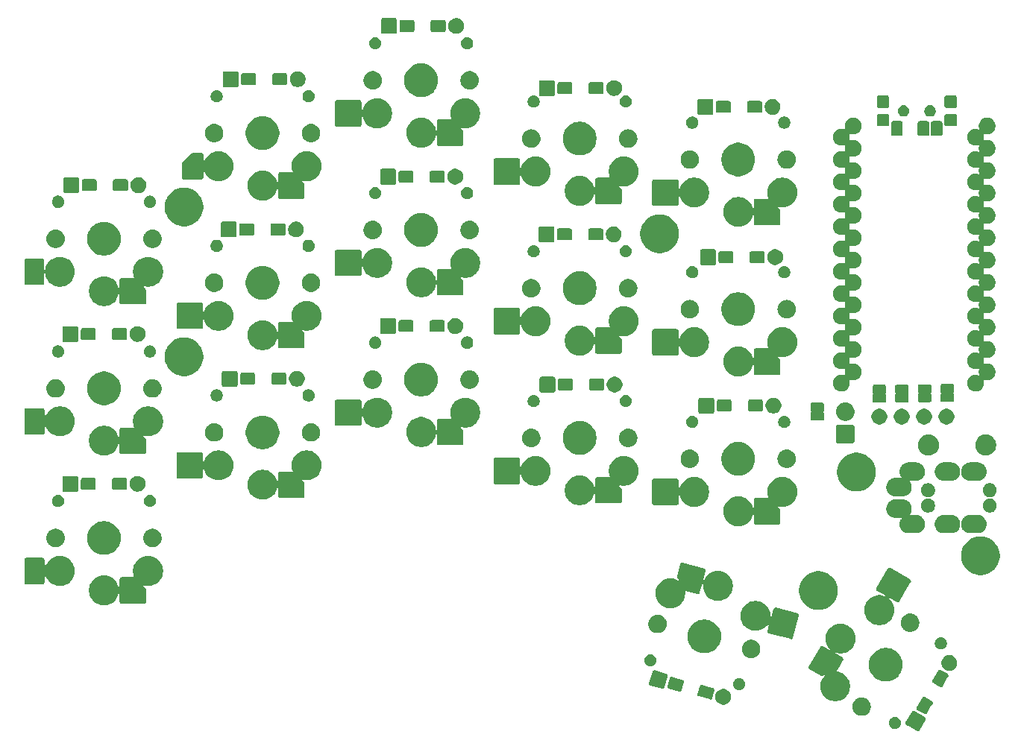
<source format=gbs>
G04 #@! TF.GenerationSoftware,KiCad,Pcbnew,9.0.2*
G04 #@! TF.CreationDate,2025-05-13T18:54:25-04:00*
G04 #@! TF.ProjectId,chocofi,63686f63-6f66-4692-9e6b-696361645f70,2.1*
G04 #@! TF.SameCoordinates,Original*
G04 #@! TF.FileFunction,Soldermask,Bot*
G04 #@! TF.FilePolarity,Negative*
%FSLAX46Y46*%
G04 Gerber Fmt 4.6, Leading zero omitted, Abs format (unit mm)*
G04 Created by KiCad (PCBNEW 9.0.2) date 2025-05-13 18:54:25*
%MOMM*%
%LPD*%
G01*
G04 APERTURE LIST*
G04 APERTURE END LIST*
G36*
X177897497Y-124067618D02*
G01*
X177901763Y-124070081D01*
X179103070Y-124763655D01*
X179103072Y-124763656D01*
X179107335Y-124766118D01*
X179166006Y-124817571D01*
X179200519Y-124887560D01*
X179205624Y-124965428D01*
X179180540Y-125039323D01*
X178482040Y-126249161D01*
X178430587Y-126307832D01*
X178360598Y-126342345D01*
X178282730Y-126347450D01*
X178208835Y-126322366D01*
X177197402Y-125738415D01*
X177003261Y-125626328D01*
X177003260Y-125626327D01*
X176998997Y-125623866D01*
X176940326Y-125572413D01*
X176905813Y-125502424D01*
X176900708Y-125424556D01*
X176925792Y-125350661D01*
X176928254Y-125346396D01*
X176928255Y-125346394D01*
X177621829Y-124145087D01*
X177621832Y-124145083D01*
X177624292Y-124140823D01*
X177675745Y-124082152D01*
X177745734Y-124047639D01*
X177823602Y-124042534D01*
X177897497Y-124067618D01*
G37*
G36*
X175889142Y-124745292D02*
G01*
X176015069Y-124797453D01*
X176128401Y-124873179D01*
X176224781Y-124969559D01*
X176300507Y-125082891D01*
X176352668Y-125208818D01*
X176379259Y-125342502D01*
X176379259Y-125478804D01*
X176352668Y-125612488D01*
X176300507Y-125738415D01*
X176224781Y-125851747D01*
X176128401Y-125948127D01*
X176015069Y-126023853D01*
X175889142Y-126076014D01*
X175755458Y-126102605D01*
X175619156Y-126102605D01*
X175485472Y-126076014D01*
X175359545Y-126023853D01*
X175246213Y-125948127D01*
X175149833Y-125851747D01*
X175074107Y-125738415D01*
X175021946Y-125612488D01*
X174995355Y-125478804D01*
X174995355Y-125342502D01*
X175021946Y-125208818D01*
X175074107Y-125082891D01*
X175149833Y-124969559D01*
X175246213Y-124873179D01*
X175359545Y-124797453D01*
X175485472Y-124745292D01*
X175619156Y-124718701D01*
X175755458Y-124718701D01*
X175889142Y-124745292D01*
G37*
G36*
X172002962Y-122507300D02*
G01*
X172013006Y-122507300D01*
X172052249Y-122515106D01*
X172155288Y-122531425D01*
X172188433Y-122542194D01*
X172215060Y-122547491D01*
X172252635Y-122563055D01*
X172312107Y-122582379D01*
X172367824Y-122610768D01*
X172405391Y-122626329D01*
X172427958Y-122641407D01*
X172459009Y-122657229D01*
X172543409Y-122718549D01*
X172576684Y-122740783D01*
X172583786Y-122747885D01*
X172592402Y-122754145D01*
X172708994Y-122870737D01*
X172715253Y-122879352D01*
X172722357Y-122886456D01*
X172744593Y-122919735D01*
X172805910Y-123004130D01*
X172821729Y-123035178D01*
X172836811Y-123057749D01*
X172852373Y-123095320D01*
X172880760Y-123151032D01*
X172900081Y-123210496D01*
X172915649Y-123248080D01*
X172920946Y-123274712D01*
X172931714Y-123307851D01*
X172948032Y-123410885D01*
X172955840Y-123450134D01*
X172955840Y-123460177D01*
X172957506Y-123470696D01*
X172957506Y-123635583D01*
X172955840Y-123646101D01*
X172955840Y-123656146D01*
X172948032Y-123695398D01*
X172931714Y-123798428D01*
X172920946Y-123831565D01*
X172915649Y-123858200D01*
X172900079Y-123895787D01*
X172880760Y-123955247D01*
X172852375Y-124010954D01*
X172836811Y-124048531D01*
X172821727Y-124071104D01*
X172805910Y-124102149D01*
X172744601Y-124186532D01*
X172722357Y-124219824D01*
X172715251Y-124226929D01*
X172708994Y-124235542D01*
X172592402Y-124352134D01*
X172583789Y-124358391D01*
X172576684Y-124365497D01*
X172543392Y-124387741D01*
X172459009Y-124449050D01*
X172427964Y-124464867D01*
X172405391Y-124479951D01*
X172367814Y-124495515D01*
X172312107Y-124523900D01*
X172252647Y-124543219D01*
X172215060Y-124558789D01*
X172188425Y-124564086D01*
X172155288Y-124574854D01*
X172052258Y-124591172D01*
X172013006Y-124598980D01*
X172002962Y-124598980D01*
X171992443Y-124600646D01*
X171827557Y-124600646D01*
X171817038Y-124598980D01*
X171806994Y-124598980D01*
X171767742Y-124591172D01*
X171664711Y-124574854D01*
X171631572Y-124564086D01*
X171604940Y-124558789D01*
X171567356Y-124543221D01*
X171507892Y-124523900D01*
X171452180Y-124495513D01*
X171414609Y-124479951D01*
X171392038Y-124464869D01*
X171360990Y-124449050D01*
X171276595Y-124387733D01*
X171243316Y-124365497D01*
X171236212Y-124358393D01*
X171227597Y-124352134D01*
X171111005Y-124235542D01*
X171104745Y-124226926D01*
X171097643Y-124219824D01*
X171075409Y-124186549D01*
X171014089Y-124102149D01*
X170998267Y-124071098D01*
X170983189Y-124048531D01*
X170967628Y-124010964D01*
X170939239Y-123955247D01*
X170919915Y-123895775D01*
X170904351Y-123858200D01*
X170899054Y-123831573D01*
X170888285Y-123798428D01*
X170871966Y-123695389D01*
X170864160Y-123656146D01*
X170864160Y-123646102D01*
X170862494Y-123635583D01*
X170862494Y-123470696D01*
X170864160Y-123460176D01*
X170864160Y-123450134D01*
X170871965Y-123410894D01*
X170888285Y-123307851D01*
X170899055Y-123274704D01*
X170904351Y-123248080D01*
X170919914Y-123210507D01*
X170939239Y-123151032D01*
X170967630Y-123095309D01*
X170983189Y-123057749D01*
X170998265Y-123035184D01*
X171014089Y-123004130D01*
X171075418Y-122919718D01*
X171097643Y-122886456D01*
X171104742Y-122879356D01*
X171111005Y-122870737D01*
X171227597Y-122754145D01*
X171236216Y-122747882D01*
X171243316Y-122740783D01*
X171276578Y-122718558D01*
X171360990Y-122657229D01*
X171392044Y-122641405D01*
X171414609Y-122626329D01*
X171452169Y-122610770D01*
X171507892Y-122582379D01*
X171567367Y-122563054D01*
X171604940Y-122547491D01*
X171631564Y-122542195D01*
X171664711Y-122531425D01*
X171767751Y-122515105D01*
X171806994Y-122507300D01*
X171817038Y-122507300D01*
X171827557Y-122505634D01*
X171992443Y-122505634D01*
X172002962Y-122507300D01*
G37*
G36*
X179084304Y-122459008D02*
G01*
X179088570Y-122461471D01*
X179902761Y-122931543D01*
X179902765Y-122931547D01*
X179907028Y-122934008D01*
X179965699Y-122985461D01*
X180000213Y-123055450D01*
X180005317Y-123133319D01*
X179980233Y-123207213D01*
X179719944Y-123658047D01*
X179332698Y-124328779D01*
X179332695Y-124328781D01*
X179330233Y-124333047D01*
X179278780Y-124391717D01*
X179208792Y-124426231D01*
X179130923Y-124431336D01*
X179057028Y-124406252D01*
X178734125Y-124219824D01*
X178238570Y-123933716D01*
X178238566Y-123933713D01*
X178234304Y-123931252D01*
X178175633Y-123879799D01*
X178141119Y-123809810D01*
X178136015Y-123731941D01*
X178161099Y-123658047D01*
X178163561Y-123653782D01*
X178163562Y-123653780D01*
X178808633Y-122536480D01*
X178808640Y-122536471D01*
X178811099Y-122532213D01*
X178862552Y-122473543D01*
X178932540Y-122439029D01*
X179010409Y-122433924D01*
X179084304Y-122459008D01*
G37*
G36*
X156455280Y-121586887D02*
G01*
X156618009Y-121654292D01*
X156764461Y-121752148D01*
X156889009Y-121876696D01*
X156986865Y-122023148D01*
X157054270Y-122185877D01*
X157088632Y-122358630D01*
X157088632Y-122534766D01*
X157054270Y-122707519D01*
X156986865Y-122870248D01*
X156889009Y-123016700D01*
X156764461Y-123141248D01*
X156618009Y-123239104D01*
X156455280Y-123306509D01*
X156282527Y-123340871D01*
X156106391Y-123340871D01*
X155933638Y-123306509D01*
X155770909Y-123239104D01*
X155624457Y-123141248D01*
X155499909Y-123016700D01*
X155402053Y-122870248D01*
X155334648Y-122707519D01*
X155300286Y-122534766D01*
X155300286Y-122358630D01*
X155334648Y-122185877D01*
X155402053Y-122023148D01*
X155499909Y-121876696D01*
X155624457Y-121752148D01*
X155770909Y-121654292D01*
X155933638Y-121586887D01*
X156106391Y-121552525D01*
X156282527Y-121552525D01*
X156455280Y-121586887D01*
G37*
G36*
X169838803Y-114147665D02*
G01*
X170053596Y-114205219D01*
X170259040Y-114290316D01*
X170451618Y-114401502D01*
X170628037Y-114536872D01*
X170785277Y-114694112D01*
X170920647Y-114870531D01*
X171031833Y-115063109D01*
X171116930Y-115268553D01*
X171174484Y-115483346D01*
X171203509Y-115703815D01*
X171203509Y-115926185D01*
X171174484Y-116146654D01*
X171116930Y-116361447D01*
X171031833Y-116566891D01*
X170920647Y-116759469D01*
X170785277Y-116935888D01*
X170628037Y-117093128D01*
X170451618Y-117228498D01*
X170259040Y-117339684D01*
X170053596Y-117424781D01*
X169838803Y-117482335D01*
X169618334Y-117511360D01*
X169395964Y-117511360D01*
X169175495Y-117482335D01*
X168960702Y-117424781D01*
X168859386Y-117382814D01*
X168818009Y-117466718D01*
X169741215Y-117999729D01*
X169741223Y-117999736D01*
X169745482Y-118002195D01*
X169804153Y-118053648D01*
X169838667Y-118123636D01*
X169843771Y-118201505D01*
X169818687Y-118275400D01*
X169413292Y-118977564D01*
X169103270Y-119514539D01*
X169126853Y-119562361D01*
X169244059Y-119577792D01*
X169458852Y-119635346D01*
X169664296Y-119720443D01*
X169856874Y-119831629D01*
X170033293Y-119966999D01*
X170190533Y-120124239D01*
X170325903Y-120300658D01*
X170437089Y-120493236D01*
X170522186Y-120698680D01*
X170579740Y-120913473D01*
X170608765Y-121133942D01*
X170608765Y-121356312D01*
X170579740Y-121576781D01*
X170522186Y-121791574D01*
X170437089Y-121997018D01*
X170325903Y-122189596D01*
X170190533Y-122366015D01*
X170033293Y-122523255D01*
X169856874Y-122658625D01*
X169664296Y-122769811D01*
X169458852Y-122854908D01*
X169244059Y-122912462D01*
X169023590Y-122941487D01*
X168801220Y-122941487D01*
X168580751Y-122912462D01*
X168365958Y-122854908D01*
X168160514Y-122769811D01*
X167967936Y-122658625D01*
X167791517Y-122523255D01*
X167634277Y-122366015D01*
X167498907Y-122189596D01*
X167387721Y-121997018D01*
X167302624Y-121791574D01*
X167245070Y-121576781D01*
X167216045Y-121356312D01*
X167216045Y-121133942D01*
X167245070Y-120913473D01*
X167302624Y-120698680D01*
X167387721Y-120493236D01*
X167498907Y-120300658D01*
X167634277Y-120124239D01*
X167742779Y-120015736D01*
X167704468Y-119949381D01*
X167386368Y-120034616D01*
X167386362Y-120034616D01*
X167383996Y-120035251D01*
X167345313Y-120041638D01*
X167267944Y-120031452D01*
X167232234Y-120015271D01*
X167230117Y-120014048D01*
X167230102Y-120014042D01*
X165998081Y-119302734D01*
X165998078Y-119302732D01*
X165993816Y-119300271D01*
X165935145Y-119248818D01*
X165900631Y-119178830D01*
X165895527Y-119100961D01*
X165920611Y-119027066D01*
X165923073Y-119022801D01*
X165923074Y-119022799D01*
X167218145Y-116779666D01*
X167218153Y-116779655D01*
X167220611Y-116775400D01*
X167272064Y-116716729D01*
X167342052Y-116682215D01*
X167419921Y-116677111D01*
X167493816Y-116702195D01*
X168421290Y-117237672D01*
X168473264Y-117159887D01*
X168386261Y-117093128D01*
X168229021Y-116935888D01*
X168093651Y-116759469D01*
X167982465Y-116566891D01*
X167897368Y-116361447D01*
X167839814Y-116146654D01*
X167810789Y-115926185D01*
X167810789Y-115703815D01*
X167839814Y-115483346D01*
X167897368Y-115268553D01*
X167982465Y-115063109D01*
X168093651Y-114870531D01*
X168229021Y-114694112D01*
X168386261Y-114536872D01*
X168562680Y-114401502D01*
X168755258Y-114290316D01*
X168960702Y-114205219D01*
X169175495Y-114147665D01*
X169395964Y-114118640D01*
X169618334Y-114118640D01*
X169838803Y-114147665D01*
G37*
G36*
X153775651Y-121099768D02*
G01*
X154581041Y-121315571D01*
X155026595Y-121434956D01*
X155026597Y-121434957D01*
X155031355Y-121436232D01*
X155101343Y-121470747D01*
X155152795Y-121529418D01*
X155177880Y-121603312D01*
X155172776Y-121681181D01*
X154926898Y-122598811D01*
X154892383Y-122668800D01*
X154833712Y-122720252D01*
X154759818Y-122745336D01*
X154681949Y-122740232D01*
X153426245Y-122403768D01*
X153356257Y-122369253D01*
X153304805Y-122310582D01*
X153279720Y-122236688D01*
X153284824Y-122158819D01*
X153411531Y-121685940D01*
X153529426Y-121245947D01*
X153529428Y-121245942D01*
X153530702Y-121241189D01*
X153565217Y-121171200D01*
X153623888Y-121119748D01*
X153697782Y-121094664D01*
X153775651Y-121099768D01*
G37*
G36*
X150346615Y-120180960D02*
G01*
X151070545Y-120374936D01*
X151597559Y-120516148D01*
X151597561Y-120516149D01*
X151602319Y-120517424D01*
X151672307Y-120551939D01*
X151723759Y-120610610D01*
X151748844Y-120684504D01*
X151743740Y-120762373D01*
X151497862Y-121680003D01*
X151463347Y-121749992D01*
X151404676Y-121801444D01*
X151330782Y-121826528D01*
X151252913Y-121821424D01*
X149997209Y-121484960D01*
X149927221Y-121450445D01*
X149875769Y-121391774D01*
X149850684Y-121317880D01*
X149855788Y-121240011D01*
X149943278Y-120913494D01*
X150100390Y-120327139D01*
X150100392Y-120327134D01*
X150101666Y-120322381D01*
X150136181Y-120252392D01*
X150194852Y-120200940D01*
X150268746Y-120175856D01*
X150346615Y-120180960D01*
G37*
G36*
X158216928Y-120322563D02*
G01*
X158342855Y-120374724D01*
X158456187Y-120450450D01*
X158552567Y-120546830D01*
X158628293Y-120660162D01*
X158680454Y-120786089D01*
X158707045Y-120919773D01*
X158707045Y-121056075D01*
X158680454Y-121189759D01*
X158628293Y-121315686D01*
X158552567Y-121429018D01*
X158456187Y-121525398D01*
X158342855Y-121601124D01*
X158216928Y-121653285D01*
X158083244Y-121679876D01*
X157946942Y-121679876D01*
X157813258Y-121653285D01*
X157687331Y-121601124D01*
X157573999Y-121525398D01*
X157477619Y-121429018D01*
X157401893Y-121315686D01*
X157349732Y-121189759D01*
X157323141Y-121056075D01*
X157323141Y-120919773D01*
X157349732Y-120786089D01*
X157401893Y-120660162D01*
X157477619Y-120546830D01*
X157573999Y-120450450D01*
X157687331Y-120374724D01*
X157813258Y-120322563D01*
X157946942Y-120295972D01*
X158083244Y-120295972D01*
X158216928Y-120322563D01*
G37*
G36*
X148391955Y-119425825D02*
G01*
X148396708Y-119427098D01*
X148396713Y-119427099D01*
X149736594Y-119786118D01*
X149736602Y-119786122D01*
X149741353Y-119787395D01*
X149811342Y-119821909D01*
X149862794Y-119880580D01*
X149887878Y-119954474D01*
X149882774Y-120032344D01*
X149858151Y-120124239D01*
X149522480Y-121376983D01*
X149522478Y-121376986D01*
X149521204Y-121381742D01*
X149486690Y-121451731D01*
X149428019Y-121503183D01*
X149354125Y-121528267D01*
X149276255Y-121523163D01*
X149271496Y-121521888D01*
X147931615Y-121162869D01*
X147931610Y-121162866D01*
X147926857Y-121161593D01*
X147856868Y-121127079D01*
X147805416Y-121068408D01*
X147780332Y-120994514D01*
X147785436Y-120916644D01*
X147786709Y-120911890D01*
X147786710Y-120911885D01*
X148145729Y-119572004D01*
X148145733Y-119571994D01*
X148147006Y-119567246D01*
X148181520Y-119497257D01*
X148240191Y-119445805D01*
X148314085Y-119420721D01*
X148391955Y-119425825D01*
G37*
G36*
X180859304Y-119384618D02*
G01*
X180863570Y-119387081D01*
X181677761Y-119857153D01*
X181677765Y-119857157D01*
X181682028Y-119859618D01*
X181740699Y-119911071D01*
X181775213Y-119981060D01*
X181780317Y-120058929D01*
X181755233Y-120132823D01*
X181494944Y-120583657D01*
X181107698Y-121254389D01*
X181107695Y-121254391D01*
X181105233Y-121258657D01*
X181053780Y-121317327D01*
X180983792Y-121351841D01*
X180905923Y-121356946D01*
X180832028Y-121331862D01*
X180553753Y-121171200D01*
X180013570Y-120859326D01*
X180013566Y-120859323D01*
X180009304Y-120856862D01*
X179950633Y-120805409D01*
X179916119Y-120735420D01*
X179911015Y-120657551D01*
X179936099Y-120583657D01*
X179938561Y-120579392D01*
X179938562Y-120579390D01*
X180583633Y-119462090D01*
X180583640Y-119462081D01*
X180586099Y-119457823D01*
X180637552Y-119399153D01*
X180707540Y-119364639D01*
X180785409Y-119359534D01*
X180859304Y-119384618D01*
G37*
G36*
X175033500Y-116912287D02*
G01*
X175275396Y-116977102D01*
X175506762Y-117072937D01*
X175723639Y-117198151D01*
X175922318Y-117350603D01*
X176099397Y-117527682D01*
X176251849Y-117726361D01*
X176377063Y-117943238D01*
X176472898Y-118174604D01*
X176537713Y-118416500D01*
X176570401Y-118664786D01*
X176570401Y-118915214D01*
X176537713Y-119163500D01*
X176472898Y-119405396D01*
X176377063Y-119636762D01*
X176251849Y-119853639D01*
X176099397Y-120052318D01*
X175922318Y-120229397D01*
X175723639Y-120381849D01*
X175506762Y-120507063D01*
X175275396Y-120602898D01*
X175033500Y-120667713D01*
X174785214Y-120700401D01*
X174534786Y-120700401D01*
X174286500Y-120667713D01*
X174044604Y-120602898D01*
X173813238Y-120507063D01*
X173596361Y-120381849D01*
X173397682Y-120229397D01*
X173220603Y-120052318D01*
X173068151Y-119853639D01*
X172942937Y-119636762D01*
X172847102Y-119405396D01*
X172782287Y-119163500D01*
X172749599Y-118915214D01*
X172749599Y-118664786D01*
X172782287Y-118416500D01*
X172847102Y-118174604D01*
X172942937Y-117943238D01*
X173068151Y-117726361D01*
X173220603Y-117527682D01*
X173397682Y-117350603D01*
X173596361Y-117198151D01*
X173813238Y-117072937D01*
X174044604Y-116977102D01*
X174286500Y-116912287D01*
X174534786Y-116879599D01*
X174785214Y-116879599D01*
X175033500Y-116912287D01*
G37*
G36*
X182123987Y-117736067D02*
G01*
X182286716Y-117803472D01*
X182433168Y-117901328D01*
X182557716Y-118025876D01*
X182655572Y-118172328D01*
X182722977Y-118335057D01*
X182757339Y-118507810D01*
X182757339Y-118683946D01*
X182722977Y-118856699D01*
X182655572Y-119019428D01*
X182557716Y-119165880D01*
X182433168Y-119290428D01*
X182286716Y-119388284D01*
X182123987Y-119455689D01*
X181951234Y-119490051D01*
X181775098Y-119490051D01*
X181602345Y-119455689D01*
X181439616Y-119388284D01*
X181293164Y-119290428D01*
X181168616Y-119165880D01*
X181070760Y-119019428D01*
X181003355Y-118856699D01*
X180968993Y-118683946D01*
X180968993Y-118507810D01*
X181003355Y-118335057D01*
X181070760Y-118172328D01*
X181168616Y-118025876D01*
X181293164Y-117901328D01*
X181439616Y-117803472D01*
X181602345Y-117736067D01*
X181775098Y-117701705D01*
X181951234Y-117701705D01*
X182123987Y-117736067D01*
G37*
G36*
X148132662Y-117620492D02*
G01*
X148258589Y-117672653D01*
X148371921Y-117748379D01*
X148468301Y-117844759D01*
X148544027Y-117958091D01*
X148596188Y-118084018D01*
X148622779Y-118217702D01*
X148622779Y-118354004D01*
X148596188Y-118487688D01*
X148544027Y-118613615D01*
X148468301Y-118726947D01*
X148371921Y-118823327D01*
X148258589Y-118899053D01*
X148132662Y-118951214D01*
X147998978Y-118977805D01*
X147862676Y-118977805D01*
X147728992Y-118951214D01*
X147603065Y-118899053D01*
X147489733Y-118823327D01*
X147393353Y-118726947D01*
X147317627Y-118613615D01*
X147265466Y-118487688D01*
X147238875Y-118354004D01*
X147238875Y-118217702D01*
X147265466Y-118084018D01*
X147317627Y-117958091D01*
X147393353Y-117844759D01*
X147489733Y-117748379D01*
X147603065Y-117672653D01*
X147728992Y-117620492D01*
X147862676Y-117593901D01*
X147998978Y-117593901D01*
X148132662Y-117620492D01*
G37*
G36*
X159465554Y-115957665D02*
G01*
X159475598Y-115957665D01*
X159514841Y-115965471D01*
X159617880Y-115981790D01*
X159651025Y-115992559D01*
X159677652Y-115997856D01*
X159715227Y-116013420D01*
X159774699Y-116032744D01*
X159830416Y-116061133D01*
X159867983Y-116076694D01*
X159890550Y-116091772D01*
X159921601Y-116107594D01*
X160006001Y-116168914D01*
X160039276Y-116191148D01*
X160046378Y-116198250D01*
X160054994Y-116204510D01*
X160171586Y-116321102D01*
X160177845Y-116329717D01*
X160184949Y-116336821D01*
X160207185Y-116370100D01*
X160268502Y-116454495D01*
X160284321Y-116485543D01*
X160299403Y-116508114D01*
X160314965Y-116545685D01*
X160343352Y-116601397D01*
X160362673Y-116660861D01*
X160378241Y-116698445D01*
X160383538Y-116725077D01*
X160394306Y-116758216D01*
X160410624Y-116861250D01*
X160418432Y-116900499D01*
X160418432Y-116910542D01*
X160420098Y-116921061D01*
X160420098Y-117085948D01*
X160418432Y-117096466D01*
X160418432Y-117106511D01*
X160410624Y-117145763D01*
X160394306Y-117248793D01*
X160383538Y-117281930D01*
X160378241Y-117308565D01*
X160362671Y-117346152D01*
X160343352Y-117405612D01*
X160314967Y-117461319D01*
X160299403Y-117498896D01*
X160284319Y-117521469D01*
X160268502Y-117552514D01*
X160207193Y-117636897D01*
X160184949Y-117670189D01*
X160177843Y-117677294D01*
X160171586Y-117685907D01*
X160054994Y-117802499D01*
X160046381Y-117808756D01*
X160039276Y-117815862D01*
X160005984Y-117838106D01*
X159921601Y-117899415D01*
X159890556Y-117915232D01*
X159867983Y-117930316D01*
X159830406Y-117945880D01*
X159774699Y-117974265D01*
X159715239Y-117993584D01*
X159677652Y-118009154D01*
X159651017Y-118014451D01*
X159617880Y-118025219D01*
X159514850Y-118041537D01*
X159475598Y-118049345D01*
X159465554Y-118049345D01*
X159455035Y-118051011D01*
X159290149Y-118051011D01*
X159279630Y-118049345D01*
X159269586Y-118049345D01*
X159230334Y-118041537D01*
X159127303Y-118025219D01*
X159094164Y-118014451D01*
X159067532Y-118009154D01*
X159029948Y-117993586D01*
X158970484Y-117974265D01*
X158914772Y-117945878D01*
X158877201Y-117930316D01*
X158854630Y-117915234D01*
X158823582Y-117899415D01*
X158739187Y-117838098D01*
X158705908Y-117815862D01*
X158698804Y-117808758D01*
X158690189Y-117802499D01*
X158573597Y-117685907D01*
X158567337Y-117677291D01*
X158560235Y-117670189D01*
X158538001Y-117636914D01*
X158476681Y-117552514D01*
X158460859Y-117521463D01*
X158445781Y-117498896D01*
X158430220Y-117461329D01*
X158401831Y-117405612D01*
X158382507Y-117346140D01*
X158366943Y-117308565D01*
X158361646Y-117281938D01*
X158350877Y-117248793D01*
X158334558Y-117145754D01*
X158326752Y-117106511D01*
X158326752Y-117096467D01*
X158325086Y-117085948D01*
X158325086Y-116921061D01*
X158326752Y-116910541D01*
X158326752Y-116900499D01*
X158334557Y-116861259D01*
X158350877Y-116758216D01*
X158361647Y-116725069D01*
X158366943Y-116698445D01*
X158382506Y-116660872D01*
X158401831Y-116601397D01*
X158430222Y-116545674D01*
X158445781Y-116508114D01*
X158460857Y-116485549D01*
X158476681Y-116454495D01*
X158538010Y-116370083D01*
X158560235Y-116336821D01*
X158567334Y-116329721D01*
X158573597Y-116321102D01*
X158690189Y-116204510D01*
X158698808Y-116198247D01*
X158705908Y-116191148D01*
X158739170Y-116168923D01*
X158823582Y-116107594D01*
X158854636Y-116091770D01*
X158877201Y-116076694D01*
X158914761Y-116061135D01*
X158970484Y-116032744D01*
X159029959Y-116013419D01*
X159067532Y-115997856D01*
X159094156Y-115992560D01*
X159127303Y-115981790D01*
X159230343Y-115965470D01*
X159269586Y-115957665D01*
X159279630Y-115957665D01*
X159290149Y-115955999D01*
X159455035Y-115955999D01*
X159465554Y-115957665D01*
G37*
G36*
X154433500Y-113702287D02*
G01*
X154675396Y-113767102D01*
X154906762Y-113862937D01*
X155123639Y-113988151D01*
X155322318Y-114140603D01*
X155499397Y-114317682D01*
X155651849Y-114516361D01*
X155777063Y-114733238D01*
X155872898Y-114964604D01*
X155937713Y-115206500D01*
X155970401Y-115454786D01*
X155970401Y-115705214D01*
X155937713Y-115953500D01*
X155872898Y-116195396D01*
X155777063Y-116426762D01*
X155651849Y-116643639D01*
X155499397Y-116842318D01*
X155322318Y-117019397D01*
X155123639Y-117171849D01*
X154906762Y-117297063D01*
X154675396Y-117392898D01*
X154433500Y-117457713D01*
X154185214Y-117490401D01*
X153934786Y-117490401D01*
X153686500Y-117457713D01*
X153444604Y-117392898D01*
X153213238Y-117297063D01*
X152996361Y-117171849D01*
X152797682Y-117019397D01*
X152620603Y-116842318D01*
X152468151Y-116643639D01*
X152342937Y-116426762D01*
X152247102Y-116195396D01*
X152182287Y-115953500D01*
X152149599Y-115705214D01*
X152149599Y-115454786D01*
X152182287Y-115206500D01*
X152247102Y-114964604D01*
X152342937Y-114733238D01*
X152468151Y-114516361D01*
X152620603Y-114317682D01*
X152797682Y-114140603D01*
X152996361Y-113988151D01*
X153213238Y-113862937D01*
X153444604Y-113767102D01*
X153686500Y-113702287D01*
X153934786Y-113669599D01*
X154185214Y-113669599D01*
X154433500Y-113702287D01*
G37*
G36*
X181109142Y-115703986D02*
G01*
X181235069Y-115756147D01*
X181348401Y-115831873D01*
X181444781Y-115928253D01*
X181520507Y-116041585D01*
X181572668Y-116167512D01*
X181599259Y-116301196D01*
X181599259Y-116437498D01*
X181572668Y-116571182D01*
X181520507Y-116697109D01*
X181444781Y-116810441D01*
X181348401Y-116906821D01*
X181235069Y-116982547D01*
X181109142Y-117034708D01*
X180975458Y-117061299D01*
X180839156Y-117061299D01*
X180705472Y-117034708D01*
X180579545Y-116982547D01*
X180466213Y-116906821D01*
X180369833Y-116810441D01*
X180294107Y-116697109D01*
X180241946Y-116571182D01*
X180215355Y-116437498D01*
X180215355Y-116301196D01*
X180241946Y-116167512D01*
X180294107Y-116041585D01*
X180369833Y-115928253D01*
X180466213Y-115831873D01*
X180579545Y-115756147D01*
X180705472Y-115703986D01*
X180839156Y-115677395D01*
X180975458Y-115677395D01*
X181109142Y-115703986D01*
G37*
G36*
X160191855Y-111584538D02*
G01*
X160406648Y-111642092D01*
X160612092Y-111727189D01*
X160804670Y-111838375D01*
X160981089Y-111973745D01*
X161138329Y-112130985D01*
X161273699Y-112307404D01*
X161384885Y-112499982D01*
X161469982Y-112705426D01*
X161527536Y-112920219D01*
X161556561Y-113140688D01*
X161556561Y-113363058D01*
X161542246Y-113471790D01*
X161633999Y-113490041D01*
X161909908Y-112460332D01*
X161909910Y-112460327D01*
X161911184Y-112455574D01*
X161945699Y-112385585D01*
X162004369Y-112334133D01*
X162078264Y-112309049D01*
X162156133Y-112314153D01*
X162160886Y-112315426D01*
X162160891Y-112315427D01*
X164662781Y-112985806D01*
X164662784Y-112985807D01*
X164667540Y-112987082D01*
X164737529Y-113021597D01*
X164788981Y-113080267D01*
X164814065Y-113154162D01*
X164808961Y-113232031D01*
X164136032Y-115743438D01*
X164101517Y-115813427D01*
X164042847Y-115864879D01*
X163968952Y-115889963D01*
X163891083Y-115884859D01*
X163886324Y-115883584D01*
X161384434Y-115213205D01*
X161384433Y-115213204D01*
X161379676Y-115211930D01*
X161309687Y-115177415D01*
X161258235Y-115118745D01*
X161233151Y-115044850D01*
X161238255Y-114966981D01*
X161239528Y-114962227D01*
X161239529Y-114962222D01*
X161515440Y-113932511D01*
X161426854Y-113902440D01*
X161384885Y-114003764D01*
X161273699Y-114196342D01*
X161138329Y-114372761D01*
X160981089Y-114530001D01*
X160804670Y-114665371D01*
X160612092Y-114776557D01*
X160406648Y-114861654D01*
X160191855Y-114919208D01*
X159971386Y-114948233D01*
X159749016Y-114948233D01*
X159528547Y-114919208D01*
X159313754Y-114861654D01*
X159108310Y-114776557D01*
X158915732Y-114665371D01*
X158739313Y-114530001D01*
X158582073Y-114372761D01*
X158446703Y-114196342D01*
X158335517Y-114003764D01*
X158250420Y-113798320D01*
X158192866Y-113583527D01*
X158163841Y-113363058D01*
X158163841Y-113140688D01*
X158192866Y-112920219D01*
X158250420Y-112705426D01*
X158335517Y-112499982D01*
X158446703Y-112307404D01*
X158582073Y-112130985D01*
X158739313Y-111973745D01*
X158915732Y-111838375D01*
X159108310Y-111727189D01*
X159313754Y-111642092D01*
X159528547Y-111584538D01*
X159749016Y-111555513D01*
X159971386Y-111555513D01*
X160191855Y-111584538D01*
G37*
G36*
X148840370Y-113110655D02*
G01*
X148850414Y-113110655D01*
X148889657Y-113118461D01*
X148992696Y-113134780D01*
X149025841Y-113145549D01*
X149052468Y-113150846D01*
X149090043Y-113166410D01*
X149149515Y-113185734D01*
X149205232Y-113214123D01*
X149242799Y-113229684D01*
X149265366Y-113244762D01*
X149296417Y-113260584D01*
X149380817Y-113321904D01*
X149414092Y-113344138D01*
X149421194Y-113351240D01*
X149429810Y-113357500D01*
X149546402Y-113474092D01*
X149552661Y-113482707D01*
X149559765Y-113489811D01*
X149582001Y-113523090D01*
X149643318Y-113607485D01*
X149659137Y-113638533D01*
X149674219Y-113661104D01*
X149689781Y-113698675D01*
X149718168Y-113754387D01*
X149737489Y-113813851D01*
X149753057Y-113851435D01*
X149758354Y-113878067D01*
X149769122Y-113911206D01*
X149785440Y-114014240D01*
X149793248Y-114053489D01*
X149793248Y-114063532D01*
X149794914Y-114074051D01*
X149794914Y-114238938D01*
X149793248Y-114249456D01*
X149793248Y-114259501D01*
X149785440Y-114298753D01*
X149769122Y-114401783D01*
X149758354Y-114434920D01*
X149753057Y-114461555D01*
X149737487Y-114499142D01*
X149718168Y-114558602D01*
X149689783Y-114614309D01*
X149674219Y-114651886D01*
X149659135Y-114674459D01*
X149643318Y-114705504D01*
X149582009Y-114789887D01*
X149559765Y-114823179D01*
X149552659Y-114830284D01*
X149546402Y-114838897D01*
X149429810Y-114955489D01*
X149421197Y-114961746D01*
X149414092Y-114968852D01*
X149380800Y-114991096D01*
X149296417Y-115052405D01*
X149265372Y-115068222D01*
X149242799Y-115083306D01*
X149205222Y-115098870D01*
X149149515Y-115127255D01*
X149090055Y-115146574D01*
X149052468Y-115162144D01*
X149025833Y-115167441D01*
X148992696Y-115178209D01*
X148889666Y-115194527D01*
X148850414Y-115202335D01*
X148840370Y-115202335D01*
X148829851Y-115204001D01*
X148664965Y-115204001D01*
X148654446Y-115202335D01*
X148644402Y-115202335D01*
X148605150Y-115194527D01*
X148502119Y-115178209D01*
X148468980Y-115167441D01*
X148442348Y-115162144D01*
X148404764Y-115146576D01*
X148345300Y-115127255D01*
X148289588Y-115098868D01*
X148252017Y-115083306D01*
X148229446Y-115068224D01*
X148198398Y-115052405D01*
X148114003Y-114991088D01*
X148080724Y-114968852D01*
X148073620Y-114961748D01*
X148065005Y-114955489D01*
X147948413Y-114838897D01*
X147942153Y-114830281D01*
X147935051Y-114823179D01*
X147912817Y-114789904D01*
X147851497Y-114705504D01*
X147835675Y-114674453D01*
X147820597Y-114651886D01*
X147805036Y-114614319D01*
X147776647Y-114558602D01*
X147757323Y-114499130D01*
X147741759Y-114461555D01*
X147736462Y-114434928D01*
X147725693Y-114401783D01*
X147709374Y-114298744D01*
X147701568Y-114259501D01*
X147701568Y-114249457D01*
X147699902Y-114238938D01*
X147699902Y-114074051D01*
X147701568Y-114063531D01*
X147701568Y-114053489D01*
X147709373Y-114014249D01*
X147725693Y-113911206D01*
X147736463Y-113878059D01*
X147741759Y-113851435D01*
X147757322Y-113813862D01*
X147776647Y-113754387D01*
X147805038Y-113698664D01*
X147820597Y-113661104D01*
X147835673Y-113638539D01*
X147851497Y-113607485D01*
X147912826Y-113523073D01*
X147935051Y-113489811D01*
X147942150Y-113482711D01*
X147948413Y-113474092D01*
X148065005Y-113357500D01*
X148073624Y-113351237D01*
X148080724Y-113344138D01*
X148113986Y-113321913D01*
X148198398Y-113260584D01*
X148229452Y-113244760D01*
X148252017Y-113229684D01*
X148289577Y-113214125D01*
X148345300Y-113185734D01*
X148404775Y-113166409D01*
X148442348Y-113150846D01*
X148468972Y-113145550D01*
X148502119Y-113134780D01*
X148605159Y-113118460D01*
X148644402Y-113110655D01*
X148654446Y-113110655D01*
X148664965Y-113108989D01*
X148829851Y-113108989D01*
X148840370Y-113110655D01*
G37*
G36*
X177502962Y-112981020D02*
G01*
X177513006Y-112981020D01*
X177552249Y-112988826D01*
X177655288Y-113005145D01*
X177688433Y-113015914D01*
X177715060Y-113021211D01*
X177752635Y-113036775D01*
X177812107Y-113056099D01*
X177867824Y-113084488D01*
X177905391Y-113100049D01*
X177927958Y-113115127D01*
X177959009Y-113130949D01*
X178043409Y-113192269D01*
X178076684Y-113214503D01*
X178083786Y-113221605D01*
X178092402Y-113227865D01*
X178208994Y-113344457D01*
X178215253Y-113353072D01*
X178222357Y-113360176D01*
X178244593Y-113393455D01*
X178305910Y-113477850D01*
X178321729Y-113508898D01*
X178336811Y-113531469D01*
X178352373Y-113569040D01*
X178380760Y-113624752D01*
X178400081Y-113684216D01*
X178415649Y-113721800D01*
X178420946Y-113748432D01*
X178431714Y-113781571D01*
X178448032Y-113884605D01*
X178455840Y-113923854D01*
X178455840Y-113933897D01*
X178457506Y-113944416D01*
X178457506Y-114109303D01*
X178455840Y-114119821D01*
X178455840Y-114129866D01*
X178448032Y-114169118D01*
X178431714Y-114272148D01*
X178420946Y-114305285D01*
X178415649Y-114331920D01*
X178400079Y-114369507D01*
X178380760Y-114428967D01*
X178352375Y-114484674D01*
X178336811Y-114522251D01*
X178321727Y-114544824D01*
X178305910Y-114575869D01*
X178244601Y-114660252D01*
X178222357Y-114693544D01*
X178215251Y-114700649D01*
X178208994Y-114709262D01*
X178092402Y-114825854D01*
X178083789Y-114832111D01*
X178076684Y-114839217D01*
X178043392Y-114861461D01*
X177959009Y-114922770D01*
X177927964Y-114938587D01*
X177905391Y-114953671D01*
X177867814Y-114969235D01*
X177812107Y-114997620D01*
X177752647Y-115016939D01*
X177715060Y-115032509D01*
X177688425Y-115037806D01*
X177655288Y-115048574D01*
X177552258Y-115064892D01*
X177513006Y-115072700D01*
X177502962Y-115072700D01*
X177492443Y-115074366D01*
X177327557Y-115074366D01*
X177317038Y-115072700D01*
X177306994Y-115072700D01*
X177267742Y-115064892D01*
X177164711Y-115048574D01*
X177131572Y-115037806D01*
X177104940Y-115032509D01*
X177067356Y-115016941D01*
X177007892Y-114997620D01*
X176952180Y-114969233D01*
X176914609Y-114953671D01*
X176892038Y-114938589D01*
X176860990Y-114922770D01*
X176776595Y-114861453D01*
X176743316Y-114839217D01*
X176736212Y-114832113D01*
X176727597Y-114825854D01*
X176611005Y-114709262D01*
X176604745Y-114700646D01*
X176597643Y-114693544D01*
X176575409Y-114660269D01*
X176514089Y-114575869D01*
X176498267Y-114544818D01*
X176483189Y-114522251D01*
X176467628Y-114484684D01*
X176439239Y-114428967D01*
X176419915Y-114369495D01*
X176404351Y-114331920D01*
X176399054Y-114305293D01*
X176388285Y-114272148D01*
X176371966Y-114169109D01*
X176364160Y-114129866D01*
X176364160Y-114119822D01*
X176362494Y-114109303D01*
X176362494Y-113944416D01*
X176364160Y-113933896D01*
X176364160Y-113923854D01*
X176371965Y-113884614D01*
X176388285Y-113781571D01*
X176399055Y-113748424D01*
X176404351Y-113721800D01*
X176419914Y-113684227D01*
X176439239Y-113624752D01*
X176467630Y-113569029D01*
X176483189Y-113531469D01*
X176498265Y-113508904D01*
X176514089Y-113477850D01*
X176575418Y-113393438D01*
X176597643Y-113360176D01*
X176604742Y-113353076D01*
X176611005Y-113344457D01*
X176727597Y-113227865D01*
X176736216Y-113221602D01*
X176743316Y-113214503D01*
X176776578Y-113192278D01*
X176860990Y-113130949D01*
X176892044Y-113115125D01*
X176914609Y-113100049D01*
X176952169Y-113084490D01*
X177007892Y-113056099D01*
X177067367Y-113036774D01*
X177104940Y-113021211D01*
X177131564Y-113015915D01*
X177164711Y-113005145D01*
X177267751Y-112988825D01*
X177306994Y-112981020D01*
X177317038Y-112981020D01*
X177327557Y-112979354D01*
X177492443Y-112979354D01*
X177502962Y-112981020D01*
G37*
G36*
X175174072Y-107799602D02*
G01*
X175178338Y-107802065D01*
X177421471Y-109097136D01*
X177421479Y-109097143D01*
X177425738Y-109099602D01*
X177484409Y-109151055D01*
X177518923Y-109221043D01*
X177524027Y-109298912D01*
X177498943Y-109372807D01*
X177064968Y-110124473D01*
X176201408Y-111620206D01*
X176201403Y-111620210D01*
X176198943Y-111624473D01*
X176147490Y-111683144D01*
X176077502Y-111717658D01*
X175999633Y-111722762D01*
X175925738Y-111697678D01*
X174998262Y-111162199D01*
X174946288Y-111239984D01*
X175033293Y-111306745D01*
X175190533Y-111463985D01*
X175325903Y-111640404D01*
X175437089Y-111832982D01*
X175522186Y-112038426D01*
X175579740Y-112253219D01*
X175608765Y-112473688D01*
X175608765Y-112696058D01*
X175579740Y-112916527D01*
X175522186Y-113131320D01*
X175437089Y-113336764D01*
X175325903Y-113529342D01*
X175190533Y-113705761D01*
X175033293Y-113863001D01*
X174856874Y-113998371D01*
X174664296Y-114109557D01*
X174458852Y-114194654D01*
X174244059Y-114252208D01*
X174023590Y-114281233D01*
X173801220Y-114281233D01*
X173580751Y-114252208D01*
X173365958Y-114194654D01*
X173160514Y-114109557D01*
X172967936Y-113998371D01*
X172791517Y-113863001D01*
X172634277Y-113705761D01*
X172498907Y-113529342D01*
X172387721Y-113336764D01*
X172302624Y-113131320D01*
X172245070Y-112916527D01*
X172216045Y-112696058D01*
X172216045Y-112473688D01*
X172245070Y-112253219D01*
X172302624Y-112038426D01*
X172387721Y-111832982D01*
X172498907Y-111640404D01*
X172634277Y-111463985D01*
X172791517Y-111306745D01*
X172967936Y-111171375D01*
X173160514Y-111060189D01*
X173365958Y-110975092D01*
X173580751Y-110917538D01*
X173801220Y-110888513D01*
X174023590Y-110888513D01*
X174244059Y-110917538D01*
X174458852Y-110975092D01*
X174560167Y-111017057D01*
X174601544Y-110933154D01*
X174524408Y-110888620D01*
X174357364Y-110792177D01*
X173678338Y-110400143D01*
X173678331Y-110400137D01*
X173674072Y-110397678D01*
X173615401Y-110346225D01*
X173580887Y-110276237D01*
X173575783Y-110198368D01*
X173600867Y-110124473D01*
X173603329Y-110120208D01*
X173603330Y-110120206D01*
X174898401Y-107877073D01*
X174898409Y-107877062D01*
X174900867Y-107872807D01*
X174952320Y-107814136D01*
X175022308Y-107779622D01*
X175100177Y-107774518D01*
X175174072Y-107799602D01*
G37*
G36*
X167434199Y-108205272D02*
G01*
X167712167Y-108279754D01*
X167978035Y-108389880D01*
X168227255Y-108533767D01*
X168455561Y-108708952D01*
X168659048Y-108912439D01*
X168834233Y-109140745D01*
X168978120Y-109389965D01*
X169088246Y-109655833D01*
X169162728Y-109933801D01*
X169200290Y-110219113D01*
X169200290Y-110506887D01*
X169162728Y-110792199D01*
X169088246Y-111070167D01*
X168978120Y-111336035D01*
X168834233Y-111585255D01*
X168659048Y-111813561D01*
X168455561Y-112017048D01*
X168227255Y-112192233D01*
X167978035Y-112336120D01*
X167712167Y-112446246D01*
X167434199Y-112520728D01*
X167148887Y-112558290D01*
X166861113Y-112558290D01*
X166575801Y-112520728D01*
X166297833Y-112446246D01*
X166031965Y-112336120D01*
X165782745Y-112192233D01*
X165554439Y-112017048D01*
X165350952Y-111813561D01*
X165175767Y-111585255D01*
X165031880Y-111336035D01*
X164921754Y-111070167D01*
X164847272Y-110792199D01*
X164809710Y-110506887D01*
X164809710Y-110219113D01*
X164847272Y-109933801D01*
X164921754Y-109655833D01*
X165031880Y-109389965D01*
X165175767Y-109140745D01*
X165350952Y-108912439D01*
X165554439Y-108708952D01*
X165782745Y-108533767D01*
X166031965Y-108389880D01*
X166297833Y-108279754D01*
X166575801Y-108205272D01*
X166861113Y-108167710D01*
X167148887Y-108167710D01*
X167434199Y-108205272D01*
G37*
G36*
X151569091Y-107199756D02*
G01*
X151573844Y-107201029D01*
X151573849Y-107201030D01*
X154075739Y-107871409D01*
X154075742Y-107871410D01*
X154080498Y-107872685D01*
X154150487Y-107907200D01*
X154201939Y-107965870D01*
X154227023Y-108039765D01*
X154221919Y-108117634D01*
X153944734Y-109152100D01*
X154033320Y-109182170D01*
X154075289Y-109080850D01*
X154186475Y-108888272D01*
X154321845Y-108711853D01*
X154479085Y-108554613D01*
X154655504Y-108419243D01*
X154848082Y-108308057D01*
X155053526Y-108222960D01*
X155268319Y-108165406D01*
X155488788Y-108136381D01*
X155711158Y-108136381D01*
X155931627Y-108165406D01*
X156146420Y-108222960D01*
X156351864Y-108308057D01*
X156544442Y-108419243D01*
X156720861Y-108554613D01*
X156878101Y-108711853D01*
X157013471Y-108888272D01*
X157124657Y-109080850D01*
X157209754Y-109286294D01*
X157267308Y-109501087D01*
X157296333Y-109721556D01*
X157296333Y-109943926D01*
X157267308Y-110164395D01*
X157209754Y-110379188D01*
X157124657Y-110584632D01*
X157013471Y-110777210D01*
X156878101Y-110953629D01*
X156720861Y-111110869D01*
X156544442Y-111246239D01*
X156351864Y-111357425D01*
X156146420Y-111442522D01*
X155931627Y-111500076D01*
X155711158Y-111529101D01*
X155488788Y-111529101D01*
X155268319Y-111500076D01*
X155053526Y-111442522D01*
X154848082Y-111357425D01*
X154655504Y-111246239D01*
X154479085Y-111110869D01*
X154321845Y-110953629D01*
X154186475Y-110777210D01*
X154075289Y-110584632D01*
X153990192Y-110379188D01*
X153932638Y-110164395D01*
X153903613Y-109943926D01*
X153903613Y-109721556D01*
X153917927Y-109612825D01*
X153826174Y-109594574D01*
X153548990Y-110629041D01*
X153514475Y-110699030D01*
X153455805Y-110750482D01*
X153381910Y-110775566D01*
X153304041Y-110770462D01*
X153299282Y-110769187D01*
X151921960Y-110400135D01*
X151881871Y-110435291D01*
X151897302Y-110552498D01*
X151897302Y-110774868D01*
X151868277Y-110995337D01*
X151810723Y-111210130D01*
X151725626Y-111415574D01*
X151614440Y-111608152D01*
X151479070Y-111784571D01*
X151321830Y-111941811D01*
X151145411Y-112077181D01*
X150952833Y-112188367D01*
X150747389Y-112273464D01*
X150532596Y-112331018D01*
X150312127Y-112360043D01*
X150089757Y-112360043D01*
X149869288Y-112331018D01*
X149654495Y-112273464D01*
X149449051Y-112188367D01*
X149256473Y-112077181D01*
X149080054Y-111941811D01*
X148922814Y-111784571D01*
X148787444Y-111608152D01*
X148676258Y-111415574D01*
X148591161Y-111210130D01*
X148533607Y-110995337D01*
X148504582Y-110774868D01*
X148504582Y-110552498D01*
X148533607Y-110332029D01*
X148591161Y-110117236D01*
X148676258Y-109911792D01*
X148787444Y-109719214D01*
X148922814Y-109542795D01*
X149080054Y-109385555D01*
X149256473Y-109250185D01*
X149449051Y-109138999D01*
X149654495Y-109053902D01*
X149869288Y-108996348D01*
X150089757Y-108967323D01*
X150312127Y-108967323D01*
X150532596Y-108996348D01*
X150747389Y-109053902D01*
X150952833Y-109138999D01*
X151085721Y-109215722D01*
X151139900Y-109161544D01*
X150975239Y-108876345D01*
X150975230Y-108876326D01*
X150974011Y-108874214D01*
X150957830Y-108838502D01*
X150947644Y-108761134D01*
X150954031Y-108722452D01*
X150954660Y-108720103D01*
X150954664Y-108720081D01*
X151322866Y-107345935D01*
X151322868Y-107345930D01*
X151324142Y-107341177D01*
X151358657Y-107271188D01*
X151417327Y-107219736D01*
X151491222Y-107194652D01*
X151569091Y-107199756D01*
G37*
G36*
X91241654Y-106482665D02*
G01*
X91456447Y-106540219D01*
X91661891Y-106625316D01*
X91854469Y-106736502D01*
X92030888Y-106871872D01*
X92188128Y-107029112D01*
X92323498Y-107205531D01*
X92434684Y-107398109D01*
X92519781Y-107603553D01*
X92577335Y-107818346D01*
X92606360Y-108038815D01*
X92606360Y-108261185D01*
X92577335Y-108481654D01*
X92519781Y-108696447D01*
X92434684Y-108901891D01*
X92323498Y-109094469D01*
X92188128Y-109270888D01*
X92030888Y-109428128D01*
X91854469Y-109563498D01*
X91661891Y-109674684D01*
X91456447Y-109759781D01*
X91241654Y-109817335D01*
X91021185Y-109846360D01*
X90798815Y-109846360D01*
X90578346Y-109817335D01*
X90430126Y-109777619D01*
X90391817Y-109843975D01*
X90626421Y-110078579D01*
X90651294Y-110108886D01*
X90681157Y-110180982D01*
X90684999Y-110219999D01*
X90684999Y-110222442D01*
X90685000Y-110222453D01*
X90685000Y-110953554D01*
X90685000Y-111650000D01*
X90669776Y-111726537D01*
X90626421Y-111791421D01*
X90561537Y-111834776D01*
X90485000Y-111850000D01*
X87885000Y-111850000D01*
X87808463Y-111834776D01*
X87743579Y-111791421D01*
X87700224Y-111726537D01*
X87685000Y-111650000D01*
X87685000Y-110579038D01*
X87591650Y-110572919D01*
X87577335Y-110681654D01*
X87519781Y-110896447D01*
X87434684Y-111101891D01*
X87323498Y-111294469D01*
X87188128Y-111470888D01*
X87030888Y-111628128D01*
X86854469Y-111763498D01*
X86661891Y-111874684D01*
X86456447Y-111959781D01*
X86241654Y-112017335D01*
X86021185Y-112046360D01*
X85798815Y-112046360D01*
X85578346Y-112017335D01*
X85363553Y-111959781D01*
X85158109Y-111874684D01*
X84965531Y-111763498D01*
X84789112Y-111628128D01*
X84631872Y-111470888D01*
X84496502Y-111294469D01*
X84385316Y-111101891D01*
X84300219Y-110896447D01*
X84242665Y-110681654D01*
X84213640Y-110461185D01*
X84213640Y-110238815D01*
X84242665Y-110018346D01*
X84300219Y-109803553D01*
X84385316Y-109598109D01*
X84496502Y-109405531D01*
X84631872Y-109229112D01*
X84789112Y-109071872D01*
X84965531Y-108936502D01*
X85158109Y-108825316D01*
X85363553Y-108740219D01*
X85578346Y-108682665D01*
X85798815Y-108653640D01*
X86021185Y-108653640D01*
X86241654Y-108682665D01*
X86456447Y-108740219D01*
X86661891Y-108825316D01*
X86854469Y-108936502D01*
X87030888Y-109071872D01*
X87188128Y-109229112D01*
X87323498Y-109405531D01*
X87434684Y-109598109D01*
X87519781Y-109803553D01*
X87577335Y-110018346D01*
X87591649Y-110127078D01*
X87685000Y-110120960D01*
X87685000Y-109054922D01*
X87685000Y-109050000D01*
X87700224Y-108973463D01*
X87743579Y-108908579D01*
X87808463Y-108865224D01*
X87885000Y-108850000D01*
X89315000Y-108850000D01*
X89315834Y-108850000D01*
X89345457Y-108805664D01*
X89300219Y-108696447D01*
X89242665Y-108481654D01*
X89213640Y-108261185D01*
X89213640Y-108038815D01*
X89242665Y-107818346D01*
X89300219Y-107603553D01*
X89385316Y-107398109D01*
X89496502Y-107205531D01*
X89631872Y-107029112D01*
X89789112Y-106871872D01*
X89965531Y-106736502D01*
X90158109Y-106625316D01*
X90363553Y-106540219D01*
X90578346Y-106482665D01*
X90798815Y-106453640D01*
X91021185Y-106453640D01*
X91241654Y-106482665D01*
G37*
G36*
X81241654Y-106482665D02*
G01*
X81456447Y-106540219D01*
X81661891Y-106625316D01*
X81854469Y-106736502D01*
X82030888Y-106871872D01*
X82188128Y-107029112D01*
X82323498Y-107205531D01*
X82434684Y-107398109D01*
X82519781Y-107603553D01*
X82577335Y-107818346D01*
X82606360Y-108038815D01*
X82606360Y-108261185D01*
X82577335Y-108481654D01*
X82519781Y-108696447D01*
X82434684Y-108901891D01*
X82323498Y-109094469D01*
X82188128Y-109270888D01*
X82030888Y-109428128D01*
X81854469Y-109563498D01*
X81661891Y-109674684D01*
X81456447Y-109759781D01*
X81241654Y-109817335D01*
X81021185Y-109846360D01*
X80798815Y-109846360D01*
X80578346Y-109817335D01*
X80363553Y-109759781D01*
X80158109Y-109674684D01*
X79965531Y-109563498D01*
X79789112Y-109428128D01*
X79631872Y-109270888D01*
X79496502Y-109094469D01*
X79385316Y-108901891D01*
X79300219Y-108696447D01*
X79242665Y-108481654D01*
X79242557Y-108480839D01*
X79234445Y-108450562D01*
X79147500Y-108462008D01*
X79147500Y-109450000D01*
X79132276Y-109526537D01*
X79088921Y-109591421D01*
X79024037Y-109634776D01*
X78947500Y-109650000D01*
X77072500Y-109650000D01*
X76995963Y-109634776D01*
X76931079Y-109591421D01*
X76887724Y-109526537D01*
X76872500Y-109450000D01*
X76872500Y-106850000D01*
X76887724Y-106773463D01*
X76931079Y-106708579D01*
X76995963Y-106665224D01*
X77072500Y-106650000D01*
X78947500Y-106650000D01*
X79024037Y-106665224D01*
X79088921Y-106708579D01*
X79132276Y-106773463D01*
X79147500Y-106850000D01*
X79147500Y-107837991D01*
X79234445Y-107849438D01*
X79242557Y-107819160D01*
X79242665Y-107818346D01*
X79300219Y-107603553D01*
X79385316Y-107398109D01*
X79496502Y-107205531D01*
X79631872Y-107029112D01*
X79789112Y-106871872D01*
X79965531Y-106736502D01*
X80158109Y-106625316D01*
X80363553Y-106540219D01*
X80578346Y-106482665D01*
X80798815Y-106453640D01*
X81021185Y-106453640D01*
X81241654Y-106482665D01*
G37*
G36*
X185849199Y-104268272D02*
G01*
X186127167Y-104342754D01*
X186393035Y-104452880D01*
X186642255Y-104596767D01*
X186870561Y-104771952D01*
X187074048Y-104975439D01*
X187249233Y-105203745D01*
X187393120Y-105452965D01*
X187503246Y-105718833D01*
X187577728Y-105996801D01*
X187615290Y-106282113D01*
X187615290Y-106569887D01*
X187577728Y-106855199D01*
X187503246Y-107133167D01*
X187393120Y-107399035D01*
X187249233Y-107648255D01*
X187074048Y-107876561D01*
X186870561Y-108080048D01*
X186642255Y-108255233D01*
X186393035Y-108399120D01*
X186127167Y-108509246D01*
X185849199Y-108583728D01*
X185563887Y-108621290D01*
X185276113Y-108621290D01*
X184990801Y-108583728D01*
X184712833Y-108509246D01*
X184446965Y-108399120D01*
X184197745Y-108255233D01*
X183969439Y-108080048D01*
X183765952Y-107876561D01*
X183590767Y-107648255D01*
X183446880Y-107399035D01*
X183336754Y-107133167D01*
X183262272Y-106855199D01*
X183224710Y-106569887D01*
X183224710Y-106282113D01*
X183262272Y-105996801D01*
X183336754Y-105718833D01*
X183446880Y-105452965D01*
X183590767Y-105203745D01*
X183765952Y-104975439D01*
X183969439Y-104771952D01*
X184197745Y-104596767D01*
X184446965Y-104452880D01*
X184712833Y-104342754D01*
X184990801Y-104268272D01*
X185276113Y-104230710D01*
X185563887Y-104230710D01*
X185849199Y-104268272D01*
G37*
G36*
X86283500Y-102522287D02*
G01*
X86525396Y-102587102D01*
X86756762Y-102682937D01*
X86973639Y-102808151D01*
X87172318Y-102960603D01*
X87349397Y-103137682D01*
X87501849Y-103336361D01*
X87627063Y-103553238D01*
X87722898Y-103784604D01*
X87787713Y-104026500D01*
X87820401Y-104274786D01*
X87820401Y-104525214D01*
X87787713Y-104773500D01*
X87722898Y-105015396D01*
X87627063Y-105246762D01*
X87501849Y-105463639D01*
X87349397Y-105662318D01*
X87172318Y-105839397D01*
X86973639Y-105991849D01*
X86756762Y-106117063D01*
X86525396Y-106212898D01*
X86283500Y-106277713D01*
X86035214Y-106310401D01*
X85784786Y-106310401D01*
X85536500Y-106277713D01*
X85294604Y-106212898D01*
X85063238Y-106117063D01*
X84846361Y-105991849D01*
X84647682Y-105839397D01*
X84470603Y-105662318D01*
X84318151Y-105463639D01*
X84192937Y-105246762D01*
X84097102Y-105015396D01*
X84032287Y-104773500D01*
X83999599Y-104525214D01*
X83999599Y-104274786D01*
X84032287Y-104026500D01*
X84097102Y-103784604D01*
X84192937Y-103553238D01*
X84318151Y-103336361D01*
X84470603Y-103137682D01*
X84647682Y-102960603D01*
X84846361Y-102808151D01*
X85063238Y-102682937D01*
X85294604Y-102587102D01*
X85536500Y-102522287D01*
X85784786Y-102489599D01*
X86035214Y-102489599D01*
X86283500Y-102522287D01*
G37*
G36*
X80502962Y-103354160D02*
G01*
X80513006Y-103354160D01*
X80552249Y-103361966D01*
X80655288Y-103378285D01*
X80688433Y-103389054D01*
X80715060Y-103394351D01*
X80752635Y-103409915D01*
X80812107Y-103429239D01*
X80867824Y-103457628D01*
X80905391Y-103473189D01*
X80927958Y-103488267D01*
X80959009Y-103504089D01*
X81043409Y-103565409D01*
X81076684Y-103587643D01*
X81083786Y-103594745D01*
X81092402Y-103601005D01*
X81208994Y-103717597D01*
X81215253Y-103726212D01*
X81222357Y-103733316D01*
X81244593Y-103766595D01*
X81305910Y-103850990D01*
X81321729Y-103882038D01*
X81336811Y-103904609D01*
X81352373Y-103942180D01*
X81380760Y-103997892D01*
X81400081Y-104057356D01*
X81415649Y-104094940D01*
X81420946Y-104121572D01*
X81431714Y-104154711D01*
X81448032Y-104257745D01*
X81455840Y-104296994D01*
X81455840Y-104307037D01*
X81457506Y-104317556D01*
X81457506Y-104482443D01*
X81455840Y-104492961D01*
X81455840Y-104503006D01*
X81448032Y-104542258D01*
X81431714Y-104645288D01*
X81420946Y-104678425D01*
X81415649Y-104705060D01*
X81400079Y-104742647D01*
X81380760Y-104802107D01*
X81352375Y-104857814D01*
X81336811Y-104895391D01*
X81321727Y-104917964D01*
X81305910Y-104949009D01*
X81244601Y-105033392D01*
X81222357Y-105066684D01*
X81215251Y-105073789D01*
X81208994Y-105082402D01*
X81092402Y-105198994D01*
X81083789Y-105205251D01*
X81076684Y-105212357D01*
X81043392Y-105234601D01*
X80959009Y-105295910D01*
X80927964Y-105311727D01*
X80905391Y-105326811D01*
X80867814Y-105342375D01*
X80812107Y-105370760D01*
X80752647Y-105390079D01*
X80715060Y-105405649D01*
X80688425Y-105410946D01*
X80655288Y-105421714D01*
X80552258Y-105438032D01*
X80513006Y-105445840D01*
X80502962Y-105445840D01*
X80492443Y-105447506D01*
X80327557Y-105447506D01*
X80317038Y-105445840D01*
X80306994Y-105445840D01*
X80267742Y-105438032D01*
X80164711Y-105421714D01*
X80131572Y-105410946D01*
X80104940Y-105405649D01*
X80067356Y-105390081D01*
X80007892Y-105370760D01*
X79952180Y-105342373D01*
X79914609Y-105326811D01*
X79892038Y-105311729D01*
X79860990Y-105295910D01*
X79776595Y-105234593D01*
X79743316Y-105212357D01*
X79736212Y-105205253D01*
X79727597Y-105198994D01*
X79611005Y-105082402D01*
X79604745Y-105073786D01*
X79597643Y-105066684D01*
X79575409Y-105033409D01*
X79514089Y-104949009D01*
X79498267Y-104917958D01*
X79483189Y-104895391D01*
X79467628Y-104857824D01*
X79439239Y-104802107D01*
X79419915Y-104742635D01*
X79404351Y-104705060D01*
X79399054Y-104678433D01*
X79388285Y-104645288D01*
X79371966Y-104542249D01*
X79364160Y-104503006D01*
X79364160Y-104492962D01*
X79362494Y-104482443D01*
X79362494Y-104317556D01*
X79364160Y-104307036D01*
X79364160Y-104296994D01*
X79371965Y-104257754D01*
X79388285Y-104154711D01*
X79399055Y-104121564D01*
X79404351Y-104094940D01*
X79419914Y-104057367D01*
X79439239Y-103997892D01*
X79467630Y-103942169D01*
X79483189Y-103904609D01*
X79498265Y-103882044D01*
X79514089Y-103850990D01*
X79575418Y-103766578D01*
X79597643Y-103733316D01*
X79604742Y-103726216D01*
X79611005Y-103717597D01*
X79727597Y-103601005D01*
X79736216Y-103594742D01*
X79743316Y-103587643D01*
X79776578Y-103565418D01*
X79860990Y-103504089D01*
X79892044Y-103488265D01*
X79914609Y-103473189D01*
X79952169Y-103457630D01*
X80007892Y-103429239D01*
X80067367Y-103409914D01*
X80104940Y-103394351D01*
X80131564Y-103389055D01*
X80164711Y-103378285D01*
X80267751Y-103361965D01*
X80306994Y-103354160D01*
X80317038Y-103354160D01*
X80327557Y-103352494D01*
X80492443Y-103352494D01*
X80502962Y-103354160D01*
G37*
G36*
X91502962Y-103354160D02*
G01*
X91513006Y-103354160D01*
X91552249Y-103361966D01*
X91655288Y-103378285D01*
X91688433Y-103389054D01*
X91715060Y-103394351D01*
X91752635Y-103409915D01*
X91812107Y-103429239D01*
X91867824Y-103457628D01*
X91905391Y-103473189D01*
X91927958Y-103488267D01*
X91959009Y-103504089D01*
X92043409Y-103565409D01*
X92076684Y-103587643D01*
X92083786Y-103594745D01*
X92092402Y-103601005D01*
X92208994Y-103717597D01*
X92215253Y-103726212D01*
X92222357Y-103733316D01*
X92244593Y-103766595D01*
X92305910Y-103850990D01*
X92321729Y-103882038D01*
X92336811Y-103904609D01*
X92352373Y-103942180D01*
X92380760Y-103997892D01*
X92400081Y-104057356D01*
X92415649Y-104094940D01*
X92420946Y-104121572D01*
X92431714Y-104154711D01*
X92448032Y-104257745D01*
X92455840Y-104296994D01*
X92455840Y-104307037D01*
X92457506Y-104317556D01*
X92457506Y-104482443D01*
X92455840Y-104492961D01*
X92455840Y-104503006D01*
X92448032Y-104542258D01*
X92431714Y-104645288D01*
X92420946Y-104678425D01*
X92415649Y-104705060D01*
X92400079Y-104742647D01*
X92380760Y-104802107D01*
X92352375Y-104857814D01*
X92336811Y-104895391D01*
X92321727Y-104917964D01*
X92305910Y-104949009D01*
X92244601Y-105033392D01*
X92222357Y-105066684D01*
X92215251Y-105073789D01*
X92208994Y-105082402D01*
X92092402Y-105198994D01*
X92083789Y-105205251D01*
X92076684Y-105212357D01*
X92043392Y-105234601D01*
X91959009Y-105295910D01*
X91927964Y-105311727D01*
X91905391Y-105326811D01*
X91867814Y-105342375D01*
X91812107Y-105370760D01*
X91752647Y-105390079D01*
X91715060Y-105405649D01*
X91688425Y-105410946D01*
X91655288Y-105421714D01*
X91552258Y-105438032D01*
X91513006Y-105445840D01*
X91502962Y-105445840D01*
X91492443Y-105447506D01*
X91327557Y-105447506D01*
X91317038Y-105445840D01*
X91306994Y-105445840D01*
X91267742Y-105438032D01*
X91164711Y-105421714D01*
X91131572Y-105410946D01*
X91104940Y-105405649D01*
X91067356Y-105390081D01*
X91007892Y-105370760D01*
X90952180Y-105342373D01*
X90914609Y-105326811D01*
X90892038Y-105311729D01*
X90860990Y-105295910D01*
X90776595Y-105234593D01*
X90743316Y-105212357D01*
X90736212Y-105205253D01*
X90727597Y-105198994D01*
X90611005Y-105082402D01*
X90604745Y-105073786D01*
X90597643Y-105066684D01*
X90575409Y-105033409D01*
X90514089Y-104949009D01*
X90498267Y-104917958D01*
X90483189Y-104895391D01*
X90467628Y-104857824D01*
X90439239Y-104802107D01*
X90419915Y-104742635D01*
X90404351Y-104705060D01*
X90399054Y-104678433D01*
X90388285Y-104645288D01*
X90371966Y-104542249D01*
X90364160Y-104503006D01*
X90364160Y-104492962D01*
X90362494Y-104482443D01*
X90362494Y-104317556D01*
X90364160Y-104307036D01*
X90364160Y-104296994D01*
X90371965Y-104257754D01*
X90388285Y-104154711D01*
X90399055Y-104121564D01*
X90404351Y-104094940D01*
X90419914Y-104057367D01*
X90439239Y-103997892D01*
X90467630Y-103942169D01*
X90483189Y-103904609D01*
X90498265Y-103882044D01*
X90514089Y-103850990D01*
X90575418Y-103766578D01*
X90597643Y-103733316D01*
X90604742Y-103726216D01*
X90611005Y-103717597D01*
X90727597Y-103601005D01*
X90736216Y-103594742D01*
X90743316Y-103587643D01*
X90776578Y-103565418D01*
X90860990Y-103504089D01*
X90892044Y-103488265D01*
X90914609Y-103473189D01*
X90952169Y-103457630D01*
X91007892Y-103429239D01*
X91067367Y-103409914D01*
X91104940Y-103394351D01*
X91131564Y-103389055D01*
X91164711Y-103378285D01*
X91267751Y-103361965D01*
X91306994Y-103354160D01*
X91317038Y-103354160D01*
X91327557Y-103352494D01*
X91492443Y-103352494D01*
X91502962Y-103354160D01*
G37*
G36*
X176563873Y-100011190D02*
G01*
X176641394Y-100014236D01*
X176648374Y-100015341D01*
X176662918Y-100016056D01*
X176702116Y-100023853D01*
X176805078Y-100040160D01*
X176838200Y-100050922D01*
X176864799Y-100056213D01*
X176902335Y-100071760D01*
X176961762Y-100091070D01*
X177017433Y-100119435D01*
X177054967Y-100134983D01*
X177077517Y-100150050D01*
X177108539Y-100165857D01*
X177192866Y-100227124D01*
X177226113Y-100249339D01*
X177233208Y-100256434D01*
X177241817Y-100262689D01*
X177358310Y-100379182D01*
X177364564Y-100387790D01*
X177371661Y-100394887D01*
X177393878Y-100428138D01*
X177455142Y-100512460D01*
X177470947Y-100543479D01*
X177486017Y-100566033D01*
X177501566Y-100603572D01*
X177529929Y-100659237D01*
X177549235Y-100718657D01*
X177564787Y-100756201D01*
X177570078Y-100782805D01*
X177580839Y-100815921D01*
X177597145Y-100918876D01*
X177604944Y-100958082D01*
X177604944Y-100968114D01*
X177606609Y-100978627D01*
X177606609Y-101143372D01*
X177604944Y-101153884D01*
X177604944Y-101163918D01*
X177597144Y-101203126D01*
X177580839Y-101306078D01*
X177570079Y-101339192D01*
X177564787Y-101365799D01*
X177549234Y-101403346D01*
X177529929Y-101462762D01*
X177501568Y-101518422D01*
X177486017Y-101555967D01*
X177470945Y-101578523D01*
X177455140Y-101609543D01*
X177393870Y-101693874D01*
X177385086Y-101707020D01*
X177412590Y-101761000D01*
X178060000Y-101761000D01*
X178063873Y-101761190D01*
X178141394Y-101764236D01*
X178148374Y-101765341D01*
X178162918Y-101766056D01*
X178202116Y-101773853D01*
X178305078Y-101790160D01*
X178338200Y-101800922D01*
X178364799Y-101806213D01*
X178402335Y-101821760D01*
X178461762Y-101841070D01*
X178517433Y-101869435D01*
X178554967Y-101884983D01*
X178577517Y-101900050D01*
X178608539Y-101915857D01*
X178692866Y-101977124D01*
X178726113Y-101999339D01*
X178733208Y-102006434D01*
X178741817Y-102012689D01*
X178858310Y-102129182D01*
X178864564Y-102137790D01*
X178871661Y-102144887D01*
X178893878Y-102178138D01*
X178955142Y-102262460D01*
X178970947Y-102293479D01*
X178986017Y-102316033D01*
X179001566Y-102353572D01*
X179029929Y-102409237D01*
X179049235Y-102468657D01*
X179064787Y-102506201D01*
X179070078Y-102532805D01*
X179080839Y-102565921D01*
X179097145Y-102668876D01*
X179104944Y-102708082D01*
X179104944Y-102718114D01*
X179106609Y-102728627D01*
X179106609Y-102893372D01*
X179104944Y-102903884D01*
X179104944Y-102913918D01*
X179097144Y-102953126D01*
X179080839Y-103056078D01*
X179070079Y-103089192D01*
X179064787Y-103115799D01*
X179049234Y-103153346D01*
X179029929Y-103212762D01*
X179001568Y-103268422D01*
X178986017Y-103305967D01*
X178970945Y-103328523D01*
X178955142Y-103359539D01*
X178893887Y-103443849D01*
X178871661Y-103477113D01*
X178864561Y-103484212D01*
X178858310Y-103492817D01*
X178741817Y-103609310D01*
X178733212Y-103615561D01*
X178726113Y-103622661D01*
X178692849Y-103644887D01*
X178608539Y-103706142D01*
X178577523Y-103721945D01*
X178554967Y-103737017D01*
X178517422Y-103752568D01*
X178461762Y-103780929D01*
X178402346Y-103800234D01*
X178364799Y-103815787D01*
X178338192Y-103821079D01*
X178305078Y-103831839D01*
X178202140Y-103848142D01*
X178162918Y-103855944D01*
X178148365Y-103856658D01*
X178141394Y-103857763D01*
X178063879Y-103860809D01*
X178060000Y-103861000D01*
X178059030Y-103861000D01*
X177260970Y-103861000D01*
X177260000Y-103861000D01*
X177256120Y-103860809D01*
X177178605Y-103857763D01*
X177171633Y-103856658D01*
X177157082Y-103855944D01*
X177117862Y-103848142D01*
X177014921Y-103831839D01*
X176981805Y-103821078D01*
X176955201Y-103815787D01*
X176917657Y-103800235D01*
X176858237Y-103780929D01*
X176802572Y-103752566D01*
X176765033Y-103737017D01*
X176742479Y-103721947D01*
X176711460Y-103706142D01*
X176627138Y-103644878D01*
X176593887Y-103622661D01*
X176586790Y-103615564D01*
X176578182Y-103609310D01*
X176461689Y-103492817D01*
X176455434Y-103484208D01*
X176448339Y-103477113D01*
X176426124Y-103443866D01*
X176364857Y-103359539D01*
X176349050Y-103328517D01*
X176333983Y-103305967D01*
X176318435Y-103268433D01*
X176290070Y-103212762D01*
X176270760Y-103153335D01*
X176255213Y-103115799D01*
X176249922Y-103089200D01*
X176239160Y-103056078D01*
X176222853Y-102953117D01*
X176215056Y-102913918D01*
X176215056Y-102903884D01*
X176213391Y-102893372D01*
X176213391Y-102728627D01*
X176215056Y-102718114D01*
X176215056Y-102708082D01*
X176222852Y-102668886D01*
X176239160Y-102565921D01*
X176249922Y-102532797D01*
X176255213Y-102506201D01*
X176270759Y-102468668D01*
X176290070Y-102409237D01*
X176318438Y-102353561D01*
X176333983Y-102316033D01*
X176349048Y-102293486D01*
X176364859Y-102262456D01*
X176426132Y-102178122D01*
X176434913Y-102164979D01*
X176407410Y-102111000D01*
X175760970Y-102111000D01*
X175760000Y-102111000D01*
X175756120Y-102110809D01*
X175678605Y-102107763D01*
X175671633Y-102106658D01*
X175657082Y-102105944D01*
X175617862Y-102098142D01*
X175514921Y-102081839D01*
X175481805Y-102071078D01*
X175455201Y-102065787D01*
X175417657Y-102050235D01*
X175358237Y-102030929D01*
X175302572Y-102002566D01*
X175265033Y-101987017D01*
X175242479Y-101971947D01*
X175211460Y-101956142D01*
X175127138Y-101894878D01*
X175093887Y-101872661D01*
X175086790Y-101865564D01*
X175078182Y-101859310D01*
X174961689Y-101742817D01*
X174955434Y-101734208D01*
X174948339Y-101727113D01*
X174926124Y-101693866D01*
X174864857Y-101609539D01*
X174849050Y-101578517D01*
X174833983Y-101555967D01*
X174818435Y-101518433D01*
X174790070Y-101462762D01*
X174770760Y-101403335D01*
X174755213Y-101365799D01*
X174749922Y-101339200D01*
X174739160Y-101306078D01*
X174722853Y-101203117D01*
X174715056Y-101163918D01*
X174715056Y-101153884D01*
X174713391Y-101143372D01*
X174713391Y-100978627D01*
X174715056Y-100968114D01*
X174715056Y-100958082D01*
X174722852Y-100918886D01*
X174739160Y-100815921D01*
X174749922Y-100782797D01*
X174755213Y-100756201D01*
X174770759Y-100718668D01*
X174790070Y-100659237D01*
X174818438Y-100603561D01*
X174833983Y-100566033D01*
X174849048Y-100543486D01*
X174864857Y-100512460D01*
X174926132Y-100428121D01*
X174948339Y-100394887D01*
X174955432Y-100387793D01*
X174961689Y-100379182D01*
X175078182Y-100262689D01*
X175086793Y-100256432D01*
X175093887Y-100249339D01*
X175127121Y-100227132D01*
X175211460Y-100165857D01*
X175242486Y-100150048D01*
X175265033Y-100134983D01*
X175302561Y-100119438D01*
X175358237Y-100091070D01*
X175417668Y-100071759D01*
X175455201Y-100056213D01*
X175481797Y-100050922D01*
X175514921Y-100040160D01*
X175617887Y-100023852D01*
X175657082Y-100016056D01*
X175671624Y-100015341D01*
X175678605Y-100014236D01*
X175756126Y-100011190D01*
X175760000Y-100011000D01*
X176560000Y-100011000D01*
X176563873Y-100011190D01*
G37*
G36*
X182063873Y-101761190D02*
G01*
X182141394Y-101764236D01*
X182148374Y-101765341D01*
X182162918Y-101766056D01*
X182202116Y-101773853D01*
X182305078Y-101790160D01*
X182338200Y-101800922D01*
X182364799Y-101806213D01*
X182402335Y-101821760D01*
X182461762Y-101841070D01*
X182517433Y-101869435D01*
X182554967Y-101884983D01*
X182577517Y-101900050D01*
X182608539Y-101915857D01*
X182692866Y-101977124D01*
X182726113Y-101999339D01*
X182733208Y-102006434D01*
X182741817Y-102012689D01*
X182858310Y-102129182D01*
X182864564Y-102137790D01*
X182871661Y-102144887D01*
X182893878Y-102178138D01*
X182955142Y-102262460D01*
X182970947Y-102293479D01*
X182986017Y-102316033D01*
X183001566Y-102353572D01*
X183029929Y-102409237D01*
X183049235Y-102468657D01*
X183064787Y-102506201D01*
X183070078Y-102532805D01*
X183080839Y-102565921D01*
X183097145Y-102668876D01*
X183104944Y-102708082D01*
X183104944Y-102718114D01*
X183106609Y-102728627D01*
X183106609Y-102893372D01*
X183104944Y-102903884D01*
X183104944Y-102913918D01*
X183097144Y-102953126D01*
X183080839Y-103056078D01*
X183070079Y-103089192D01*
X183064787Y-103115799D01*
X183049234Y-103153346D01*
X183029929Y-103212762D01*
X183001568Y-103268422D01*
X182986017Y-103305967D01*
X182970945Y-103328523D01*
X182955142Y-103359539D01*
X182893887Y-103443849D01*
X182871661Y-103477113D01*
X182864561Y-103484212D01*
X182858310Y-103492817D01*
X182741817Y-103609310D01*
X182733212Y-103615561D01*
X182726113Y-103622661D01*
X182692849Y-103644887D01*
X182608539Y-103706142D01*
X182577523Y-103721945D01*
X182554967Y-103737017D01*
X182517422Y-103752568D01*
X182461762Y-103780929D01*
X182402346Y-103800234D01*
X182364799Y-103815787D01*
X182338192Y-103821079D01*
X182305078Y-103831839D01*
X182202140Y-103848142D01*
X182162918Y-103855944D01*
X182148365Y-103856658D01*
X182141394Y-103857763D01*
X182063879Y-103860809D01*
X182060000Y-103861000D01*
X182059030Y-103861000D01*
X181260970Y-103861000D01*
X181260000Y-103861000D01*
X181256120Y-103860809D01*
X181178605Y-103857763D01*
X181171633Y-103856658D01*
X181157082Y-103855944D01*
X181117862Y-103848142D01*
X181014921Y-103831839D01*
X180981805Y-103821078D01*
X180955201Y-103815787D01*
X180917657Y-103800235D01*
X180858237Y-103780929D01*
X180802572Y-103752566D01*
X180765033Y-103737017D01*
X180742479Y-103721947D01*
X180711460Y-103706142D01*
X180627138Y-103644878D01*
X180593887Y-103622661D01*
X180586790Y-103615564D01*
X180578182Y-103609310D01*
X180461689Y-103492817D01*
X180455434Y-103484208D01*
X180448339Y-103477113D01*
X180426124Y-103443866D01*
X180364857Y-103359539D01*
X180349050Y-103328517D01*
X180333983Y-103305967D01*
X180318435Y-103268433D01*
X180290070Y-103212762D01*
X180270760Y-103153335D01*
X180255213Y-103115799D01*
X180249922Y-103089200D01*
X180239160Y-103056078D01*
X180222853Y-102953117D01*
X180215056Y-102913918D01*
X180215056Y-102903884D01*
X180213391Y-102893372D01*
X180213391Y-102728627D01*
X180215056Y-102718114D01*
X180215056Y-102708082D01*
X180222852Y-102668886D01*
X180239160Y-102565921D01*
X180249922Y-102532797D01*
X180255213Y-102506201D01*
X180270759Y-102468668D01*
X180290070Y-102409237D01*
X180318438Y-102353561D01*
X180333983Y-102316033D01*
X180349048Y-102293486D01*
X180364857Y-102262460D01*
X180426132Y-102178121D01*
X180448339Y-102144887D01*
X180455432Y-102137793D01*
X180461689Y-102129182D01*
X180578182Y-102012689D01*
X180586793Y-102006432D01*
X180593887Y-101999339D01*
X180627121Y-101977132D01*
X180711460Y-101915857D01*
X180742486Y-101900048D01*
X180765033Y-101884983D01*
X180802561Y-101869438D01*
X180858237Y-101841070D01*
X180917668Y-101821759D01*
X180955201Y-101806213D01*
X180981797Y-101800922D01*
X181014921Y-101790160D01*
X181117887Y-101773852D01*
X181157082Y-101766056D01*
X181171624Y-101765341D01*
X181178605Y-101764236D01*
X181256126Y-101761190D01*
X181260000Y-101761000D01*
X182060000Y-101761000D01*
X182063873Y-101761190D01*
G37*
G36*
X185063873Y-101761190D02*
G01*
X185141394Y-101764236D01*
X185148374Y-101765341D01*
X185162918Y-101766056D01*
X185202116Y-101773853D01*
X185305078Y-101790160D01*
X185338200Y-101800922D01*
X185364799Y-101806213D01*
X185402335Y-101821760D01*
X185461762Y-101841070D01*
X185517433Y-101869435D01*
X185554967Y-101884983D01*
X185577517Y-101900050D01*
X185608539Y-101915857D01*
X185692866Y-101977124D01*
X185726113Y-101999339D01*
X185733208Y-102006434D01*
X185741817Y-102012689D01*
X185858310Y-102129182D01*
X185864564Y-102137790D01*
X185871661Y-102144887D01*
X185893878Y-102178138D01*
X185955142Y-102262460D01*
X185970947Y-102293479D01*
X185986017Y-102316033D01*
X186001566Y-102353572D01*
X186029929Y-102409237D01*
X186049235Y-102468657D01*
X186064787Y-102506201D01*
X186070078Y-102532805D01*
X186080839Y-102565921D01*
X186097145Y-102668876D01*
X186104944Y-102708082D01*
X186104944Y-102718114D01*
X186106609Y-102728627D01*
X186106609Y-102893372D01*
X186104944Y-102903884D01*
X186104944Y-102913918D01*
X186097144Y-102953126D01*
X186080839Y-103056078D01*
X186070079Y-103089192D01*
X186064787Y-103115799D01*
X186049234Y-103153346D01*
X186029929Y-103212762D01*
X186001568Y-103268422D01*
X185986017Y-103305967D01*
X185970945Y-103328523D01*
X185955142Y-103359539D01*
X185893887Y-103443849D01*
X185871661Y-103477113D01*
X185864561Y-103484212D01*
X185858310Y-103492817D01*
X185741817Y-103609310D01*
X185733212Y-103615561D01*
X185726113Y-103622661D01*
X185692849Y-103644887D01*
X185608539Y-103706142D01*
X185577523Y-103721945D01*
X185554967Y-103737017D01*
X185517422Y-103752568D01*
X185461762Y-103780929D01*
X185402346Y-103800234D01*
X185364799Y-103815787D01*
X185338192Y-103821079D01*
X185305078Y-103831839D01*
X185202140Y-103848142D01*
X185162918Y-103855944D01*
X185148365Y-103856658D01*
X185141394Y-103857763D01*
X185063879Y-103860809D01*
X185060000Y-103861000D01*
X185059030Y-103861000D01*
X184260970Y-103861000D01*
X184260000Y-103861000D01*
X184256120Y-103860809D01*
X184178605Y-103857763D01*
X184171633Y-103856658D01*
X184157082Y-103855944D01*
X184117862Y-103848142D01*
X184014921Y-103831839D01*
X183981805Y-103821078D01*
X183955201Y-103815787D01*
X183917657Y-103800235D01*
X183858237Y-103780929D01*
X183802572Y-103752566D01*
X183765033Y-103737017D01*
X183742479Y-103721947D01*
X183711460Y-103706142D01*
X183627138Y-103644878D01*
X183593887Y-103622661D01*
X183586790Y-103615564D01*
X183578182Y-103609310D01*
X183461689Y-103492817D01*
X183455434Y-103484208D01*
X183448339Y-103477113D01*
X183426124Y-103443866D01*
X183364857Y-103359539D01*
X183349050Y-103328517D01*
X183333983Y-103305967D01*
X183318435Y-103268433D01*
X183290070Y-103212762D01*
X183270760Y-103153335D01*
X183255213Y-103115799D01*
X183249922Y-103089200D01*
X183239160Y-103056078D01*
X183222853Y-102953117D01*
X183215056Y-102913918D01*
X183215056Y-102903884D01*
X183213391Y-102893372D01*
X183213391Y-102728627D01*
X183215056Y-102718114D01*
X183215056Y-102708082D01*
X183222852Y-102668886D01*
X183239160Y-102565921D01*
X183249922Y-102532797D01*
X183255213Y-102506201D01*
X183270759Y-102468668D01*
X183290070Y-102409237D01*
X183318438Y-102353561D01*
X183333983Y-102316033D01*
X183349048Y-102293486D01*
X183364857Y-102262460D01*
X183426132Y-102178121D01*
X183448339Y-102144887D01*
X183455432Y-102137793D01*
X183461689Y-102129182D01*
X183578182Y-102012689D01*
X183586793Y-102006432D01*
X183593887Y-101999339D01*
X183627121Y-101977132D01*
X183711460Y-101915857D01*
X183742486Y-101900048D01*
X183765033Y-101884983D01*
X183802561Y-101869438D01*
X183858237Y-101841070D01*
X183917668Y-101821759D01*
X183955201Y-101806213D01*
X183981797Y-101800922D01*
X184014921Y-101790160D01*
X184117887Y-101773852D01*
X184157082Y-101766056D01*
X184171624Y-101765341D01*
X184178605Y-101764236D01*
X184256126Y-101761190D01*
X184260000Y-101761000D01*
X185060000Y-101761000D01*
X185063873Y-101761190D01*
G37*
G36*
X163241654Y-97482665D02*
G01*
X163456447Y-97540219D01*
X163661891Y-97625316D01*
X163854469Y-97736502D01*
X164030888Y-97871872D01*
X164188128Y-98029112D01*
X164323498Y-98205531D01*
X164434684Y-98398109D01*
X164519781Y-98603553D01*
X164577335Y-98818346D01*
X164606360Y-99038815D01*
X164606360Y-99261185D01*
X164577335Y-99481654D01*
X164519781Y-99696447D01*
X164434684Y-99901891D01*
X164323498Y-100094469D01*
X164188128Y-100270888D01*
X164030888Y-100428128D01*
X163854469Y-100563498D01*
X163661891Y-100674684D01*
X163456447Y-100759781D01*
X163241654Y-100817335D01*
X163021185Y-100846360D01*
X162798815Y-100846360D01*
X162578346Y-100817335D01*
X162430126Y-100777619D01*
X162391817Y-100843975D01*
X162626421Y-101078579D01*
X162651294Y-101108886D01*
X162681157Y-101180982D01*
X162684999Y-101219999D01*
X162684999Y-101222442D01*
X162685000Y-101222453D01*
X162685000Y-101956142D01*
X162685000Y-102650000D01*
X162669776Y-102726537D01*
X162626421Y-102791421D01*
X162561537Y-102834776D01*
X162485000Y-102850000D01*
X159885000Y-102850000D01*
X159808463Y-102834776D01*
X159743579Y-102791421D01*
X159700224Y-102726537D01*
X159685000Y-102650000D01*
X159685000Y-101579038D01*
X159591650Y-101572919D01*
X159577335Y-101681654D01*
X159519781Y-101896447D01*
X159434684Y-102101891D01*
X159323498Y-102294469D01*
X159188128Y-102470888D01*
X159030888Y-102628128D01*
X158854469Y-102763498D01*
X158661891Y-102874684D01*
X158456447Y-102959781D01*
X158241654Y-103017335D01*
X158021185Y-103046360D01*
X157798815Y-103046360D01*
X157578346Y-103017335D01*
X157363553Y-102959781D01*
X157158109Y-102874684D01*
X156965531Y-102763498D01*
X156789112Y-102628128D01*
X156631872Y-102470888D01*
X156496502Y-102294469D01*
X156385316Y-102101891D01*
X156300219Y-101896447D01*
X156242665Y-101681654D01*
X156213640Y-101461185D01*
X156213640Y-101238815D01*
X156242665Y-101018346D01*
X156300219Y-100803553D01*
X156385316Y-100598109D01*
X156496502Y-100405531D01*
X156631872Y-100229112D01*
X156789112Y-100071872D01*
X156965531Y-99936502D01*
X157158109Y-99825316D01*
X157363553Y-99740219D01*
X157578346Y-99682665D01*
X157798815Y-99653640D01*
X158021185Y-99653640D01*
X158241654Y-99682665D01*
X158456447Y-99740219D01*
X158661891Y-99825316D01*
X158854469Y-99936502D01*
X159030888Y-100071872D01*
X159188128Y-100229112D01*
X159323498Y-100405531D01*
X159434684Y-100598109D01*
X159519781Y-100803553D01*
X159577335Y-101018346D01*
X159591649Y-101127078D01*
X159685000Y-101120960D01*
X159685000Y-100054922D01*
X159685000Y-100050000D01*
X159700224Y-99973463D01*
X159743579Y-99908579D01*
X159808463Y-99865224D01*
X159885000Y-99850000D01*
X161315000Y-99850000D01*
X161315834Y-99850000D01*
X161345457Y-99805664D01*
X161300219Y-99696447D01*
X161242665Y-99481654D01*
X161213640Y-99261185D01*
X161213640Y-99038815D01*
X161242665Y-98818346D01*
X161300219Y-98603553D01*
X161385316Y-98398109D01*
X161496502Y-98205531D01*
X161631872Y-98029112D01*
X161789112Y-97871872D01*
X161965531Y-97736502D01*
X162158109Y-97625316D01*
X162363553Y-97540219D01*
X162578346Y-97482665D01*
X162798815Y-97453640D01*
X163021185Y-97453640D01*
X163241654Y-97482665D01*
G37*
G36*
X179692228Y-99945448D02*
G01*
X179837117Y-100005463D01*
X179967515Y-100092592D01*
X180078408Y-100203485D01*
X180165537Y-100333883D01*
X180225552Y-100478772D01*
X180256148Y-100632586D01*
X180256148Y-100789414D01*
X180225552Y-100943228D01*
X180165537Y-101088117D01*
X180078408Y-101218515D01*
X179967515Y-101329408D01*
X179837117Y-101416537D01*
X179692228Y-101476552D01*
X179538414Y-101507148D01*
X179381586Y-101507148D01*
X179227772Y-101476552D01*
X179082883Y-101416537D01*
X178952485Y-101329408D01*
X178841592Y-101218515D01*
X178754463Y-101088117D01*
X178694448Y-100943228D01*
X178663852Y-100789414D01*
X178663852Y-100632586D01*
X178694448Y-100478772D01*
X178754463Y-100333883D01*
X178841592Y-100203485D01*
X178952485Y-100092592D01*
X179082883Y-100005463D01*
X179227772Y-99945448D01*
X179381586Y-99914852D01*
X179538414Y-99914852D01*
X179692228Y-99945448D01*
G37*
G36*
X186692228Y-99945448D02*
G01*
X186837117Y-100005463D01*
X186967515Y-100092592D01*
X187078408Y-100203485D01*
X187165537Y-100333883D01*
X187225552Y-100478772D01*
X187256148Y-100632586D01*
X187256148Y-100789414D01*
X187225552Y-100943228D01*
X187165537Y-101088117D01*
X187078408Y-101218515D01*
X186967515Y-101329408D01*
X186837117Y-101416537D01*
X186692228Y-101476552D01*
X186538414Y-101507148D01*
X186381586Y-101507148D01*
X186227772Y-101476552D01*
X186082883Y-101416537D01*
X185952485Y-101329408D01*
X185841592Y-101218515D01*
X185754463Y-101088117D01*
X185694448Y-100943228D01*
X185663852Y-100789414D01*
X185663852Y-100632586D01*
X185694448Y-100478772D01*
X185754463Y-100333883D01*
X185841592Y-100203485D01*
X185952485Y-100092592D01*
X186082883Y-100005463D01*
X186227772Y-99945448D01*
X186381586Y-99914852D01*
X186538414Y-99914852D01*
X186692228Y-99945448D01*
G37*
G36*
X80891835Y-99534639D02*
G01*
X81017762Y-99586800D01*
X81131094Y-99662526D01*
X81227474Y-99758906D01*
X81303200Y-99872238D01*
X81355361Y-99998165D01*
X81381952Y-100131849D01*
X81381952Y-100268151D01*
X81355361Y-100401835D01*
X81303200Y-100527762D01*
X81227474Y-100641094D01*
X81131094Y-100737474D01*
X81017762Y-100813200D01*
X80891835Y-100865361D01*
X80758151Y-100891952D01*
X80621849Y-100891952D01*
X80488165Y-100865361D01*
X80362238Y-100813200D01*
X80248906Y-100737474D01*
X80152526Y-100641094D01*
X80076800Y-100527762D01*
X80024639Y-100401835D01*
X79998048Y-100268151D01*
X79998048Y-100131849D01*
X80024639Y-99998165D01*
X80076800Y-99872238D01*
X80152526Y-99758906D01*
X80248906Y-99662526D01*
X80362238Y-99586800D01*
X80488165Y-99534639D01*
X80621849Y-99508048D01*
X80758151Y-99508048D01*
X80891835Y-99534639D01*
G37*
G36*
X91331835Y-99534639D02*
G01*
X91457762Y-99586800D01*
X91571094Y-99662526D01*
X91667474Y-99758906D01*
X91743200Y-99872238D01*
X91795361Y-99998165D01*
X91821952Y-100131849D01*
X91821952Y-100268151D01*
X91795361Y-100401835D01*
X91743200Y-100527762D01*
X91667474Y-100641094D01*
X91571094Y-100737474D01*
X91457762Y-100813200D01*
X91331835Y-100865361D01*
X91198151Y-100891952D01*
X91061849Y-100891952D01*
X90928165Y-100865361D01*
X90802238Y-100813200D01*
X90688906Y-100737474D01*
X90592526Y-100641094D01*
X90516800Y-100527762D01*
X90464639Y-100401835D01*
X90438048Y-100268151D01*
X90438048Y-100131849D01*
X90464639Y-99998165D01*
X90516800Y-99872238D01*
X90592526Y-99758906D01*
X90688906Y-99662526D01*
X90802238Y-99586800D01*
X90928165Y-99534639D01*
X91061849Y-99508048D01*
X91198151Y-99508048D01*
X91331835Y-99534639D01*
G37*
G36*
X153241654Y-97482665D02*
G01*
X153456447Y-97540219D01*
X153661891Y-97625316D01*
X153854469Y-97736502D01*
X154030888Y-97871872D01*
X154188128Y-98029112D01*
X154323498Y-98205531D01*
X154434684Y-98398109D01*
X154519781Y-98603553D01*
X154577335Y-98818346D01*
X154606360Y-99038815D01*
X154606360Y-99261185D01*
X154577335Y-99481654D01*
X154519781Y-99696447D01*
X154434684Y-99901891D01*
X154323498Y-100094469D01*
X154188128Y-100270888D01*
X154030888Y-100428128D01*
X153854469Y-100563498D01*
X153661891Y-100674684D01*
X153456447Y-100759781D01*
X153241654Y-100817335D01*
X153021185Y-100846360D01*
X152798815Y-100846360D01*
X152578346Y-100817335D01*
X152363553Y-100759781D01*
X152158109Y-100674684D01*
X151965531Y-100563498D01*
X151789112Y-100428128D01*
X151631872Y-100270888D01*
X151496502Y-100094469D01*
X151385316Y-99901891D01*
X151300219Y-99696447D01*
X151242665Y-99481654D01*
X151228350Y-99372919D01*
X151135000Y-99379038D01*
X151135000Y-100450000D01*
X151119776Y-100526537D01*
X151076421Y-100591421D01*
X151011537Y-100634776D01*
X150935000Y-100650000D01*
X148335000Y-100650000D01*
X148258463Y-100634776D01*
X148193579Y-100591421D01*
X148150224Y-100526537D01*
X148135000Y-100450000D01*
X148135000Y-97850000D01*
X148150224Y-97773463D01*
X148193579Y-97708579D01*
X148258463Y-97665224D01*
X148335000Y-97650000D01*
X150935000Y-97650000D01*
X151011537Y-97665224D01*
X151076421Y-97708579D01*
X151119776Y-97773463D01*
X151135000Y-97850000D01*
X151135000Y-98920961D01*
X151228350Y-98927080D01*
X151242665Y-98818346D01*
X151300219Y-98603553D01*
X151385316Y-98398109D01*
X151496502Y-98205531D01*
X151631872Y-98029112D01*
X151789112Y-97871872D01*
X151965531Y-97736502D01*
X152158109Y-97625316D01*
X152363553Y-97540219D01*
X152578346Y-97482665D01*
X152798815Y-97453640D01*
X153021185Y-97453640D01*
X153241654Y-97482665D01*
G37*
G36*
X145241654Y-95107665D02*
G01*
X145456447Y-95165219D01*
X145661891Y-95250316D01*
X145854469Y-95361502D01*
X146030888Y-95496872D01*
X146188128Y-95654112D01*
X146323498Y-95830531D01*
X146434684Y-96023109D01*
X146519781Y-96228553D01*
X146577335Y-96443346D01*
X146606360Y-96663815D01*
X146606360Y-96886185D01*
X146577335Y-97106654D01*
X146519781Y-97321447D01*
X146434684Y-97526891D01*
X146323498Y-97719469D01*
X146188128Y-97895888D01*
X146030888Y-98053128D01*
X145854469Y-98188498D01*
X145661891Y-98299684D01*
X145456447Y-98384781D01*
X145241654Y-98442335D01*
X145021185Y-98471360D01*
X144798815Y-98471360D01*
X144578346Y-98442335D01*
X144430126Y-98402619D01*
X144391817Y-98468975D01*
X144626421Y-98703579D01*
X144651294Y-98733886D01*
X144681157Y-98805982D01*
X144684999Y-98844999D01*
X144684999Y-98847442D01*
X144685000Y-98847453D01*
X144685000Y-99579221D01*
X144685000Y-100275000D01*
X144669776Y-100351537D01*
X144626421Y-100416421D01*
X144561537Y-100459776D01*
X144485000Y-100475000D01*
X141885000Y-100475000D01*
X141808463Y-100459776D01*
X141743579Y-100416421D01*
X141700224Y-100351537D01*
X141685000Y-100275000D01*
X141685000Y-99204038D01*
X141591650Y-99197919D01*
X141577335Y-99306654D01*
X141519781Y-99521447D01*
X141434684Y-99726891D01*
X141323498Y-99919469D01*
X141188128Y-100095888D01*
X141030888Y-100253128D01*
X140854469Y-100388498D01*
X140661891Y-100499684D01*
X140456447Y-100584781D01*
X140241654Y-100642335D01*
X140021185Y-100671360D01*
X139798815Y-100671360D01*
X139578346Y-100642335D01*
X139363553Y-100584781D01*
X139158109Y-100499684D01*
X138965531Y-100388498D01*
X138789112Y-100253128D01*
X138631872Y-100095888D01*
X138496502Y-99919469D01*
X138385316Y-99726891D01*
X138300219Y-99521447D01*
X138242665Y-99306654D01*
X138213640Y-99086185D01*
X138213640Y-98863815D01*
X138242665Y-98643346D01*
X138300219Y-98428553D01*
X138385316Y-98223109D01*
X138496502Y-98030531D01*
X138631872Y-97854112D01*
X138789112Y-97696872D01*
X138965531Y-97561502D01*
X139158109Y-97450316D01*
X139363553Y-97365219D01*
X139578346Y-97307665D01*
X139798815Y-97278640D01*
X140021185Y-97278640D01*
X140241654Y-97307665D01*
X140456447Y-97365219D01*
X140661891Y-97450316D01*
X140854469Y-97561502D01*
X141030888Y-97696872D01*
X141188128Y-97854112D01*
X141323498Y-98030531D01*
X141434684Y-98223109D01*
X141519781Y-98428553D01*
X141577335Y-98643346D01*
X141591649Y-98752078D01*
X141685000Y-98745960D01*
X141685000Y-97679922D01*
X141685000Y-97675000D01*
X141700224Y-97598463D01*
X141743579Y-97533579D01*
X141808463Y-97490224D01*
X141885000Y-97475000D01*
X143315000Y-97475000D01*
X143315834Y-97475000D01*
X143345457Y-97430664D01*
X143300219Y-97321447D01*
X143242665Y-97106654D01*
X143213640Y-96886185D01*
X143213640Y-96663815D01*
X143242665Y-96443346D01*
X143300219Y-96228553D01*
X143385316Y-96023109D01*
X143496502Y-95830531D01*
X143631872Y-95654112D01*
X143789112Y-95496872D01*
X143965531Y-95361502D01*
X144158109Y-95250316D01*
X144363553Y-95165219D01*
X144578346Y-95107665D01*
X144798815Y-95078640D01*
X145021185Y-95078640D01*
X145241654Y-95107665D01*
G37*
G36*
X109241654Y-94482665D02*
G01*
X109456447Y-94540219D01*
X109661891Y-94625316D01*
X109854469Y-94736502D01*
X110030888Y-94871872D01*
X110188128Y-95029112D01*
X110323498Y-95205531D01*
X110434684Y-95398109D01*
X110519781Y-95603553D01*
X110577335Y-95818346D01*
X110606360Y-96038815D01*
X110606360Y-96261185D01*
X110577335Y-96481654D01*
X110519781Y-96696447D01*
X110434684Y-96901891D01*
X110323498Y-97094469D01*
X110188128Y-97270888D01*
X110030888Y-97428128D01*
X109854469Y-97563498D01*
X109661891Y-97674684D01*
X109456447Y-97759781D01*
X109241654Y-97817335D01*
X109021185Y-97846360D01*
X108798815Y-97846360D01*
X108578346Y-97817335D01*
X108430126Y-97777619D01*
X108391817Y-97843975D01*
X108626421Y-98078579D01*
X108651294Y-98108886D01*
X108681157Y-98180982D01*
X108684999Y-98219999D01*
X108684999Y-98222442D01*
X108685000Y-98222453D01*
X108685000Y-98940776D01*
X108685000Y-99650000D01*
X108669776Y-99726537D01*
X108626421Y-99791421D01*
X108561537Y-99834776D01*
X108485000Y-99850000D01*
X105885000Y-99850000D01*
X105808463Y-99834776D01*
X105743579Y-99791421D01*
X105700224Y-99726537D01*
X105685000Y-99650000D01*
X105685000Y-98579038D01*
X105591650Y-98572919D01*
X105577335Y-98681654D01*
X105519781Y-98896447D01*
X105434684Y-99101891D01*
X105323498Y-99294469D01*
X105188128Y-99470888D01*
X105030888Y-99628128D01*
X104854469Y-99763498D01*
X104661891Y-99874684D01*
X104456447Y-99959781D01*
X104241654Y-100017335D01*
X104021185Y-100046360D01*
X103798815Y-100046360D01*
X103578346Y-100017335D01*
X103363553Y-99959781D01*
X103158109Y-99874684D01*
X102965531Y-99763498D01*
X102789112Y-99628128D01*
X102631872Y-99470888D01*
X102496502Y-99294469D01*
X102385316Y-99101891D01*
X102300219Y-98896447D01*
X102242665Y-98681654D01*
X102213640Y-98461185D01*
X102213640Y-98238815D01*
X102242665Y-98018346D01*
X102300219Y-97803553D01*
X102385316Y-97598109D01*
X102496502Y-97405531D01*
X102631872Y-97229112D01*
X102789112Y-97071872D01*
X102965531Y-96936502D01*
X103158109Y-96825316D01*
X103363553Y-96740219D01*
X103578346Y-96682665D01*
X103798815Y-96653640D01*
X104021185Y-96653640D01*
X104241654Y-96682665D01*
X104456447Y-96740219D01*
X104661891Y-96825316D01*
X104854469Y-96936502D01*
X105030888Y-97071872D01*
X105188128Y-97229112D01*
X105323498Y-97405531D01*
X105434684Y-97598109D01*
X105519781Y-97803553D01*
X105577335Y-98018346D01*
X105591649Y-98127078D01*
X105685000Y-98120960D01*
X105685000Y-97054922D01*
X105685000Y-97050000D01*
X105700224Y-96973463D01*
X105743579Y-96908579D01*
X105808463Y-96865224D01*
X105885000Y-96850000D01*
X107315000Y-96850000D01*
X107315834Y-96850000D01*
X107345457Y-96805664D01*
X107300219Y-96696447D01*
X107242665Y-96481654D01*
X107213640Y-96261185D01*
X107213640Y-96038815D01*
X107242665Y-95818346D01*
X107300219Y-95603553D01*
X107385316Y-95398109D01*
X107496502Y-95205531D01*
X107631872Y-95029112D01*
X107789112Y-94871872D01*
X107965531Y-94736502D01*
X108158109Y-94625316D01*
X108363553Y-94540219D01*
X108578346Y-94482665D01*
X108798815Y-94453640D01*
X109021185Y-94453640D01*
X109241654Y-94482665D01*
G37*
G36*
X179692228Y-98195448D02*
G01*
X179837117Y-98255463D01*
X179967515Y-98342592D01*
X180078408Y-98453485D01*
X180165537Y-98583883D01*
X180225552Y-98728772D01*
X180256148Y-98882586D01*
X180256148Y-99039414D01*
X180225552Y-99193228D01*
X180165537Y-99338117D01*
X180078408Y-99468515D01*
X179967515Y-99579408D01*
X179837117Y-99666537D01*
X179692228Y-99726552D01*
X179538414Y-99757148D01*
X179381586Y-99757148D01*
X179227772Y-99726552D01*
X179082883Y-99666537D01*
X178952485Y-99579408D01*
X178841592Y-99468515D01*
X178754463Y-99338117D01*
X178694448Y-99193228D01*
X178663852Y-99039414D01*
X178663852Y-98882586D01*
X178694448Y-98728772D01*
X178754463Y-98583883D01*
X178841592Y-98453485D01*
X178952485Y-98342592D01*
X179082883Y-98255463D01*
X179227772Y-98195448D01*
X179381586Y-98164852D01*
X179538414Y-98164852D01*
X179692228Y-98195448D01*
G37*
G36*
X186692228Y-98195448D02*
G01*
X186837117Y-98255463D01*
X186967515Y-98342592D01*
X187078408Y-98453485D01*
X187165537Y-98583883D01*
X187225552Y-98728772D01*
X187256148Y-98882586D01*
X187256148Y-99039414D01*
X187225552Y-99193228D01*
X187165537Y-99338117D01*
X187078408Y-99468515D01*
X186967515Y-99579408D01*
X186837117Y-99666537D01*
X186692228Y-99726552D01*
X186538414Y-99757148D01*
X186381586Y-99757148D01*
X186227772Y-99726552D01*
X186082883Y-99666537D01*
X185952485Y-99579408D01*
X185841592Y-99468515D01*
X185754463Y-99338117D01*
X185694448Y-99193228D01*
X185663852Y-99039414D01*
X185663852Y-98882586D01*
X185694448Y-98728772D01*
X185754463Y-98583883D01*
X185841592Y-98453485D01*
X185952485Y-98342592D01*
X186082883Y-98255463D01*
X186227772Y-98195448D01*
X186381586Y-98164852D01*
X186538414Y-98164852D01*
X186692228Y-98195448D01*
G37*
G36*
X178063873Y-95811190D02*
G01*
X178141394Y-95814236D01*
X178148374Y-95815341D01*
X178162918Y-95816056D01*
X178202116Y-95823853D01*
X178305078Y-95840160D01*
X178338200Y-95850922D01*
X178364799Y-95856213D01*
X178402335Y-95871760D01*
X178461762Y-95891070D01*
X178517433Y-95919435D01*
X178554967Y-95934983D01*
X178577517Y-95950050D01*
X178608539Y-95965857D01*
X178692866Y-96027124D01*
X178726113Y-96049339D01*
X178733208Y-96056434D01*
X178741817Y-96062689D01*
X178858310Y-96179182D01*
X178864564Y-96187790D01*
X178871661Y-96194887D01*
X178893878Y-96228138D01*
X178955142Y-96312460D01*
X178970947Y-96343479D01*
X178986017Y-96366033D01*
X179001566Y-96403572D01*
X179029929Y-96459237D01*
X179049235Y-96518657D01*
X179064787Y-96556201D01*
X179070078Y-96582805D01*
X179080839Y-96615921D01*
X179097145Y-96718876D01*
X179104944Y-96758082D01*
X179104944Y-96768114D01*
X179106609Y-96778627D01*
X179106609Y-96943372D01*
X179104944Y-96953884D01*
X179104944Y-96963918D01*
X179097144Y-97003126D01*
X179080839Y-97106078D01*
X179070079Y-97139192D01*
X179064787Y-97165799D01*
X179049234Y-97203346D01*
X179029929Y-97262762D01*
X179001568Y-97318422D01*
X178986017Y-97355967D01*
X178970945Y-97378523D01*
X178955142Y-97409539D01*
X178893887Y-97493849D01*
X178871661Y-97527113D01*
X178864561Y-97534212D01*
X178858310Y-97542817D01*
X178741817Y-97659310D01*
X178733212Y-97665561D01*
X178726113Y-97672661D01*
X178692849Y-97694887D01*
X178608539Y-97756142D01*
X178577523Y-97771945D01*
X178554967Y-97787017D01*
X178517422Y-97802568D01*
X178461762Y-97830929D01*
X178402346Y-97850234D01*
X178364799Y-97865787D01*
X178338192Y-97871079D01*
X178305078Y-97881839D01*
X178202140Y-97898142D01*
X178162918Y-97905944D01*
X178148365Y-97906658D01*
X178141394Y-97907763D01*
X178063879Y-97910809D01*
X178060000Y-97911000D01*
X178059030Y-97911000D01*
X177412590Y-97911000D01*
X177385086Y-97964979D01*
X177393869Y-97978124D01*
X177455140Y-98062456D01*
X177470947Y-98093480D01*
X177486017Y-98116033D01*
X177501566Y-98153571D01*
X177529929Y-98209237D01*
X177549235Y-98268657D01*
X177564787Y-98306201D01*
X177570078Y-98332805D01*
X177580839Y-98365921D01*
X177597145Y-98468876D01*
X177604944Y-98508082D01*
X177604944Y-98518114D01*
X177606609Y-98528627D01*
X177606609Y-98693372D01*
X177604944Y-98703884D01*
X177604944Y-98713918D01*
X177597144Y-98753126D01*
X177580839Y-98856078D01*
X177570079Y-98889192D01*
X177564787Y-98915799D01*
X177549234Y-98953346D01*
X177529929Y-99012762D01*
X177501568Y-99068422D01*
X177486017Y-99105967D01*
X177470945Y-99128523D01*
X177455142Y-99159539D01*
X177393887Y-99243849D01*
X177371661Y-99277113D01*
X177364561Y-99284212D01*
X177358310Y-99292817D01*
X177241817Y-99409310D01*
X177233212Y-99415561D01*
X177226113Y-99422661D01*
X177192849Y-99444887D01*
X177108539Y-99506142D01*
X177077523Y-99521945D01*
X177054967Y-99537017D01*
X177017422Y-99552568D01*
X176961762Y-99580929D01*
X176902346Y-99600234D01*
X176864799Y-99615787D01*
X176838192Y-99621079D01*
X176805078Y-99631839D01*
X176702140Y-99648142D01*
X176662918Y-99655944D01*
X176648365Y-99656658D01*
X176641394Y-99657763D01*
X176563879Y-99660809D01*
X176560000Y-99661000D01*
X176559030Y-99661000D01*
X175760970Y-99661000D01*
X175760000Y-99661000D01*
X175756120Y-99660809D01*
X175678605Y-99657763D01*
X175671633Y-99656658D01*
X175657082Y-99655944D01*
X175617862Y-99648142D01*
X175514921Y-99631839D01*
X175481805Y-99621078D01*
X175455201Y-99615787D01*
X175417657Y-99600235D01*
X175358237Y-99580929D01*
X175302572Y-99552566D01*
X175265033Y-99537017D01*
X175242479Y-99521947D01*
X175211460Y-99506142D01*
X175127138Y-99444878D01*
X175093887Y-99422661D01*
X175086790Y-99415564D01*
X175078182Y-99409310D01*
X174961689Y-99292817D01*
X174955434Y-99284208D01*
X174948339Y-99277113D01*
X174926124Y-99243866D01*
X174864857Y-99159539D01*
X174849050Y-99128517D01*
X174833983Y-99105967D01*
X174818435Y-99068433D01*
X174790070Y-99012762D01*
X174770760Y-98953335D01*
X174755213Y-98915799D01*
X174749922Y-98889200D01*
X174739160Y-98856078D01*
X174722853Y-98753117D01*
X174715056Y-98713918D01*
X174715056Y-98703884D01*
X174713391Y-98693372D01*
X174713391Y-98528627D01*
X174715056Y-98518114D01*
X174715056Y-98508082D01*
X174722852Y-98468886D01*
X174739160Y-98365921D01*
X174749922Y-98332797D01*
X174755213Y-98306201D01*
X174770759Y-98268668D01*
X174790070Y-98209237D01*
X174818438Y-98153561D01*
X174833983Y-98116033D01*
X174849048Y-98093486D01*
X174864857Y-98062460D01*
X174926132Y-97978121D01*
X174948339Y-97944887D01*
X174955432Y-97937793D01*
X174961689Y-97929182D01*
X175078182Y-97812689D01*
X175086793Y-97806432D01*
X175093887Y-97799339D01*
X175127121Y-97777132D01*
X175211460Y-97715857D01*
X175242486Y-97700048D01*
X175265033Y-97684983D01*
X175302561Y-97669438D01*
X175358237Y-97641070D01*
X175417668Y-97621759D01*
X175455201Y-97606213D01*
X175481797Y-97600922D01*
X175514921Y-97590160D01*
X175617887Y-97573852D01*
X175657082Y-97566056D01*
X175671624Y-97565341D01*
X175678605Y-97564236D01*
X175756126Y-97561190D01*
X175760000Y-97561000D01*
X176407410Y-97561000D01*
X176434913Y-97507020D01*
X176426130Y-97493876D01*
X176364859Y-97409543D01*
X176349050Y-97378516D01*
X176333983Y-97355967D01*
X176318436Y-97318433D01*
X176290070Y-97262762D01*
X176270760Y-97203335D01*
X176255213Y-97165799D01*
X176249922Y-97139200D01*
X176239160Y-97106078D01*
X176222853Y-97003117D01*
X176215056Y-96963918D01*
X176215056Y-96953884D01*
X176213391Y-96943372D01*
X176213391Y-96778627D01*
X176215056Y-96768114D01*
X176215056Y-96758082D01*
X176222852Y-96718886D01*
X176239160Y-96615921D01*
X176249922Y-96582797D01*
X176255213Y-96556201D01*
X176270759Y-96518668D01*
X176290070Y-96459237D01*
X176318438Y-96403561D01*
X176333983Y-96366033D01*
X176349048Y-96343486D01*
X176364857Y-96312460D01*
X176426132Y-96228121D01*
X176448339Y-96194887D01*
X176455432Y-96187793D01*
X176461689Y-96179182D01*
X176578182Y-96062689D01*
X176586793Y-96056432D01*
X176593887Y-96049339D01*
X176627121Y-96027132D01*
X176711460Y-95965857D01*
X176742486Y-95950048D01*
X176765033Y-95934983D01*
X176802561Y-95919438D01*
X176858237Y-95891070D01*
X176917668Y-95871759D01*
X176955201Y-95856213D01*
X176981797Y-95850922D01*
X177014921Y-95840160D01*
X177117887Y-95823852D01*
X177157082Y-95816056D01*
X177171624Y-95815341D01*
X177178605Y-95814236D01*
X177256126Y-95811190D01*
X177260000Y-95811000D01*
X178060000Y-95811000D01*
X178063873Y-95811190D01*
G37*
G36*
X82867837Y-97363924D02*
G01*
X82932721Y-97407279D01*
X82976076Y-97472163D01*
X82991300Y-97548700D01*
X82991300Y-98945700D01*
X82976076Y-99022237D01*
X82932721Y-99087121D01*
X82867837Y-99130476D01*
X82791300Y-99145700D01*
X81394300Y-99145700D01*
X81317763Y-99130476D01*
X81252879Y-99087121D01*
X81209524Y-99022237D01*
X81194300Y-98945700D01*
X81194300Y-97548700D01*
X81209524Y-97472163D01*
X81252879Y-97407279D01*
X81317763Y-97363924D01*
X81394300Y-97348700D01*
X82791300Y-97348700D01*
X82867837Y-97363924D01*
G37*
G36*
X89973621Y-97387389D02*
G01*
X90136350Y-97454794D01*
X90282802Y-97552650D01*
X90407350Y-97677198D01*
X90505206Y-97823650D01*
X90572611Y-97986379D01*
X90606973Y-98159132D01*
X90606973Y-98335268D01*
X90572611Y-98508021D01*
X90505206Y-98670750D01*
X90407350Y-98817202D01*
X90282802Y-98941750D01*
X90136350Y-99039606D01*
X89973621Y-99107011D01*
X89800868Y-99141373D01*
X89624732Y-99141373D01*
X89451979Y-99107011D01*
X89289250Y-99039606D01*
X89142798Y-98941750D01*
X89018250Y-98817202D01*
X88920394Y-98670750D01*
X88852989Y-98508021D01*
X88818627Y-98335268D01*
X88818627Y-98159132D01*
X88852989Y-97986379D01*
X88920394Y-97823650D01*
X89018250Y-97677198D01*
X89142798Y-97552650D01*
X89289250Y-97454794D01*
X89451979Y-97387389D01*
X89624732Y-97353027D01*
X89800868Y-97353027D01*
X89973621Y-97387389D01*
G37*
G36*
X171752199Y-94743272D02*
G01*
X172030167Y-94817754D01*
X172296035Y-94927880D01*
X172545255Y-95071767D01*
X172773561Y-95246952D01*
X172977048Y-95450439D01*
X173152233Y-95678745D01*
X173296120Y-95927965D01*
X173406246Y-96193833D01*
X173480728Y-96471801D01*
X173518290Y-96757113D01*
X173518290Y-97044887D01*
X173480728Y-97330199D01*
X173406246Y-97608167D01*
X173296120Y-97874035D01*
X173152233Y-98123255D01*
X172977048Y-98351561D01*
X172773561Y-98555048D01*
X172545255Y-98730233D01*
X172296035Y-98874120D01*
X172030167Y-98984246D01*
X171752199Y-99058728D01*
X171466887Y-99096290D01*
X171179113Y-99096290D01*
X170893801Y-99058728D01*
X170615833Y-98984246D01*
X170349965Y-98874120D01*
X170100745Y-98730233D01*
X169872439Y-98555048D01*
X169668952Y-98351561D01*
X169493767Y-98123255D01*
X169349880Y-97874035D01*
X169239754Y-97608167D01*
X169165272Y-97330199D01*
X169127710Y-97044887D01*
X169127710Y-96757113D01*
X169165272Y-96471801D01*
X169239754Y-96193833D01*
X169349880Y-95927965D01*
X169493767Y-95678745D01*
X169668952Y-95450439D01*
X169872439Y-95246952D01*
X170100745Y-95071767D01*
X170349965Y-94927880D01*
X170615833Y-94817754D01*
X170893801Y-94743272D01*
X171179113Y-94705710D01*
X171466887Y-94705710D01*
X171752199Y-94743272D01*
G37*
G36*
X84854337Y-97587424D02*
G01*
X84919221Y-97630779D01*
X84962576Y-97695663D01*
X84977800Y-97772200D01*
X84977800Y-98722200D01*
X84962576Y-98798737D01*
X84919221Y-98863621D01*
X84854337Y-98906976D01*
X84777800Y-98922200D01*
X83477800Y-98922200D01*
X83401263Y-98906976D01*
X83336379Y-98863621D01*
X83293024Y-98798737D01*
X83277800Y-98722200D01*
X83277800Y-97772200D01*
X83293024Y-97695663D01*
X83336379Y-97630779D01*
X83401263Y-97587424D01*
X83477800Y-97572200D01*
X84777800Y-97572200D01*
X84854337Y-97587424D01*
G37*
G36*
X88404337Y-97587424D02*
G01*
X88469221Y-97630779D01*
X88512576Y-97695663D01*
X88527800Y-97772200D01*
X88527800Y-98722200D01*
X88512576Y-98798737D01*
X88469221Y-98863621D01*
X88404337Y-98906976D01*
X88327800Y-98922200D01*
X87027800Y-98922200D01*
X86951263Y-98906976D01*
X86886379Y-98863621D01*
X86843024Y-98798737D01*
X86827800Y-98722200D01*
X86827800Y-97772200D01*
X86843024Y-97695663D01*
X86886379Y-97630779D01*
X86951263Y-97587424D01*
X87027800Y-97572200D01*
X88327800Y-97572200D01*
X88404337Y-97587424D01*
G37*
G36*
X135241654Y-95107665D02*
G01*
X135456447Y-95165219D01*
X135661891Y-95250316D01*
X135854469Y-95361502D01*
X136030888Y-95496872D01*
X136188128Y-95654112D01*
X136323498Y-95830531D01*
X136434684Y-96023109D01*
X136519781Y-96228553D01*
X136577335Y-96443346D01*
X136606360Y-96663815D01*
X136606360Y-96886185D01*
X136577335Y-97106654D01*
X136519781Y-97321447D01*
X136434684Y-97526891D01*
X136323498Y-97719469D01*
X136188128Y-97895888D01*
X136030888Y-98053128D01*
X135854469Y-98188498D01*
X135661891Y-98299684D01*
X135456447Y-98384781D01*
X135241654Y-98442335D01*
X135021185Y-98471360D01*
X134798815Y-98471360D01*
X134578346Y-98442335D01*
X134363553Y-98384781D01*
X134158109Y-98299684D01*
X133965531Y-98188498D01*
X133789112Y-98053128D01*
X133631872Y-97895888D01*
X133496502Y-97719469D01*
X133385316Y-97526891D01*
X133300219Y-97321447D01*
X133242665Y-97106654D01*
X133228350Y-96997919D01*
X133135000Y-97004038D01*
X133135000Y-98075000D01*
X133119776Y-98151537D01*
X133076421Y-98216421D01*
X133011537Y-98259776D01*
X132935000Y-98275000D01*
X130335000Y-98275000D01*
X130258463Y-98259776D01*
X130193579Y-98216421D01*
X130150224Y-98151537D01*
X130135000Y-98075000D01*
X130135000Y-95475000D01*
X130150224Y-95398463D01*
X130193579Y-95333579D01*
X130258463Y-95290224D01*
X130335000Y-95275000D01*
X132935000Y-95275000D01*
X133011537Y-95290224D01*
X133076421Y-95333579D01*
X133119776Y-95398463D01*
X133135000Y-95475000D01*
X133135000Y-96545961D01*
X133228350Y-96552080D01*
X133242665Y-96443346D01*
X133300219Y-96228553D01*
X133385316Y-96023109D01*
X133496502Y-95830531D01*
X133631872Y-95654112D01*
X133789112Y-95496872D01*
X133965531Y-95361502D01*
X134158109Y-95250316D01*
X134363553Y-95165219D01*
X134578346Y-95107665D01*
X134798815Y-95078640D01*
X135021185Y-95078640D01*
X135241654Y-95107665D01*
G37*
G36*
X182063873Y-95811190D02*
G01*
X182141394Y-95814236D01*
X182148374Y-95815341D01*
X182162918Y-95816056D01*
X182202116Y-95823853D01*
X182305078Y-95840160D01*
X182338200Y-95850922D01*
X182364799Y-95856213D01*
X182402335Y-95871760D01*
X182461762Y-95891070D01*
X182517433Y-95919435D01*
X182554967Y-95934983D01*
X182577517Y-95950050D01*
X182608539Y-95965857D01*
X182692866Y-96027124D01*
X182726113Y-96049339D01*
X182733208Y-96056434D01*
X182741817Y-96062689D01*
X182858310Y-96179182D01*
X182864564Y-96187790D01*
X182871661Y-96194887D01*
X182893878Y-96228138D01*
X182955142Y-96312460D01*
X182970947Y-96343479D01*
X182986017Y-96366033D01*
X183001566Y-96403572D01*
X183029929Y-96459237D01*
X183049235Y-96518657D01*
X183064787Y-96556201D01*
X183070078Y-96582805D01*
X183080839Y-96615921D01*
X183097145Y-96718876D01*
X183104944Y-96758082D01*
X183104944Y-96768114D01*
X183106609Y-96778627D01*
X183106609Y-96943372D01*
X183104944Y-96953884D01*
X183104944Y-96963918D01*
X183097144Y-97003126D01*
X183080839Y-97106078D01*
X183070079Y-97139192D01*
X183064787Y-97165799D01*
X183049234Y-97203346D01*
X183029929Y-97262762D01*
X183001568Y-97318422D01*
X182986017Y-97355967D01*
X182970945Y-97378523D01*
X182955142Y-97409539D01*
X182893887Y-97493849D01*
X182871661Y-97527113D01*
X182864561Y-97534212D01*
X182858310Y-97542817D01*
X182741817Y-97659310D01*
X182733212Y-97665561D01*
X182726113Y-97672661D01*
X182692849Y-97694887D01*
X182608539Y-97756142D01*
X182577523Y-97771945D01*
X182554967Y-97787017D01*
X182517422Y-97802568D01*
X182461762Y-97830929D01*
X182402346Y-97850234D01*
X182364799Y-97865787D01*
X182338192Y-97871079D01*
X182305078Y-97881839D01*
X182202140Y-97898142D01*
X182162918Y-97905944D01*
X182148365Y-97906658D01*
X182141394Y-97907763D01*
X182063879Y-97910809D01*
X182060000Y-97911000D01*
X182059030Y-97911000D01*
X181260970Y-97911000D01*
X181260000Y-97911000D01*
X181256120Y-97910809D01*
X181178605Y-97907763D01*
X181171633Y-97906658D01*
X181157082Y-97905944D01*
X181117862Y-97898142D01*
X181014921Y-97881839D01*
X180981805Y-97871078D01*
X180955201Y-97865787D01*
X180917657Y-97850235D01*
X180858237Y-97830929D01*
X180802572Y-97802566D01*
X180765033Y-97787017D01*
X180742479Y-97771947D01*
X180711460Y-97756142D01*
X180627138Y-97694878D01*
X180593887Y-97672661D01*
X180586790Y-97665564D01*
X180578182Y-97659310D01*
X180461689Y-97542817D01*
X180455434Y-97534208D01*
X180448339Y-97527113D01*
X180426124Y-97493866D01*
X180364857Y-97409539D01*
X180349050Y-97378517D01*
X180333983Y-97355967D01*
X180318435Y-97318433D01*
X180290070Y-97262762D01*
X180270760Y-97203335D01*
X180255213Y-97165799D01*
X180249922Y-97139200D01*
X180239160Y-97106078D01*
X180222853Y-97003117D01*
X180215056Y-96963918D01*
X180215056Y-96953884D01*
X180213391Y-96943372D01*
X180213391Y-96778627D01*
X180215056Y-96768114D01*
X180215056Y-96758082D01*
X180222852Y-96718886D01*
X180239160Y-96615921D01*
X180249922Y-96582797D01*
X180255213Y-96556201D01*
X180270759Y-96518668D01*
X180290070Y-96459237D01*
X180318438Y-96403561D01*
X180333983Y-96366033D01*
X180349048Y-96343486D01*
X180364857Y-96312460D01*
X180426132Y-96228121D01*
X180448339Y-96194887D01*
X180455432Y-96187793D01*
X180461689Y-96179182D01*
X180578182Y-96062689D01*
X180586793Y-96056432D01*
X180593887Y-96049339D01*
X180627121Y-96027132D01*
X180711460Y-95965857D01*
X180742486Y-95950048D01*
X180765033Y-95934983D01*
X180802561Y-95919438D01*
X180858237Y-95891070D01*
X180917668Y-95871759D01*
X180955201Y-95856213D01*
X180981797Y-95850922D01*
X181014921Y-95840160D01*
X181117887Y-95823852D01*
X181157082Y-95816056D01*
X181171624Y-95815341D01*
X181178605Y-95814236D01*
X181256126Y-95811190D01*
X181260000Y-95811000D01*
X182060000Y-95811000D01*
X182063873Y-95811190D01*
G37*
G36*
X185063873Y-95811190D02*
G01*
X185141394Y-95814236D01*
X185148374Y-95815341D01*
X185162918Y-95816056D01*
X185202116Y-95823853D01*
X185305078Y-95840160D01*
X185338200Y-95850922D01*
X185364799Y-95856213D01*
X185402335Y-95871760D01*
X185461762Y-95891070D01*
X185517433Y-95919435D01*
X185554967Y-95934983D01*
X185577517Y-95950050D01*
X185608539Y-95965857D01*
X185692866Y-96027124D01*
X185726113Y-96049339D01*
X185733208Y-96056434D01*
X185741817Y-96062689D01*
X185858310Y-96179182D01*
X185864564Y-96187790D01*
X185871661Y-96194887D01*
X185893878Y-96228138D01*
X185955142Y-96312460D01*
X185970947Y-96343479D01*
X185986017Y-96366033D01*
X186001566Y-96403572D01*
X186029929Y-96459237D01*
X186049235Y-96518657D01*
X186064787Y-96556201D01*
X186070078Y-96582805D01*
X186080839Y-96615921D01*
X186097145Y-96718876D01*
X186104944Y-96758082D01*
X186104944Y-96768114D01*
X186106609Y-96778627D01*
X186106609Y-96943372D01*
X186104944Y-96953884D01*
X186104944Y-96963918D01*
X186097144Y-97003126D01*
X186080839Y-97106078D01*
X186070079Y-97139192D01*
X186064787Y-97165799D01*
X186049234Y-97203346D01*
X186029929Y-97262762D01*
X186001568Y-97318422D01*
X185986017Y-97355967D01*
X185970945Y-97378523D01*
X185955142Y-97409539D01*
X185893887Y-97493849D01*
X185871661Y-97527113D01*
X185864561Y-97534212D01*
X185858310Y-97542817D01*
X185741817Y-97659310D01*
X185733212Y-97665561D01*
X185726113Y-97672661D01*
X185692849Y-97694887D01*
X185608539Y-97756142D01*
X185577523Y-97771945D01*
X185554967Y-97787017D01*
X185517422Y-97802568D01*
X185461762Y-97830929D01*
X185402346Y-97850234D01*
X185364799Y-97865787D01*
X185338192Y-97871079D01*
X185305078Y-97881839D01*
X185202140Y-97898142D01*
X185162918Y-97905944D01*
X185148365Y-97906658D01*
X185141394Y-97907763D01*
X185063879Y-97910809D01*
X185060000Y-97911000D01*
X185059030Y-97911000D01*
X184260970Y-97911000D01*
X184260000Y-97911000D01*
X184256120Y-97910809D01*
X184178605Y-97907763D01*
X184171633Y-97906658D01*
X184157082Y-97905944D01*
X184117862Y-97898142D01*
X184014921Y-97881839D01*
X183981805Y-97871078D01*
X183955201Y-97865787D01*
X183917657Y-97850235D01*
X183858237Y-97830929D01*
X183802572Y-97802566D01*
X183765033Y-97787017D01*
X183742479Y-97771947D01*
X183711460Y-97756142D01*
X183627138Y-97694878D01*
X183593887Y-97672661D01*
X183586790Y-97665564D01*
X183578182Y-97659310D01*
X183461689Y-97542817D01*
X183455434Y-97534208D01*
X183448339Y-97527113D01*
X183426124Y-97493866D01*
X183364857Y-97409539D01*
X183349050Y-97378517D01*
X183333983Y-97355967D01*
X183318435Y-97318433D01*
X183290070Y-97262762D01*
X183270760Y-97203335D01*
X183255213Y-97165799D01*
X183249922Y-97139200D01*
X183239160Y-97106078D01*
X183222853Y-97003117D01*
X183215056Y-96963918D01*
X183215056Y-96953884D01*
X183213391Y-96943372D01*
X183213391Y-96778627D01*
X183215056Y-96768114D01*
X183215056Y-96758082D01*
X183222852Y-96718886D01*
X183239160Y-96615921D01*
X183249922Y-96582797D01*
X183255213Y-96556201D01*
X183270759Y-96518668D01*
X183290070Y-96459237D01*
X183318438Y-96403561D01*
X183333983Y-96366033D01*
X183349048Y-96343486D01*
X183364857Y-96312460D01*
X183426132Y-96228121D01*
X183448339Y-96194887D01*
X183455432Y-96187793D01*
X183461689Y-96179182D01*
X183578182Y-96062689D01*
X183586793Y-96056432D01*
X183593887Y-96049339D01*
X183627121Y-96027132D01*
X183711460Y-95965857D01*
X183742486Y-95950048D01*
X183765033Y-95934983D01*
X183802561Y-95919438D01*
X183858237Y-95891070D01*
X183917668Y-95871759D01*
X183955201Y-95856213D01*
X183981797Y-95850922D01*
X184014921Y-95840160D01*
X184117887Y-95823852D01*
X184157082Y-95816056D01*
X184171624Y-95815341D01*
X184178605Y-95814236D01*
X184256126Y-95811190D01*
X184260000Y-95811000D01*
X185060000Y-95811000D01*
X185063873Y-95811190D01*
G37*
G36*
X99241654Y-94482665D02*
G01*
X99456447Y-94540219D01*
X99661891Y-94625316D01*
X99854469Y-94736502D01*
X100030888Y-94871872D01*
X100188128Y-95029112D01*
X100323498Y-95205531D01*
X100434684Y-95398109D01*
X100519781Y-95603553D01*
X100577335Y-95818346D01*
X100606360Y-96038815D01*
X100606360Y-96261185D01*
X100577335Y-96481654D01*
X100519781Y-96696447D01*
X100434684Y-96901891D01*
X100323498Y-97094469D01*
X100188128Y-97270888D01*
X100030888Y-97428128D01*
X99854469Y-97563498D01*
X99661891Y-97674684D01*
X99456447Y-97759781D01*
X99241654Y-97817335D01*
X99021185Y-97846360D01*
X98798815Y-97846360D01*
X98578346Y-97817335D01*
X98363553Y-97759781D01*
X98158109Y-97674684D01*
X97965531Y-97563498D01*
X97789112Y-97428128D01*
X97631872Y-97270888D01*
X97496502Y-97094469D01*
X97385316Y-96901891D01*
X97300219Y-96696447D01*
X97242665Y-96481654D01*
X97228350Y-96372919D01*
X97135000Y-96379038D01*
X97135000Y-97450000D01*
X97119776Y-97526537D01*
X97076421Y-97591421D01*
X97011537Y-97634776D01*
X96935000Y-97650000D01*
X94335000Y-97650000D01*
X94258463Y-97634776D01*
X94193579Y-97591421D01*
X94150224Y-97526537D01*
X94135000Y-97450000D01*
X94135000Y-94850000D01*
X94150224Y-94773463D01*
X94193579Y-94708579D01*
X94258463Y-94665224D01*
X94335000Y-94650000D01*
X96935000Y-94650000D01*
X97011537Y-94665224D01*
X97076421Y-94708579D01*
X97119776Y-94773463D01*
X97135000Y-94850000D01*
X97135000Y-95920961D01*
X97228350Y-95927080D01*
X97242665Y-95818346D01*
X97300219Y-95603553D01*
X97385316Y-95398109D01*
X97496502Y-95205531D01*
X97631872Y-95029112D01*
X97789112Y-94871872D01*
X97965531Y-94736502D01*
X98158109Y-94625316D01*
X98363553Y-94540219D01*
X98578346Y-94482665D01*
X98798815Y-94453640D01*
X99021185Y-94453640D01*
X99241654Y-94482665D01*
G37*
G36*
X158283500Y-93522287D02*
G01*
X158525396Y-93587102D01*
X158756762Y-93682937D01*
X158973639Y-93808151D01*
X159172318Y-93960603D01*
X159349397Y-94137682D01*
X159501849Y-94336361D01*
X159627063Y-94553238D01*
X159722898Y-94784604D01*
X159787713Y-95026500D01*
X159820401Y-95274786D01*
X159820401Y-95525214D01*
X159787713Y-95773500D01*
X159722898Y-96015396D01*
X159627063Y-96246762D01*
X159501849Y-96463639D01*
X159349397Y-96662318D01*
X159172318Y-96839397D01*
X158973639Y-96991849D01*
X158756762Y-97117063D01*
X158525396Y-97212898D01*
X158283500Y-97277713D01*
X158035214Y-97310401D01*
X157784786Y-97310401D01*
X157536500Y-97277713D01*
X157294604Y-97212898D01*
X157063238Y-97117063D01*
X156846361Y-96991849D01*
X156647682Y-96839397D01*
X156470603Y-96662318D01*
X156318151Y-96463639D01*
X156192937Y-96246762D01*
X156097102Y-96015396D01*
X156032287Y-95773500D01*
X155999599Y-95525214D01*
X155999599Y-95274786D01*
X156032287Y-95026500D01*
X156097102Y-94784604D01*
X156192937Y-94553238D01*
X156318151Y-94336361D01*
X156470603Y-94137682D01*
X156647682Y-93960603D01*
X156846361Y-93808151D01*
X157063238Y-93682937D01*
X157294604Y-93587102D01*
X157536500Y-93522287D01*
X157784786Y-93489599D01*
X158035214Y-93489599D01*
X158283500Y-93522287D01*
G37*
G36*
X152502962Y-94354160D02*
G01*
X152513006Y-94354160D01*
X152552249Y-94361966D01*
X152655288Y-94378285D01*
X152688433Y-94389054D01*
X152715060Y-94394351D01*
X152752635Y-94409915D01*
X152812107Y-94429239D01*
X152867824Y-94457628D01*
X152905391Y-94473189D01*
X152927958Y-94488267D01*
X152959009Y-94504089D01*
X153043409Y-94565409D01*
X153076684Y-94587643D01*
X153083786Y-94594745D01*
X153092402Y-94601005D01*
X153208994Y-94717597D01*
X153215253Y-94726212D01*
X153222357Y-94733316D01*
X153244593Y-94766595D01*
X153305910Y-94850990D01*
X153321729Y-94882038D01*
X153336811Y-94904609D01*
X153352373Y-94942180D01*
X153380760Y-94997892D01*
X153400081Y-95057356D01*
X153415649Y-95094940D01*
X153420946Y-95121572D01*
X153431714Y-95154711D01*
X153448032Y-95257745D01*
X153455840Y-95296994D01*
X153455840Y-95307037D01*
X153457506Y-95317556D01*
X153457506Y-95482443D01*
X153455840Y-95492961D01*
X153455840Y-95503006D01*
X153448032Y-95542258D01*
X153431714Y-95645288D01*
X153420946Y-95678425D01*
X153415649Y-95705060D01*
X153400079Y-95742647D01*
X153380760Y-95802107D01*
X153352375Y-95857814D01*
X153336811Y-95895391D01*
X153321727Y-95917964D01*
X153305910Y-95949009D01*
X153244601Y-96033392D01*
X153222357Y-96066684D01*
X153215251Y-96073789D01*
X153208994Y-96082402D01*
X153092402Y-96198994D01*
X153083789Y-96205251D01*
X153076684Y-96212357D01*
X153043392Y-96234601D01*
X152959009Y-96295910D01*
X152927964Y-96311727D01*
X152905391Y-96326811D01*
X152867814Y-96342375D01*
X152812107Y-96370760D01*
X152752647Y-96390079D01*
X152715060Y-96405649D01*
X152688425Y-96410946D01*
X152655288Y-96421714D01*
X152552258Y-96438032D01*
X152513006Y-96445840D01*
X152502962Y-96445840D01*
X152492443Y-96447506D01*
X152327557Y-96447506D01*
X152317038Y-96445840D01*
X152306994Y-96445840D01*
X152267742Y-96438032D01*
X152164711Y-96421714D01*
X152131572Y-96410946D01*
X152104940Y-96405649D01*
X152067356Y-96390081D01*
X152007892Y-96370760D01*
X151952180Y-96342373D01*
X151914609Y-96326811D01*
X151892038Y-96311729D01*
X151860990Y-96295910D01*
X151776595Y-96234593D01*
X151743316Y-96212357D01*
X151736212Y-96205253D01*
X151727597Y-96198994D01*
X151611005Y-96082402D01*
X151604745Y-96073786D01*
X151597643Y-96066684D01*
X151575409Y-96033409D01*
X151514089Y-95949009D01*
X151498267Y-95917958D01*
X151483189Y-95895391D01*
X151467628Y-95857824D01*
X151439239Y-95802107D01*
X151419915Y-95742635D01*
X151404351Y-95705060D01*
X151399054Y-95678433D01*
X151388285Y-95645288D01*
X151371966Y-95542249D01*
X151364160Y-95503006D01*
X151364160Y-95492962D01*
X151362494Y-95482443D01*
X151362494Y-95317556D01*
X151364160Y-95307036D01*
X151364160Y-95296994D01*
X151371965Y-95257754D01*
X151388285Y-95154711D01*
X151399055Y-95121564D01*
X151404351Y-95094940D01*
X151419914Y-95057367D01*
X151439239Y-94997892D01*
X151467630Y-94942169D01*
X151483189Y-94904609D01*
X151498265Y-94882044D01*
X151514089Y-94850990D01*
X151575418Y-94766578D01*
X151597643Y-94733316D01*
X151604742Y-94726216D01*
X151611005Y-94717597D01*
X151727597Y-94601005D01*
X151736216Y-94594742D01*
X151743316Y-94587643D01*
X151776578Y-94565418D01*
X151860990Y-94504089D01*
X151892044Y-94488265D01*
X151914609Y-94473189D01*
X151952169Y-94457630D01*
X152007892Y-94429239D01*
X152067367Y-94409914D01*
X152104940Y-94394351D01*
X152131564Y-94389055D01*
X152164711Y-94378285D01*
X152267751Y-94361965D01*
X152306994Y-94354160D01*
X152317038Y-94354160D01*
X152327557Y-94352494D01*
X152492443Y-94352494D01*
X152502962Y-94354160D01*
G37*
G36*
X163502962Y-94354160D02*
G01*
X163513006Y-94354160D01*
X163552249Y-94361966D01*
X163655288Y-94378285D01*
X163688433Y-94389054D01*
X163715060Y-94394351D01*
X163752635Y-94409915D01*
X163812107Y-94429239D01*
X163867824Y-94457628D01*
X163905391Y-94473189D01*
X163927958Y-94488267D01*
X163959009Y-94504089D01*
X164043409Y-94565409D01*
X164076684Y-94587643D01*
X164083786Y-94594745D01*
X164092402Y-94601005D01*
X164208994Y-94717597D01*
X164215253Y-94726212D01*
X164222357Y-94733316D01*
X164244593Y-94766595D01*
X164305910Y-94850990D01*
X164321729Y-94882038D01*
X164336811Y-94904609D01*
X164352373Y-94942180D01*
X164380760Y-94997892D01*
X164400081Y-95057356D01*
X164415649Y-95094940D01*
X164420946Y-95121572D01*
X164431714Y-95154711D01*
X164448032Y-95257745D01*
X164455840Y-95296994D01*
X164455840Y-95307037D01*
X164457506Y-95317556D01*
X164457506Y-95482443D01*
X164455840Y-95492961D01*
X164455840Y-95503006D01*
X164448032Y-95542258D01*
X164431714Y-95645288D01*
X164420946Y-95678425D01*
X164415649Y-95705060D01*
X164400079Y-95742647D01*
X164380760Y-95802107D01*
X164352375Y-95857814D01*
X164336811Y-95895391D01*
X164321727Y-95917964D01*
X164305910Y-95949009D01*
X164244601Y-96033392D01*
X164222357Y-96066684D01*
X164215251Y-96073789D01*
X164208994Y-96082402D01*
X164092402Y-96198994D01*
X164083789Y-96205251D01*
X164076684Y-96212357D01*
X164043392Y-96234601D01*
X163959009Y-96295910D01*
X163927964Y-96311727D01*
X163905391Y-96326811D01*
X163867814Y-96342375D01*
X163812107Y-96370760D01*
X163752647Y-96390079D01*
X163715060Y-96405649D01*
X163688425Y-96410946D01*
X163655288Y-96421714D01*
X163552258Y-96438032D01*
X163513006Y-96445840D01*
X163502962Y-96445840D01*
X163492443Y-96447506D01*
X163327557Y-96447506D01*
X163317038Y-96445840D01*
X163306994Y-96445840D01*
X163267742Y-96438032D01*
X163164711Y-96421714D01*
X163131572Y-96410946D01*
X163104940Y-96405649D01*
X163067356Y-96390081D01*
X163007892Y-96370760D01*
X162952180Y-96342373D01*
X162914609Y-96326811D01*
X162892038Y-96311729D01*
X162860990Y-96295910D01*
X162776595Y-96234593D01*
X162743316Y-96212357D01*
X162736212Y-96205253D01*
X162727597Y-96198994D01*
X162611005Y-96082402D01*
X162604745Y-96073786D01*
X162597643Y-96066684D01*
X162575409Y-96033409D01*
X162514089Y-95949009D01*
X162498267Y-95917958D01*
X162483189Y-95895391D01*
X162467628Y-95857824D01*
X162439239Y-95802107D01*
X162419915Y-95742635D01*
X162404351Y-95705060D01*
X162399054Y-95678433D01*
X162388285Y-95645288D01*
X162371966Y-95542249D01*
X162364160Y-95503006D01*
X162364160Y-95492962D01*
X162362494Y-95482443D01*
X162362494Y-95317556D01*
X162364160Y-95307036D01*
X162364160Y-95296994D01*
X162371965Y-95257754D01*
X162388285Y-95154711D01*
X162399055Y-95121564D01*
X162404351Y-95094940D01*
X162419914Y-95057367D01*
X162439239Y-94997892D01*
X162467630Y-94942169D01*
X162483189Y-94904609D01*
X162498265Y-94882044D01*
X162514089Y-94850990D01*
X162575418Y-94766578D01*
X162597643Y-94733316D01*
X162604742Y-94726216D01*
X162611005Y-94717597D01*
X162727597Y-94601005D01*
X162736216Y-94594742D01*
X162743316Y-94587643D01*
X162776578Y-94565418D01*
X162860990Y-94504089D01*
X162892044Y-94488265D01*
X162914609Y-94473189D01*
X162952169Y-94457630D01*
X163007892Y-94429239D01*
X163067367Y-94409914D01*
X163104940Y-94394351D01*
X163131564Y-94389055D01*
X163164711Y-94378285D01*
X163267751Y-94361965D01*
X163306994Y-94354160D01*
X163317038Y-94354160D01*
X163327557Y-94352494D01*
X163492443Y-94352494D01*
X163502962Y-94354160D01*
G37*
G36*
X179783134Y-92686156D02*
G01*
X179962220Y-92744345D01*
X180129998Y-92829832D01*
X180282338Y-92940513D01*
X180415487Y-93073662D01*
X180526168Y-93226002D01*
X180611655Y-93393780D01*
X180669844Y-93572866D01*
X180699301Y-93758849D01*
X180699301Y-93947151D01*
X180669844Y-94133134D01*
X180611655Y-94312220D01*
X180526168Y-94479998D01*
X180415487Y-94632338D01*
X180282338Y-94765487D01*
X180129998Y-94876168D01*
X179962220Y-94961655D01*
X179783134Y-95019844D01*
X179597151Y-95049301D01*
X179408849Y-95049301D01*
X179222866Y-95019844D01*
X179043780Y-94961655D01*
X178876002Y-94876168D01*
X178723662Y-94765487D01*
X178590513Y-94632338D01*
X178479832Y-94479998D01*
X178394345Y-94312220D01*
X178336156Y-94133134D01*
X178306699Y-93947151D01*
X178306699Y-93758849D01*
X178336156Y-93572866D01*
X178394345Y-93393780D01*
X178479832Y-93226002D01*
X178590513Y-93073662D01*
X178723662Y-92940513D01*
X178876002Y-92829832D01*
X179043780Y-92744345D01*
X179222866Y-92686156D01*
X179408849Y-92656699D01*
X179597151Y-92656699D01*
X179783134Y-92686156D01*
G37*
G36*
X186283134Y-92686156D02*
G01*
X186462220Y-92744345D01*
X186629998Y-92829832D01*
X186782338Y-92940513D01*
X186915487Y-93073662D01*
X187026168Y-93226002D01*
X187111655Y-93393780D01*
X187169844Y-93572866D01*
X187199301Y-93758849D01*
X187199301Y-93947151D01*
X187169844Y-94133134D01*
X187111655Y-94312220D01*
X187026168Y-94479998D01*
X186915487Y-94632338D01*
X186782338Y-94765487D01*
X186629998Y-94876168D01*
X186462220Y-94961655D01*
X186283134Y-95019844D01*
X186097151Y-95049301D01*
X185908849Y-95049301D01*
X185722866Y-95019844D01*
X185543780Y-94961655D01*
X185376002Y-94876168D01*
X185223662Y-94765487D01*
X185090513Y-94632338D01*
X184979832Y-94479998D01*
X184894345Y-94312220D01*
X184836156Y-94133134D01*
X184806699Y-93947151D01*
X184806699Y-93758849D01*
X184836156Y-93572866D01*
X184894345Y-93393780D01*
X184979832Y-93226002D01*
X185090513Y-93073662D01*
X185223662Y-92940513D01*
X185376002Y-92829832D01*
X185543780Y-92744345D01*
X185722866Y-92686156D01*
X185908849Y-92656699D01*
X186097151Y-92656699D01*
X186283134Y-92686156D01*
G37*
G36*
X91241654Y-89482665D02*
G01*
X91456447Y-89540219D01*
X91661891Y-89625316D01*
X91854469Y-89736502D01*
X92030888Y-89871872D01*
X92188128Y-90029112D01*
X92323498Y-90205531D01*
X92434684Y-90398109D01*
X92519781Y-90603553D01*
X92577335Y-90818346D01*
X92606360Y-91038815D01*
X92606360Y-91261185D01*
X92577335Y-91481654D01*
X92519781Y-91696447D01*
X92434684Y-91901891D01*
X92323498Y-92094469D01*
X92188128Y-92270888D01*
X92030888Y-92428128D01*
X91854469Y-92563498D01*
X91661891Y-92674684D01*
X91456447Y-92759781D01*
X91241654Y-92817335D01*
X91021185Y-92846360D01*
X90798815Y-92846360D01*
X90578346Y-92817335D01*
X90430126Y-92777619D01*
X90391817Y-92843975D01*
X90626421Y-93078579D01*
X90651294Y-93108886D01*
X90681157Y-93180982D01*
X90684999Y-93219999D01*
X90684999Y-93222442D01*
X90685000Y-93222453D01*
X90685000Y-93947141D01*
X90685000Y-94650000D01*
X90669776Y-94726537D01*
X90626421Y-94791421D01*
X90561537Y-94834776D01*
X90485000Y-94850000D01*
X87885000Y-94850000D01*
X87808463Y-94834776D01*
X87743579Y-94791421D01*
X87700224Y-94726537D01*
X87685000Y-94650000D01*
X87685000Y-93579038D01*
X87591650Y-93572919D01*
X87577335Y-93681654D01*
X87519781Y-93896447D01*
X87434684Y-94101891D01*
X87323498Y-94294469D01*
X87188128Y-94470888D01*
X87030888Y-94628128D01*
X86854469Y-94763498D01*
X86661891Y-94874684D01*
X86456447Y-94959781D01*
X86241654Y-95017335D01*
X86021185Y-95046360D01*
X85798815Y-95046360D01*
X85578346Y-95017335D01*
X85363553Y-94959781D01*
X85158109Y-94874684D01*
X84965531Y-94763498D01*
X84789112Y-94628128D01*
X84631872Y-94470888D01*
X84496502Y-94294469D01*
X84385316Y-94101891D01*
X84300219Y-93896447D01*
X84242665Y-93681654D01*
X84213640Y-93461185D01*
X84213640Y-93238815D01*
X84242665Y-93018346D01*
X84300219Y-92803553D01*
X84385316Y-92598109D01*
X84496502Y-92405531D01*
X84631872Y-92229112D01*
X84789112Y-92071872D01*
X84965531Y-91936502D01*
X85158109Y-91825316D01*
X85363553Y-91740219D01*
X85578346Y-91682665D01*
X85798815Y-91653640D01*
X86021185Y-91653640D01*
X86241654Y-91682665D01*
X86456447Y-91740219D01*
X86661891Y-91825316D01*
X86854469Y-91936502D01*
X87030888Y-92071872D01*
X87188128Y-92229112D01*
X87323498Y-92405531D01*
X87434684Y-92598109D01*
X87519781Y-92803553D01*
X87577335Y-93018346D01*
X87591649Y-93127078D01*
X87685000Y-93120960D01*
X87685000Y-92054922D01*
X87685000Y-92050000D01*
X87700224Y-91973463D01*
X87743579Y-91908579D01*
X87808463Y-91865224D01*
X87885000Y-91850000D01*
X89315000Y-91850000D01*
X89315834Y-91850000D01*
X89345457Y-91805664D01*
X89300219Y-91696447D01*
X89242665Y-91481654D01*
X89213640Y-91261185D01*
X89213640Y-91038815D01*
X89242665Y-90818346D01*
X89300219Y-90603553D01*
X89385316Y-90398109D01*
X89496502Y-90205531D01*
X89631872Y-90029112D01*
X89789112Y-89871872D01*
X89965531Y-89736502D01*
X90158109Y-89625316D01*
X90363553Y-89540219D01*
X90578346Y-89482665D01*
X90798815Y-89453640D01*
X91021185Y-89453640D01*
X91241654Y-89482665D01*
G37*
G36*
X140283500Y-91147287D02*
G01*
X140525396Y-91212102D01*
X140756762Y-91307937D01*
X140973639Y-91433151D01*
X141172318Y-91585603D01*
X141349397Y-91762682D01*
X141501849Y-91961361D01*
X141627063Y-92178238D01*
X141722898Y-92409604D01*
X141787713Y-92651500D01*
X141820401Y-92899786D01*
X141820401Y-93150214D01*
X141787713Y-93398500D01*
X141722898Y-93640396D01*
X141627063Y-93871762D01*
X141501849Y-94088639D01*
X141349397Y-94287318D01*
X141172318Y-94464397D01*
X140973639Y-94616849D01*
X140756762Y-94742063D01*
X140525396Y-94837898D01*
X140283500Y-94902713D01*
X140035214Y-94935401D01*
X139784786Y-94935401D01*
X139536500Y-94902713D01*
X139294604Y-94837898D01*
X139063238Y-94742063D01*
X138846361Y-94616849D01*
X138647682Y-94464397D01*
X138470603Y-94287318D01*
X138318151Y-94088639D01*
X138192937Y-93871762D01*
X138097102Y-93640396D01*
X138032287Y-93398500D01*
X137999599Y-93150214D01*
X137999599Y-92899786D01*
X138032287Y-92651500D01*
X138097102Y-92409604D01*
X138192937Y-92178238D01*
X138318151Y-91961361D01*
X138470603Y-91762682D01*
X138647682Y-91585603D01*
X138846361Y-91433151D01*
X139063238Y-91307937D01*
X139294604Y-91212102D01*
X139536500Y-91147287D01*
X139784786Y-91114599D01*
X140035214Y-91114599D01*
X140283500Y-91147287D01*
G37*
G36*
X104283500Y-90522287D02*
G01*
X104525396Y-90587102D01*
X104756762Y-90682937D01*
X104973639Y-90808151D01*
X105172318Y-90960603D01*
X105349397Y-91137682D01*
X105501849Y-91336361D01*
X105627063Y-91553238D01*
X105722898Y-91784604D01*
X105787713Y-92026500D01*
X105820401Y-92274786D01*
X105820401Y-92525214D01*
X105787713Y-92773500D01*
X105722898Y-93015396D01*
X105627063Y-93246762D01*
X105501849Y-93463639D01*
X105349397Y-93662318D01*
X105172318Y-93839397D01*
X104973639Y-93991849D01*
X104756762Y-94117063D01*
X104525396Y-94212898D01*
X104283500Y-94277713D01*
X104035214Y-94310401D01*
X103784786Y-94310401D01*
X103536500Y-94277713D01*
X103294604Y-94212898D01*
X103063238Y-94117063D01*
X102846361Y-93991849D01*
X102647682Y-93839397D01*
X102470603Y-93662318D01*
X102318151Y-93463639D01*
X102192937Y-93246762D01*
X102097102Y-93015396D01*
X102032287Y-92773500D01*
X101999599Y-92525214D01*
X101999599Y-92274786D01*
X102032287Y-92026500D01*
X102097102Y-91784604D01*
X102192937Y-91553238D01*
X102318151Y-91336361D01*
X102470603Y-91137682D01*
X102647682Y-90960603D01*
X102846361Y-90808151D01*
X103063238Y-90682937D01*
X103294604Y-90587102D01*
X103536500Y-90522287D01*
X103784786Y-90489599D01*
X104035214Y-90489599D01*
X104283500Y-90522287D01*
G37*
G36*
X134502962Y-91979160D02*
G01*
X134513006Y-91979160D01*
X134552249Y-91986966D01*
X134655288Y-92003285D01*
X134688433Y-92014054D01*
X134715060Y-92019351D01*
X134752635Y-92034915D01*
X134812107Y-92054239D01*
X134867824Y-92082628D01*
X134905391Y-92098189D01*
X134927958Y-92113267D01*
X134959009Y-92129089D01*
X135043409Y-92190409D01*
X135076684Y-92212643D01*
X135083786Y-92219745D01*
X135092402Y-92226005D01*
X135208994Y-92342597D01*
X135215253Y-92351212D01*
X135222357Y-92358316D01*
X135244593Y-92391595D01*
X135305910Y-92475990D01*
X135321729Y-92507038D01*
X135336811Y-92529609D01*
X135352373Y-92567180D01*
X135380760Y-92622892D01*
X135400081Y-92682356D01*
X135415649Y-92719940D01*
X135420946Y-92746572D01*
X135431714Y-92779711D01*
X135448032Y-92882745D01*
X135455840Y-92921994D01*
X135455840Y-92932037D01*
X135457506Y-92942556D01*
X135457506Y-93107443D01*
X135455840Y-93117961D01*
X135455840Y-93128006D01*
X135448032Y-93167258D01*
X135431714Y-93270288D01*
X135420946Y-93303425D01*
X135415649Y-93330060D01*
X135400079Y-93367647D01*
X135380760Y-93427107D01*
X135352375Y-93482814D01*
X135336811Y-93520391D01*
X135321727Y-93542964D01*
X135305910Y-93574009D01*
X135244601Y-93658392D01*
X135222357Y-93691684D01*
X135215251Y-93698789D01*
X135208994Y-93707402D01*
X135092402Y-93823994D01*
X135083789Y-93830251D01*
X135076684Y-93837357D01*
X135043392Y-93859601D01*
X134959009Y-93920910D01*
X134927964Y-93936727D01*
X134905391Y-93951811D01*
X134867814Y-93967375D01*
X134812107Y-93995760D01*
X134752647Y-94015079D01*
X134715060Y-94030649D01*
X134688425Y-94035946D01*
X134655288Y-94046714D01*
X134552258Y-94063032D01*
X134513006Y-94070840D01*
X134502962Y-94070840D01*
X134492443Y-94072506D01*
X134327557Y-94072506D01*
X134317038Y-94070840D01*
X134306994Y-94070840D01*
X134267742Y-94063032D01*
X134164711Y-94046714D01*
X134131572Y-94035946D01*
X134104940Y-94030649D01*
X134067356Y-94015081D01*
X134007892Y-93995760D01*
X133952180Y-93967373D01*
X133914609Y-93951811D01*
X133892038Y-93936729D01*
X133860990Y-93920910D01*
X133776595Y-93859593D01*
X133743316Y-93837357D01*
X133736212Y-93830253D01*
X133727597Y-93823994D01*
X133611005Y-93707402D01*
X133604745Y-93698786D01*
X133597643Y-93691684D01*
X133575409Y-93658409D01*
X133514089Y-93574009D01*
X133498267Y-93542958D01*
X133483189Y-93520391D01*
X133467628Y-93482824D01*
X133439239Y-93427107D01*
X133419915Y-93367635D01*
X133404351Y-93330060D01*
X133399054Y-93303433D01*
X133388285Y-93270288D01*
X133371966Y-93167249D01*
X133364160Y-93128006D01*
X133364160Y-93117962D01*
X133362494Y-93107443D01*
X133362494Y-92942556D01*
X133364160Y-92932036D01*
X133364160Y-92921994D01*
X133371965Y-92882754D01*
X133388285Y-92779711D01*
X133399055Y-92746564D01*
X133404351Y-92719940D01*
X133419914Y-92682367D01*
X133439239Y-92622892D01*
X133467630Y-92567169D01*
X133483189Y-92529609D01*
X133498265Y-92507044D01*
X133514089Y-92475990D01*
X133575418Y-92391578D01*
X133597643Y-92358316D01*
X133604742Y-92351216D01*
X133611005Y-92342597D01*
X133727597Y-92226005D01*
X133736216Y-92219742D01*
X133743316Y-92212643D01*
X133776578Y-92190418D01*
X133860990Y-92129089D01*
X133892044Y-92113265D01*
X133914609Y-92098189D01*
X133952169Y-92082630D01*
X134007892Y-92054239D01*
X134067367Y-92034914D01*
X134104940Y-92019351D01*
X134131564Y-92014055D01*
X134164711Y-92003285D01*
X134267751Y-91986965D01*
X134306994Y-91979160D01*
X134317038Y-91979160D01*
X134327557Y-91977494D01*
X134492443Y-91977494D01*
X134502962Y-91979160D01*
G37*
G36*
X145502962Y-91979160D02*
G01*
X145513006Y-91979160D01*
X145552249Y-91986966D01*
X145655288Y-92003285D01*
X145688433Y-92014054D01*
X145715060Y-92019351D01*
X145752635Y-92034915D01*
X145812107Y-92054239D01*
X145867824Y-92082628D01*
X145905391Y-92098189D01*
X145927958Y-92113267D01*
X145959009Y-92129089D01*
X146043409Y-92190409D01*
X146076684Y-92212643D01*
X146083786Y-92219745D01*
X146092402Y-92226005D01*
X146208994Y-92342597D01*
X146215253Y-92351212D01*
X146222357Y-92358316D01*
X146244593Y-92391595D01*
X146305910Y-92475990D01*
X146321729Y-92507038D01*
X146336811Y-92529609D01*
X146352373Y-92567180D01*
X146380760Y-92622892D01*
X146400081Y-92682356D01*
X146415649Y-92719940D01*
X146420946Y-92746572D01*
X146431714Y-92779711D01*
X146448032Y-92882745D01*
X146455840Y-92921994D01*
X146455840Y-92932037D01*
X146457506Y-92942556D01*
X146457506Y-93107443D01*
X146455840Y-93117961D01*
X146455840Y-93128006D01*
X146448032Y-93167258D01*
X146431714Y-93270288D01*
X146420946Y-93303425D01*
X146415649Y-93330060D01*
X146400079Y-93367647D01*
X146380760Y-93427107D01*
X146352375Y-93482814D01*
X146336811Y-93520391D01*
X146321727Y-93542964D01*
X146305910Y-93574009D01*
X146244601Y-93658392D01*
X146222357Y-93691684D01*
X146215251Y-93698789D01*
X146208994Y-93707402D01*
X146092402Y-93823994D01*
X146083789Y-93830251D01*
X146076684Y-93837357D01*
X146043392Y-93859601D01*
X145959009Y-93920910D01*
X145927964Y-93936727D01*
X145905391Y-93951811D01*
X145867814Y-93967375D01*
X145812107Y-93995760D01*
X145752647Y-94015079D01*
X145715060Y-94030649D01*
X145688425Y-94035946D01*
X145655288Y-94046714D01*
X145552258Y-94063032D01*
X145513006Y-94070840D01*
X145502962Y-94070840D01*
X145492443Y-94072506D01*
X145327557Y-94072506D01*
X145317038Y-94070840D01*
X145306994Y-94070840D01*
X145267742Y-94063032D01*
X145164711Y-94046714D01*
X145131572Y-94035946D01*
X145104940Y-94030649D01*
X145067356Y-94015081D01*
X145007892Y-93995760D01*
X144952180Y-93967373D01*
X144914609Y-93951811D01*
X144892038Y-93936729D01*
X144860990Y-93920910D01*
X144776595Y-93859593D01*
X144743316Y-93837357D01*
X144736212Y-93830253D01*
X144727597Y-93823994D01*
X144611005Y-93707402D01*
X144604745Y-93698786D01*
X144597643Y-93691684D01*
X144575409Y-93658409D01*
X144514089Y-93574009D01*
X144498267Y-93542958D01*
X144483189Y-93520391D01*
X144467628Y-93482824D01*
X144439239Y-93427107D01*
X144419915Y-93367635D01*
X144404351Y-93330060D01*
X144399054Y-93303433D01*
X144388285Y-93270288D01*
X144371966Y-93167249D01*
X144364160Y-93128006D01*
X144364160Y-93117962D01*
X144362494Y-93107443D01*
X144362494Y-92942556D01*
X144364160Y-92932036D01*
X144364160Y-92921994D01*
X144371965Y-92882754D01*
X144388285Y-92779711D01*
X144399055Y-92746564D01*
X144404351Y-92719940D01*
X144419914Y-92682367D01*
X144439239Y-92622892D01*
X144467630Y-92567169D01*
X144483189Y-92529609D01*
X144498265Y-92507044D01*
X144514089Y-92475990D01*
X144575418Y-92391578D01*
X144597643Y-92358316D01*
X144604742Y-92351216D01*
X144611005Y-92342597D01*
X144727597Y-92226005D01*
X144736216Y-92219742D01*
X144743316Y-92212643D01*
X144776578Y-92190418D01*
X144860990Y-92129089D01*
X144892044Y-92113265D01*
X144914609Y-92098189D01*
X144952169Y-92082630D01*
X145007892Y-92054239D01*
X145067367Y-92034914D01*
X145104940Y-92019351D01*
X145131564Y-92014055D01*
X145164711Y-92003285D01*
X145267751Y-91986965D01*
X145306994Y-91979160D01*
X145317038Y-91979160D01*
X145327557Y-91977494D01*
X145492443Y-91977494D01*
X145502962Y-91979160D01*
G37*
G36*
X127241654Y-88482665D02*
G01*
X127456447Y-88540219D01*
X127661891Y-88625316D01*
X127854469Y-88736502D01*
X128030888Y-88871872D01*
X128188128Y-89029112D01*
X128323498Y-89205531D01*
X128434684Y-89398109D01*
X128519781Y-89603553D01*
X128577335Y-89818346D01*
X128606360Y-90038815D01*
X128606360Y-90261185D01*
X128577335Y-90481654D01*
X128519781Y-90696447D01*
X128434684Y-90901891D01*
X128323498Y-91094469D01*
X128188128Y-91270888D01*
X128030888Y-91428128D01*
X127854469Y-91563498D01*
X127661891Y-91674684D01*
X127456447Y-91759781D01*
X127241654Y-91817335D01*
X127021185Y-91846360D01*
X126798815Y-91846360D01*
X126578346Y-91817335D01*
X126430126Y-91777619D01*
X126391817Y-91843975D01*
X126626421Y-92078579D01*
X126651294Y-92108886D01*
X126681157Y-92180982D01*
X126684999Y-92219999D01*
X126684999Y-92222442D01*
X126685000Y-92222453D01*
X126685000Y-92940513D01*
X126685000Y-93650000D01*
X126669776Y-93726537D01*
X126626421Y-93791421D01*
X126561537Y-93834776D01*
X126485000Y-93850000D01*
X123885000Y-93850000D01*
X123808463Y-93834776D01*
X123743579Y-93791421D01*
X123700224Y-93726537D01*
X123685000Y-93650000D01*
X123685000Y-92579038D01*
X123591650Y-92572919D01*
X123577335Y-92681654D01*
X123519781Y-92896447D01*
X123434684Y-93101891D01*
X123323498Y-93294469D01*
X123188128Y-93470888D01*
X123030888Y-93628128D01*
X122854469Y-93763498D01*
X122661891Y-93874684D01*
X122456447Y-93959781D01*
X122241654Y-94017335D01*
X122021185Y-94046360D01*
X121798815Y-94046360D01*
X121578346Y-94017335D01*
X121363553Y-93959781D01*
X121158109Y-93874684D01*
X120965531Y-93763498D01*
X120789112Y-93628128D01*
X120631872Y-93470888D01*
X120496502Y-93294469D01*
X120385316Y-93101891D01*
X120300219Y-92896447D01*
X120242665Y-92681654D01*
X120213640Y-92461185D01*
X120213640Y-92238815D01*
X120242665Y-92018346D01*
X120300219Y-91803553D01*
X120385316Y-91598109D01*
X120496502Y-91405531D01*
X120631872Y-91229112D01*
X120789112Y-91071872D01*
X120965531Y-90936502D01*
X121158109Y-90825316D01*
X121363553Y-90740219D01*
X121578346Y-90682665D01*
X121798815Y-90653640D01*
X122021185Y-90653640D01*
X122241654Y-90682665D01*
X122456447Y-90740219D01*
X122661891Y-90825316D01*
X122854469Y-90936502D01*
X123030888Y-91071872D01*
X123188128Y-91229112D01*
X123323498Y-91405531D01*
X123434684Y-91598109D01*
X123519781Y-91803553D01*
X123577335Y-92018346D01*
X123591649Y-92127078D01*
X123685000Y-92120960D01*
X123685000Y-91054922D01*
X123685000Y-91050000D01*
X123700224Y-90973463D01*
X123743579Y-90908579D01*
X123808463Y-90865224D01*
X123885000Y-90850000D01*
X125315000Y-90850000D01*
X125315834Y-90850000D01*
X125345457Y-90805664D01*
X125300219Y-90696447D01*
X125242665Y-90481654D01*
X125213640Y-90261185D01*
X125213640Y-90038815D01*
X125242665Y-89818346D01*
X125300219Y-89603553D01*
X125385316Y-89398109D01*
X125496502Y-89205531D01*
X125631872Y-89029112D01*
X125789112Y-88871872D01*
X125965531Y-88736502D01*
X126158109Y-88625316D01*
X126363553Y-88540219D01*
X126578346Y-88482665D01*
X126798815Y-88453640D01*
X127021185Y-88453640D01*
X127241654Y-88482665D01*
G37*
G36*
X170979537Y-91548224D02*
G01*
X171044421Y-91591579D01*
X171087776Y-91656463D01*
X171103000Y-91733000D01*
X171103000Y-93433000D01*
X171087776Y-93509537D01*
X171044421Y-93574421D01*
X170979537Y-93617776D01*
X170903000Y-93633000D01*
X169203000Y-93633000D01*
X169126463Y-93617776D01*
X169061579Y-93574421D01*
X169018224Y-93509537D01*
X169003000Y-93433000D01*
X169003000Y-91733000D01*
X169018224Y-91656463D01*
X169061579Y-91591579D01*
X169126463Y-91548224D01*
X169203000Y-91533000D01*
X170903000Y-91533000D01*
X170979537Y-91548224D01*
G37*
G36*
X98502962Y-91354160D02*
G01*
X98513006Y-91354160D01*
X98552249Y-91361966D01*
X98655288Y-91378285D01*
X98688433Y-91389054D01*
X98715060Y-91394351D01*
X98752635Y-91409915D01*
X98812107Y-91429239D01*
X98867824Y-91457628D01*
X98905391Y-91473189D01*
X98927958Y-91488267D01*
X98959009Y-91504089D01*
X99043409Y-91565409D01*
X99076684Y-91587643D01*
X99083786Y-91594745D01*
X99092402Y-91601005D01*
X99208994Y-91717597D01*
X99215253Y-91726212D01*
X99222357Y-91733316D01*
X99244593Y-91766595D01*
X99305910Y-91850990D01*
X99321729Y-91882038D01*
X99336811Y-91904609D01*
X99352373Y-91942180D01*
X99380760Y-91997892D01*
X99400081Y-92057356D01*
X99415649Y-92094940D01*
X99420946Y-92121572D01*
X99431714Y-92154711D01*
X99448032Y-92257745D01*
X99455840Y-92296994D01*
X99455840Y-92307037D01*
X99457506Y-92317556D01*
X99457506Y-92482443D01*
X99455840Y-92492961D01*
X99455840Y-92503006D01*
X99448032Y-92542258D01*
X99431714Y-92645288D01*
X99420946Y-92678425D01*
X99415649Y-92705060D01*
X99400079Y-92742647D01*
X99380760Y-92802107D01*
X99352375Y-92857814D01*
X99336811Y-92895391D01*
X99321727Y-92917964D01*
X99305910Y-92949009D01*
X99244601Y-93033392D01*
X99222357Y-93066684D01*
X99215251Y-93073789D01*
X99208994Y-93082402D01*
X99092402Y-93198994D01*
X99083789Y-93205251D01*
X99076684Y-93212357D01*
X99043392Y-93234601D01*
X98959009Y-93295910D01*
X98927964Y-93311727D01*
X98905391Y-93326811D01*
X98867814Y-93342375D01*
X98812107Y-93370760D01*
X98752647Y-93390079D01*
X98715060Y-93405649D01*
X98688425Y-93410946D01*
X98655288Y-93421714D01*
X98552258Y-93438032D01*
X98513006Y-93445840D01*
X98502962Y-93445840D01*
X98492443Y-93447506D01*
X98327557Y-93447506D01*
X98317038Y-93445840D01*
X98306994Y-93445840D01*
X98267742Y-93438032D01*
X98164711Y-93421714D01*
X98131572Y-93410946D01*
X98104940Y-93405649D01*
X98067356Y-93390081D01*
X98007892Y-93370760D01*
X97952180Y-93342373D01*
X97914609Y-93326811D01*
X97892038Y-93311729D01*
X97860990Y-93295910D01*
X97776595Y-93234593D01*
X97743316Y-93212357D01*
X97736212Y-93205253D01*
X97727597Y-93198994D01*
X97611005Y-93082402D01*
X97604745Y-93073786D01*
X97597643Y-93066684D01*
X97575409Y-93033409D01*
X97514089Y-92949009D01*
X97498267Y-92917958D01*
X97483189Y-92895391D01*
X97467628Y-92857824D01*
X97439239Y-92802107D01*
X97419915Y-92742635D01*
X97404351Y-92705060D01*
X97399054Y-92678433D01*
X97388285Y-92645288D01*
X97371966Y-92542249D01*
X97364160Y-92503006D01*
X97364160Y-92492962D01*
X97362494Y-92482443D01*
X97362494Y-92317556D01*
X97364160Y-92307036D01*
X97364160Y-92296994D01*
X97371965Y-92257754D01*
X97388285Y-92154711D01*
X97399055Y-92121564D01*
X97404351Y-92094940D01*
X97419914Y-92057367D01*
X97439239Y-91997892D01*
X97467630Y-91942169D01*
X97483189Y-91904609D01*
X97498265Y-91882044D01*
X97514089Y-91850990D01*
X97575418Y-91766578D01*
X97597643Y-91733316D01*
X97604742Y-91726216D01*
X97611005Y-91717597D01*
X97727597Y-91601005D01*
X97736216Y-91594742D01*
X97743316Y-91587643D01*
X97776578Y-91565418D01*
X97860990Y-91504089D01*
X97892044Y-91488265D01*
X97914609Y-91473189D01*
X97952169Y-91457630D01*
X98007892Y-91429239D01*
X98067367Y-91409914D01*
X98104940Y-91394351D01*
X98131564Y-91389055D01*
X98164711Y-91378285D01*
X98267751Y-91361965D01*
X98306994Y-91354160D01*
X98317038Y-91354160D01*
X98327557Y-91352494D01*
X98492443Y-91352494D01*
X98502962Y-91354160D01*
G37*
G36*
X109502962Y-91354160D02*
G01*
X109513006Y-91354160D01*
X109552249Y-91361966D01*
X109655288Y-91378285D01*
X109688433Y-91389054D01*
X109715060Y-91394351D01*
X109752635Y-91409915D01*
X109812107Y-91429239D01*
X109867824Y-91457628D01*
X109905391Y-91473189D01*
X109927958Y-91488267D01*
X109959009Y-91504089D01*
X110043409Y-91565409D01*
X110076684Y-91587643D01*
X110083786Y-91594745D01*
X110092402Y-91601005D01*
X110208994Y-91717597D01*
X110215253Y-91726212D01*
X110222357Y-91733316D01*
X110244593Y-91766595D01*
X110305910Y-91850990D01*
X110321729Y-91882038D01*
X110336811Y-91904609D01*
X110352373Y-91942180D01*
X110380760Y-91997892D01*
X110400081Y-92057356D01*
X110415649Y-92094940D01*
X110420946Y-92121572D01*
X110431714Y-92154711D01*
X110448032Y-92257745D01*
X110455840Y-92296994D01*
X110455840Y-92307037D01*
X110457506Y-92317556D01*
X110457506Y-92482443D01*
X110455840Y-92492961D01*
X110455840Y-92503006D01*
X110448032Y-92542258D01*
X110431714Y-92645288D01*
X110420946Y-92678425D01*
X110415649Y-92705060D01*
X110400079Y-92742647D01*
X110380760Y-92802107D01*
X110352375Y-92857814D01*
X110336811Y-92895391D01*
X110321727Y-92917964D01*
X110305910Y-92949009D01*
X110244601Y-93033392D01*
X110222357Y-93066684D01*
X110215251Y-93073789D01*
X110208994Y-93082402D01*
X110092402Y-93198994D01*
X110083789Y-93205251D01*
X110076684Y-93212357D01*
X110043392Y-93234601D01*
X109959009Y-93295910D01*
X109927964Y-93311727D01*
X109905391Y-93326811D01*
X109867814Y-93342375D01*
X109812107Y-93370760D01*
X109752647Y-93390079D01*
X109715060Y-93405649D01*
X109688425Y-93410946D01*
X109655288Y-93421714D01*
X109552258Y-93438032D01*
X109513006Y-93445840D01*
X109502962Y-93445840D01*
X109492443Y-93447506D01*
X109327557Y-93447506D01*
X109317038Y-93445840D01*
X109306994Y-93445840D01*
X109267742Y-93438032D01*
X109164711Y-93421714D01*
X109131572Y-93410946D01*
X109104940Y-93405649D01*
X109067356Y-93390081D01*
X109007892Y-93370760D01*
X108952180Y-93342373D01*
X108914609Y-93326811D01*
X108892038Y-93311729D01*
X108860990Y-93295910D01*
X108776595Y-93234593D01*
X108743316Y-93212357D01*
X108736212Y-93205253D01*
X108727597Y-93198994D01*
X108611005Y-93082402D01*
X108604745Y-93073786D01*
X108597643Y-93066684D01*
X108575409Y-93033409D01*
X108514089Y-92949009D01*
X108498267Y-92917958D01*
X108483189Y-92895391D01*
X108467628Y-92857824D01*
X108439239Y-92802107D01*
X108419915Y-92742635D01*
X108404351Y-92705060D01*
X108399054Y-92678433D01*
X108388285Y-92645288D01*
X108371966Y-92542249D01*
X108364160Y-92503006D01*
X108364160Y-92492962D01*
X108362494Y-92482443D01*
X108362494Y-92317556D01*
X108364160Y-92307036D01*
X108364160Y-92296994D01*
X108371965Y-92257754D01*
X108388285Y-92154711D01*
X108399055Y-92121564D01*
X108404351Y-92094940D01*
X108419914Y-92057367D01*
X108439239Y-91997892D01*
X108467630Y-91942169D01*
X108483189Y-91904609D01*
X108498265Y-91882044D01*
X108514089Y-91850990D01*
X108575418Y-91766578D01*
X108597643Y-91733316D01*
X108604742Y-91726216D01*
X108611005Y-91717597D01*
X108727597Y-91601005D01*
X108736216Y-91594742D01*
X108743316Y-91587643D01*
X108776578Y-91565418D01*
X108860990Y-91504089D01*
X108892044Y-91488265D01*
X108914609Y-91473189D01*
X108952169Y-91457630D01*
X109007892Y-91429239D01*
X109067367Y-91409914D01*
X109104940Y-91394351D01*
X109131564Y-91389055D01*
X109164711Y-91378285D01*
X109267751Y-91361965D01*
X109306994Y-91354160D01*
X109317038Y-91354160D01*
X109327557Y-91352494D01*
X109492443Y-91352494D01*
X109502962Y-91354160D01*
G37*
G36*
X81241654Y-89482665D02*
G01*
X81456447Y-89540219D01*
X81661891Y-89625316D01*
X81854469Y-89736502D01*
X82030888Y-89871872D01*
X82188128Y-90029112D01*
X82323498Y-90205531D01*
X82434684Y-90398109D01*
X82519781Y-90603553D01*
X82577335Y-90818346D01*
X82606360Y-91038815D01*
X82606360Y-91261185D01*
X82577335Y-91481654D01*
X82519781Y-91696447D01*
X82434684Y-91901891D01*
X82323498Y-92094469D01*
X82188128Y-92270888D01*
X82030888Y-92428128D01*
X81854469Y-92563498D01*
X81661891Y-92674684D01*
X81456447Y-92759781D01*
X81241654Y-92817335D01*
X81021185Y-92846360D01*
X80798815Y-92846360D01*
X80578346Y-92817335D01*
X80363553Y-92759781D01*
X80158109Y-92674684D01*
X79965531Y-92563498D01*
X79789112Y-92428128D01*
X79631872Y-92270888D01*
X79496502Y-92094469D01*
X79385316Y-91901891D01*
X79300219Y-91696447D01*
X79242665Y-91481654D01*
X79242557Y-91480839D01*
X79234445Y-91450562D01*
X79147500Y-91462008D01*
X79147500Y-92450000D01*
X79132276Y-92526537D01*
X79088921Y-92591421D01*
X79024037Y-92634776D01*
X78947500Y-92650000D01*
X77072500Y-92650000D01*
X76995963Y-92634776D01*
X76931079Y-92591421D01*
X76887724Y-92526537D01*
X76872500Y-92450000D01*
X76872500Y-89850000D01*
X76887724Y-89773463D01*
X76931079Y-89708579D01*
X76995963Y-89665224D01*
X77072500Y-89650000D01*
X78947500Y-89650000D01*
X79024037Y-89665224D01*
X79088921Y-89708579D01*
X79132276Y-89773463D01*
X79147500Y-89850000D01*
X79147500Y-90837991D01*
X79234445Y-90849438D01*
X79242557Y-90819160D01*
X79242665Y-90818346D01*
X79300219Y-90603553D01*
X79385316Y-90398109D01*
X79496502Y-90205531D01*
X79631872Y-90029112D01*
X79789112Y-89871872D01*
X79965531Y-89736502D01*
X80158109Y-89625316D01*
X80363553Y-89540219D01*
X80578346Y-89482665D01*
X80798815Y-89453640D01*
X81021185Y-89453640D01*
X81241654Y-89482665D01*
G37*
G36*
X152891835Y-90534639D02*
G01*
X153017762Y-90586800D01*
X153131094Y-90662526D01*
X153227474Y-90758906D01*
X153303200Y-90872238D01*
X153355361Y-90998165D01*
X153381952Y-91131849D01*
X153381952Y-91268151D01*
X153355361Y-91401835D01*
X153303200Y-91527762D01*
X153227474Y-91641094D01*
X153131094Y-91737474D01*
X153017762Y-91813200D01*
X152891835Y-91865361D01*
X152758151Y-91891952D01*
X152621849Y-91891952D01*
X152488165Y-91865361D01*
X152362238Y-91813200D01*
X152248906Y-91737474D01*
X152152526Y-91641094D01*
X152076800Y-91527762D01*
X152024639Y-91401835D01*
X151998048Y-91268151D01*
X151998048Y-91131849D01*
X152024639Y-90998165D01*
X152076800Y-90872238D01*
X152152526Y-90758906D01*
X152248906Y-90662526D01*
X152362238Y-90586800D01*
X152488165Y-90534639D01*
X152621849Y-90508048D01*
X152758151Y-90508048D01*
X152891835Y-90534639D01*
G37*
G36*
X163331835Y-90534639D02*
G01*
X163457762Y-90586800D01*
X163571094Y-90662526D01*
X163667474Y-90758906D01*
X163743200Y-90872238D01*
X163795361Y-90998165D01*
X163821952Y-91131849D01*
X163821952Y-91268151D01*
X163795361Y-91401835D01*
X163743200Y-91527762D01*
X163667474Y-91641094D01*
X163571094Y-91737474D01*
X163457762Y-91813200D01*
X163331835Y-91865361D01*
X163198151Y-91891952D01*
X163061849Y-91891952D01*
X162928165Y-91865361D01*
X162802238Y-91813200D01*
X162688906Y-91737474D01*
X162592526Y-91641094D01*
X162516800Y-91527762D01*
X162464639Y-91401835D01*
X162438048Y-91268151D01*
X162438048Y-91131849D01*
X162464639Y-90998165D01*
X162516800Y-90872238D01*
X162592526Y-90758906D01*
X162688906Y-90662526D01*
X162802238Y-90586800D01*
X162928165Y-90534639D01*
X163061849Y-90508048D01*
X163198151Y-90508048D01*
X163331835Y-90534639D01*
G37*
G36*
X117241654Y-88482665D02*
G01*
X117456447Y-88540219D01*
X117661891Y-88625316D01*
X117854469Y-88736502D01*
X118030888Y-88871872D01*
X118188128Y-89029112D01*
X118323498Y-89205531D01*
X118434684Y-89398109D01*
X118519781Y-89603553D01*
X118577335Y-89818346D01*
X118606360Y-90038815D01*
X118606360Y-90261185D01*
X118577335Y-90481654D01*
X118519781Y-90696447D01*
X118434684Y-90901891D01*
X118323498Y-91094469D01*
X118188128Y-91270888D01*
X118030888Y-91428128D01*
X117854469Y-91563498D01*
X117661891Y-91674684D01*
X117456447Y-91759781D01*
X117241654Y-91817335D01*
X117021185Y-91846360D01*
X116798815Y-91846360D01*
X116578346Y-91817335D01*
X116363553Y-91759781D01*
X116158109Y-91674684D01*
X115965531Y-91563498D01*
X115789112Y-91428128D01*
X115631872Y-91270888D01*
X115496502Y-91094469D01*
X115385316Y-90901891D01*
X115300219Y-90696447D01*
X115242665Y-90481654D01*
X115228350Y-90372919D01*
X115135000Y-90379038D01*
X115135000Y-91450000D01*
X115119776Y-91526537D01*
X115076421Y-91591421D01*
X115011537Y-91634776D01*
X114935000Y-91650000D01*
X112335000Y-91650000D01*
X112258463Y-91634776D01*
X112193579Y-91591421D01*
X112150224Y-91526537D01*
X112135000Y-91450000D01*
X112135000Y-88850000D01*
X112150224Y-88773463D01*
X112193579Y-88708579D01*
X112258463Y-88665224D01*
X112335000Y-88650000D01*
X114935000Y-88650000D01*
X115011537Y-88665224D01*
X115076421Y-88708579D01*
X115119776Y-88773463D01*
X115135000Y-88850000D01*
X115135000Y-89920961D01*
X115228350Y-89927080D01*
X115242665Y-89818346D01*
X115300219Y-89603553D01*
X115385316Y-89398109D01*
X115496502Y-89205531D01*
X115631872Y-89029112D01*
X115789112Y-88871872D01*
X115965531Y-88736502D01*
X116158109Y-88625316D01*
X116363553Y-88540219D01*
X116578346Y-88482665D01*
X116798815Y-88453640D01*
X117021185Y-88453640D01*
X117241654Y-88482665D01*
G37*
G36*
X174190821Y-89748589D02*
G01*
X174353550Y-89815994D01*
X174500002Y-89913850D01*
X174624550Y-90038398D01*
X174722406Y-90184850D01*
X174789811Y-90347579D01*
X174824173Y-90520332D01*
X174824173Y-90696468D01*
X174789811Y-90869221D01*
X174722406Y-91031950D01*
X174624550Y-91178402D01*
X174500002Y-91302950D01*
X174353550Y-91400806D01*
X174190821Y-91468211D01*
X174018068Y-91502573D01*
X173841932Y-91502573D01*
X173669179Y-91468211D01*
X173506450Y-91400806D01*
X173359998Y-91302950D01*
X173235450Y-91178402D01*
X173137594Y-91031950D01*
X173070189Y-90869221D01*
X173035827Y-90696468D01*
X173035827Y-90520332D01*
X173070189Y-90347579D01*
X173137594Y-90184850D01*
X173235450Y-90038398D01*
X173359998Y-89913850D01*
X173506450Y-89815994D01*
X173669179Y-89748589D01*
X173841932Y-89714227D01*
X174018068Y-89714227D01*
X174190821Y-89748589D01*
G37*
G36*
X176730821Y-89748589D02*
G01*
X176893550Y-89815994D01*
X177040002Y-89913850D01*
X177164550Y-90038398D01*
X177262406Y-90184850D01*
X177329811Y-90347579D01*
X177364173Y-90520332D01*
X177364173Y-90696468D01*
X177329811Y-90869221D01*
X177262406Y-91031950D01*
X177164550Y-91178402D01*
X177040002Y-91302950D01*
X176893550Y-91400806D01*
X176730821Y-91468211D01*
X176558068Y-91502573D01*
X176381932Y-91502573D01*
X176209179Y-91468211D01*
X176046450Y-91400806D01*
X175899998Y-91302950D01*
X175775450Y-91178402D01*
X175677594Y-91031950D01*
X175610189Y-90869221D01*
X175575827Y-90696468D01*
X175575827Y-90520332D01*
X175610189Y-90347579D01*
X175677594Y-90184850D01*
X175775450Y-90038398D01*
X175899998Y-89913850D01*
X176046450Y-89815994D01*
X176209179Y-89748589D01*
X176381932Y-89714227D01*
X176558068Y-89714227D01*
X176730821Y-89748589D01*
G37*
G36*
X179270821Y-89748589D02*
G01*
X179433550Y-89815994D01*
X179580002Y-89913850D01*
X179704550Y-90038398D01*
X179802406Y-90184850D01*
X179869811Y-90347579D01*
X179904173Y-90520332D01*
X179904173Y-90696468D01*
X179869811Y-90869221D01*
X179802406Y-91031950D01*
X179704550Y-91178402D01*
X179580002Y-91302950D01*
X179433550Y-91400806D01*
X179270821Y-91468211D01*
X179098068Y-91502573D01*
X178921932Y-91502573D01*
X178749179Y-91468211D01*
X178586450Y-91400806D01*
X178439998Y-91302950D01*
X178315450Y-91178402D01*
X178217594Y-91031950D01*
X178150189Y-90869221D01*
X178115827Y-90696468D01*
X178115827Y-90520332D01*
X178150189Y-90347579D01*
X178217594Y-90184850D01*
X178315450Y-90038398D01*
X178439998Y-89913850D01*
X178586450Y-89815994D01*
X178749179Y-89748589D01*
X178921932Y-89714227D01*
X179098068Y-89714227D01*
X179270821Y-89748589D01*
G37*
G36*
X181810821Y-89748589D02*
G01*
X181973550Y-89815994D01*
X182120002Y-89913850D01*
X182244550Y-90038398D01*
X182342406Y-90184850D01*
X182409811Y-90347579D01*
X182444173Y-90520332D01*
X182444173Y-90696468D01*
X182409811Y-90869221D01*
X182342406Y-91031950D01*
X182244550Y-91178402D01*
X182120002Y-91302950D01*
X181973550Y-91400806D01*
X181810821Y-91468211D01*
X181638068Y-91502573D01*
X181461932Y-91502573D01*
X181289179Y-91468211D01*
X181126450Y-91400806D01*
X180979998Y-91302950D01*
X180855450Y-91178402D01*
X180757594Y-91031950D01*
X180690189Y-90869221D01*
X180655827Y-90696468D01*
X180655827Y-90520332D01*
X180690189Y-90347579D01*
X180757594Y-90184850D01*
X180855450Y-90038398D01*
X180979998Y-89913850D01*
X181126450Y-89815994D01*
X181289179Y-89748589D01*
X181461932Y-89714227D01*
X181638068Y-89714227D01*
X181810821Y-89748589D01*
G37*
G36*
X170145885Y-88998056D02*
G01*
X170155918Y-88998056D01*
X170195117Y-89005853D01*
X170298078Y-89022160D01*
X170331200Y-89032922D01*
X170357799Y-89038213D01*
X170395335Y-89053760D01*
X170454762Y-89073070D01*
X170510433Y-89101435D01*
X170547967Y-89116983D01*
X170570517Y-89132050D01*
X170601539Y-89147857D01*
X170685866Y-89209124D01*
X170719113Y-89231339D01*
X170726208Y-89238434D01*
X170734817Y-89244689D01*
X170851310Y-89361182D01*
X170857564Y-89369790D01*
X170864661Y-89376887D01*
X170886878Y-89410138D01*
X170948142Y-89494460D01*
X170963947Y-89525479D01*
X170979017Y-89548033D01*
X170994566Y-89585572D01*
X171022929Y-89641237D01*
X171042235Y-89700657D01*
X171057787Y-89738201D01*
X171063078Y-89764805D01*
X171073839Y-89797921D01*
X171090145Y-89900876D01*
X171097944Y-89940082D01*
X171097944Y-89950114D01*
X171099609Y-89960627D01*
X171099609Y-90125372D01*
X171097944Y-90135884D01*
X171097944Y-90145918D01*
X171090144Y-90185126D01*
X171073839Y-90288078D01*
X171063079Y-90321192D01*
X171057787Y-90347799D01*
X171042234Y-90385346D01*
X171022929Y-90444762D01*
X170994568Y-90500422D01*
X170979017Y-90537967D01*
X170963945Y-90560523D01*
X170948142Y-90591539D01*
X170886887Y-90675849D01*
X170864661Y-90709113D01*
X170857561Y-90716212D01*
X170851310Y-90724817D01*
X170734817Y-90841310D01*
X170726212Y-90847561D01*
X170719113Y-90854661D01*
X170685849Y-90876887D01*
X170601539Y-90938142D01*
X170570523Y-90953945D01*
X170547967Y-90969017D01*
X170510422Y-90984568D01*
X170454762Y-91012929D01*
X170395346Y-91032234D01*
X170357799Y-91047787D01*
X170331192Y-91053079D01*
X170298078Y-91063839D01*
X170195126Y-91080144D01*
X170155918Y-91087944D01*
X170145884Y-91087944D01*
X170135372Y-91089609D01*
X169970628Y-91089609D01*
X169960115Y-91087944D01*
X169950082Y-91087944D01*
X169910874Y-91080145D01*
X169807921Y-91063839D01*
X169774805Y-91053078D01*
X169748201Y-91047787D01*
X169710657Y-91032235D01*
X169651237Y-91012929D01*
X169595572Y-90984566D01*
X169558033Y-90969017D01*
X169535479Y-90953947D01*
X169504460Y-90938142D01*
X169420138Y-90876878D01*
X169386887Y-90854661D01*
X169379790Y-90847564D01*
X169371182Y-90841310D01*
X169254689Y-90724817D01*
X169248434Y-90716208D01*
X169241339Y-90709113D01*
X169219124Y-90675866D01*
X169157857Y-90591539D01*
X169142050Y-90560517D01*
X169126983Y-90537967D01*
X169111435Y-90500433D01*
X169083070Y-90444762D01*
X169063760Y-90385335D01*
X169048213Y-90347799D01*
X169042922Y-90321200D01*
X169032160Y-90288078D01*
X169015853Y-90185117D01*
X169008056Y-90145918D01*
X169008056Y-90135884D01*
X169006391Y-90125372D01*
X169006391Y-89960627D01*
X169008056Y-89950114D01*
X169008056Y-89940082D01*
X169015852Y-89900886D01*
X169032160Y-89797921D01*
X169042922Y-89764797D01*
X169048213Y-89738201D01*
X169063759Y-89700668D01*
X169083070Y-89641237D01*
X169111438Y-89585561D01*
X169126983Y-89548033D01*
X169142048Y-89525486D01*
X169157857Y-89494460D01*
X169219132Y-89410121D01*
X169241339Y-89376887D01*
X169248432Y-89369793D01*
X169254689Y-89361182D01*
X169371182Y-89244689D01*
X169379793Y-89238432D01*
X169386887Y-89231339D01*
X169420121Y-89209132D01*
X169504460Y-89147857D01*
X169535486Y-89132048D01*
X169558033Y-89116983D01*
X169595561Y-89101438D01*
X169651237Y-89073070D01*
X169710668Y-89053759D01*
X169748201Y-89038213D01*
X169774797Y-89032922D01*
X169807921Y-89022160D01*
X169910883Y-89005853D01*
X169950082Y-88998056D01*
X169960115Y-88998056D01*
X169970628Y-88996391D01*
X170135372Y-88996391D01*
X170145885Y-88998056D01*
G37*
G36*
X167526037Y-89040344D02*
G01*
X167590921Y-89083699D01*
X167634276Y-89148583D01*
X167649500Y-89225120D01*
X167649500Y-89860120D01*
X167634276Y-89936657D01*
X167590921Y-90001541D01*
X167567141Y-90017430D01*
X167567141Y-90068569D01*
X167590921Y-90084459D01*
X167634276Y-90149343D01*
X167649500Y-90225880D01*
X167649500Y-90860880D01*
X167634276Y-90937417D01*
X167590921Y-91002301D01*
X167526037Y-91045656D01*
X167449500Y-91060880D01*
X166306500Y-91060880D01*
X166229963Y-91045656D01*
X166165079Y-91002301D01*
X166121724Y-90937417D01*
X166106500Y-90860880D01*
X166106500Y-90225880D01*
X166121724Y-90149343D01*
X166165079Y-90084459D01*
X166188858Y-90068570D01*
X166188858Y-90017429D01*
X166165079Y-90001541D01*
X166121724Y-89936657D01*
X166106500Y-89860120D01*
X166106500Y-89225120D01*
X166121724Y-89148583D01*
X166165079Y-89083699D01*
X166229963Y-89040344D01*
X166306500Y-89025120D01*
X167449500Y-89025120D01*
X167526037Y-89040344D01*
G37*
G36*
X155054637Y-88473924D02*
G01*
X155119521Y-88517279D01*
X155162876Y-88582163D01*
X155178100Y-88658700D01*
X155178100Y-90055700D01*
X155162876Y-90132237D01*
X155119521Y-90197121D01*
X155054637Y-90240476D01*
X154978100Y-90255700D01*
X153581100Y-90255700D01*
X153504563Y-90240476D01*
X153439679Y-90197121D01*
X153396324Y-90132237D01*
X153381100Y-90055700D01*
X153381100Y-88658700D01*
X153396324Y-88582163D01*
X153439679Y-88517279D01*
X153504563Y-88473924D01*
X153581100Y-88458700D01*
X154978100Y-88458700D01*
X155054637Y-88473924D01*
G37*
G36*
X162160421Y-88497389D02*
G01*
X162323150Y-88564794D01*
X162469602Y-88662650D01*
X162594150Y-88787198D01*
X162692006Y-88933650D01*
X162759411Y-89096379D01*
X162793773Y-89269132D01*
X162793773Y-89445268D01*
X162759411Y-89618021D01*
X162692006Y-89780750D01*
X162594150Y-89927202D01*
X162469602Y-90051750D01*
X162323150Y-90149606D01*
X162160421Y-90217011D01*
X161987668Y-90251373D01*
X161811532Y-90251373D01*
X161638779Y-90217011D01*
X161476050Y-90149606D01*
X161329598Y-90051750D01*
X161205050Y-89927202D01*
X161107194Y-89780750D01*
X161039789Y-89618021D01*
X161005427Y-89445268D01*
X161005427Y-89269132D01*
X161039789Y-89096379D01*
X161107194Y-88933650D01*
X161205050Y-88787198D01*
X161329598Y-88662650D01*
X161476050Y-88564794D01*
X161638779Y-88497389D01*
X161811532Y-88463027D01*
X161987668Y-88463027D01*
X162160421Y-88497389D01*
G37*
G36*
X157041137Y-88697424D02*
G01*
X157106021Y-88740779D01*
X157149376Y-88805663D01*
X157164600Y-88882200D01*
X157164600Y-89832200D01*
X157149376Y-89908737D01*
X157106021Y-89973621D01*
X157041137Y-90016976D01*
X156964600Y-90032200D01*
X155664600Y-90032200D01*
X155588063Y-90016976D01*
X155523179Y-89973621D01*
X155479824Y-89908737D01*
X155464600Y-89832200D01*
X155464600Y-88882200D01*
X155479824Y-88805663D01*
X155523179Y-88740779D01*
X155588063Y-88697424D01*
X155664600Y-88682200D01*
X156964600Y-88682200D01*
X157041137Y-88697424D01*
G37*
G36*
X160591137Y-88697424D02*
G01*
X160656021Y-88740779D01*
X160699376Y-88805663D01*
X160714600Y-88882200D01*
X160714600Y-89832200D01*
X160699376Y-89908737D01*
X160656021Y-89973621D01*
X160591137Y-90016976D01*
X160514600Y-90032200D01*
X159214600Y-90032200D01*
X159138063Y-90016976D01*
X159073179Y-89973621D01*
X159029824Y-89908737D01*
X159014600Y-89832200D01*
X159014600Y-88882200D01*
X159029824Y-88805663D01*
X159073179Y-88740779D01*
X159138063Y-88697424D01*
X159214600Y-88682200D01*
X160514600Y-88682200D01*
X160591137Y-88697424D01*
G37*
G36*
X134891835Y-88159639D02*
G01*
X135017762Y-88211800D01*
X135131094Y-88287526D01*
X135227474Y-88383906D01*
X135303200Y-88497238D01*
X135355361Y-88623165D01*
X135381952Y-88756849D01*
X135381952Y-88893151D01*
X135355361Y-89026835D01*
X135303200Y-89152762D01*
X135227474Y-89266094D01*
X135131094Y-89362474D01*
X135017762Y-89438200D01*
X134891835Y-89490361D01*
X134758151Y-89516952D01*
X134621849Y-89516952D01*
X134488165Y-89490361D01*
X134362238Y-89438200D01*
X134248906Y-89362474D01*
X134152526Y-89266094D01*
X134076800Y-89152762D01*
X134024639Y-89026835D01*
X133998048Y-88893151D01*
X133998048Y-88756849D01*
X134024639Y-88623165D01*
X134076800Y-88497238D01*
X134152526Y-88383906D01*
X134248906Y-88287526D01*
X134362238Y-88211800D01*
X134488165Y-88159639D01*
X134621849Y-88133048D01*
X134758151Y-88133048D01*
X134891835Y-88159639D01*
G37*
G36*
X145331835Y-88159639D02*
G01*
X145457762Y-88211800D01*
X145571094Y-88287526D01*
X145667474Y-88383906D01*
X145743200Y-88497238D01*
X145795361Y-88623165D01*
X145821952Y-88756849D01*
X145821952Y-88893151D01*
X145795361Y-89026835D01*
X145743200Y-89152762D01*
X145667474Y-89266094D01*
X145571094Y-89362474D01*
X145457762Y-89438200D01*
X145331835Y-89490361D01*
X145198151Y-89516952D01*
X145061849Y-89516952D01*
X144928165Y-89490361D01*
X144802238Y-89438200D01*
X144688906Y-89362474D01*
X144592526Y-89266094D01*
X144516800Y-89152762D01*
X144464639Y-89026835D01*
X144438048Y-88893151D01*
X144438048Y-88756849D01*
X144464639Y-88623165D01*
X144516800Y-88497238D01*
X144592526Y-88383906D01*
X144688906Y-88287526D01*
X144802238Y-88211800D01*
X144928165Y-88159639D01*
X145061849Y-88133048D01*
X145198151Y-88133048D01*
X145331835Y-88159639D01*
G37*
G36*
X86283500Y-85522287D02*
G01*
X86525396Y-85587102D01*
X86756762Y-85682937D01*
X86973639Y-85808151D01*
X87172318Y-85960603D01*
X87349397Y-86137682D01*
X87501849Y-86336361D01*
X87627063Y-86553238D01*
X87722898Y-86784604D01*
X87787713Y-87026500D01*
X87820401Y-87274786D01*
X87820401Y-87525214D01*
X87787713Y-87773500D01*
X87722898Y-88015396D01*
X87627063Y-88246762D01*
X87501849Y-88463639D01*
X87349397Y-88662318D01*
X87172318Y-88839397D01*
X86973639Y-88991849D01*
X86756762Y-89117063D01*
X86525396Y-89212898D01*
X86283500Y-89277713D01*
X86035214Y-89310401D01*
X85784786Y-89310401D01*
X85536500Y-89277713D01*
X85294604Y-89212898D01*
X85063238Y-89117063D01*
X84846361Y-88991849D01*
X84647682Y-88839397D01*
X84470603Y-88662318D01*
X84318151Y-88463639D01*
X84192937Y-88246762D01*
X84097102Y-88015396D01*
X84032287Y-87773500D01*
X83999599Y-87525214D01*
X83999599Y-87274786D01*
X84032287Y-87026500D01*
X84097102Y-86784604D01*
X84192937Y-86553238D01*
X84318151Y-86336361D01*
X84470603Y-86137682D01*
X84647682Y-85960603D01*
X84846361Y-85808151D01*
X85063238Y-85682937D01*
X85294604Y-85587102D01*
X85536500Y-85522287D01*
X85784786Y-85489599D01*
X86035214Y-85489599D01*
X86283500Y-85522287D01*
G37*
G36*
X174578037Y-87005344D02*
G01*
X174642921Y-87048699D01*
X174686276Y-87113583D01*
X174701500Y-87190120D01*
X174701500Y-87825120D01*
X174686276Y-87901657D01*
X174642921Y-87966541D01*
X174619141Y-87982430D01*
X174619141Y-88033569D01*
X174642921Y-88049459D01*
X174686276Y-88114343D01*
X174701500Y-88190880D01*
X174701500Y-88825880D01*
X174686276Y-88902417D01*
X174642921Y-88967301D01*
X174578037Y-89010656D01*
X174501500Y-89025880D01*
X173358500Y-89025880D01*
X173281963Y-89010656D01*
X173217079Y-88967301D01*
X173173724Y-88902417D01*
X173158500Y-88825880D01*
X173158500Y-88190880D01*
X173173724Y-88114343D01*
X173217079Y-88049459D01*
X173240858Y-88033570D01*
X173240858Y-87982429D01*
X173217079Y-87966541D01*
X173173724Y-87901657D01*
X173158500Y-87825120D01*
X173158500Y-87190120D01*
X173173724Y-87113583D01*
X173217079Y-87048699D01*
X173281963Y-87005344D01*
X173358500Y-86990120D01*
X174501500Y-86990120D01*
X174578037Y-87005344D01*
G37*
G36*
X177128037Y-86975744D02*
G01*
X177192921Y-87019099D01*
X177236276Y-87083983D01*
X177251500Y-87160520D01*
X177251500Y-87795520D01*
X177236276Y-87872057D01*
X177192921Y-87936941D01*
X177169141Y-87952830D01*
X177169141Y-88003969D01*
X177192921Y-88019859D01*
X177236276Y-88084743D01*
X177251500Y-88161280D01*
X177251500Y-88796280D01*
X177236276Y-88872817D01*
X177192921Y-88937701D01*
X177128037Y-88981056D01*
X177051500Y-88996280D01*
X175908500Y-88996280D01*
X175831963Y-88981056D01*
X175767079Y-88937701D01*
X175723724Y-88872817D01*
X175708500Y-88796280D01*
X175708500Y-88161280D01*
X175723724Y-88084743D01*
X175767079Y-88019859D01*
X175790858Y-88003970D01*
X175790858Y-87952829D01*
X175767079Y-87936941D01*
X175723724Y-87872057D01*
X175708500Y-87795520D01*
X175708500Y-87160520D01*
X175723724Y-87083983D01*
X175767079Y-87019099D01*
X175831963Y-86975744D01*
X175908500Y-86960520D01*
X177051500Y-86960520D01*
X177128037Y-86975744D01*
G37*
G36*
X179708037Y-86945744D02*
G01*
X179772921Y-86989099D01*
X179816276Y-87053983D01*
X179831500Y-87130520D01*
X179831500Y-87765520D01*
X179816276Y-87842057D01*
X179772921Y-87906941D01*
X179749141Y-87922830D01*
X179749141Y-87973969D01*
X179772921Y-87989859D01*
X179816276Y-88054743D01*
X179831500Y-88131280D01*
X179831500Y-88766280D01*
X179816276Y-88842817D01*
X179772921Y-88907701D01*
X179708037Y-88951056D01*
X179631500Y-88966280D01*
X178488500Y-88966280D01*
X178411963Y-88951056D01*
X178347079Y-88907701D01*
X178303724Y-88842817D01*
X178288500Y-88766280D01*
X178288500Y-88131280D01*
X178303724Y-88054743D01*
X178347079Y-87989859D01*
X178370858Y-87973970D01*
X178370858Y-87922829D01*
X178347079Y-87906941D01*
X178303724Y-87842057D01*
X178288500Y-87765520D01*
X178288500Y-87130520D01*
X178303724Y-87053983D01*
X178347079Y-86989099D01*
X178411963Y-86945744D01*
X178488500Y-86930520D01*
X179631500Y-86930520D01*
X179708037Y-86945744D01*
G37*
G36*
X182288037Y-86925744D02*
G01*
X182352921Y-86969099D01*
X182396276Y-87033983D01*
X182411500Y-87110520D01*
X182411500Y-87745520D01*
X182396276Y-87822057D01*
X182352921Y-87886941D01*
X182329141Y-87902830D01*
X182329141Y-87953969D01*
X182352921Y-87969859D01*
X182396276Y-88034743D01*
X182411500Y-88111280D01*
X182411500Y-88746280D01*
X182396276Y-88822817D01*
X182352921Y-88887701D01*
X182288037Y-88931056D01*
X182211500Y-88946280D01*
X181068500Y-88946280D01*
X180991963Y-88931056D01*
X180927079Y-88887701D01*
X180883724Y-88822817D01*
X180868500Y-88746280D01*
X180868500Y-88111280D01*
X180883724Y-88034743D01*
X180927079Y-87969859D01*
X180950858Y-87953970D01*
X180950858Y-87902829D01*
X180927079Y-87886941D01*
X180883724Y-87822057D01*
X180868500Y-87745520D01*
X180868500Y-87110520D01*
X180883724Y-87033983D01*
X180927079Y-86969099D01*
X180991963Y-86925744D01*
X181068500Y-86910520D01*
X182211500Y-86910520D01*
X182288037Y-86925744D01*
G37*
G36*
X98891835Y-87534639D02*
G01*
X99017762Y-87586800D01*
X99131094Y-87662526D01*
X99227474Y-87758906D01*
X99303200Y-87872238D01*
X99355361Y-87998165D01*
X99381952Y-88131849D01*
X99381952Y-88268151D01*
X99355361Y-88401835D01*
X99303200Y-88527762D01*
X99227474Y-88641094D01*
X99131094Y-88737474D01*
X99017762Y-88813200D01*
X98891835Y-88865361D01*
X98758151Y-88891952D01*
X98621849Y-88891952D01*
X98488165Y-88865361D01*
X98362238Y-88813200D01*
X98248906Y-88737474D01*
X98152526Y-88641094D01*
X98076800Y-88527762D01*
X98024639Y-88401835D01*
X97998048Y-88268151D01*
X97998048Y-88131849D01*
X98024639Y-87998165D01*
X98076800Y-87872238D01*
X98152526Y-87758906D01*
X98248906Y-87662526D01*
X98362238Y-87586800D01*
X98488165Y-87534639D01*
X98621849Y-87508048D01*
X98758151Y-87508048D01*
X98891835Y-87534639D01*
G37*
G36*
X109331835Y-87534639D02*
G01*
X109457762Y-87586800D01*
X109571094Y-87662526D01*
X109667474Y-87758906D01*
X109743200Y-87872238D01*
X109795361Y-87998165D01*
X109821952Y-88131849D01*
X109821952Y-88268151D01*
X109795361Y-88401835D01*
X109743200Y-88527762D01*
X109667474Y-88641094D01*
X109571094Y-88737474D01*
X109457762Y-88813200D01*
X109331835Y-88865361D01*
X109198151Y-88891952D01*
X109061849Y-88891952D01*
X108928165Y-88865361D01*
X108802238Y-88813200D01*
X108688906Y-88737474D01*
X108592526Y-88641094D01*
X108516800Y-88527762D01*
X108464639Y-88401835D01*
X108438048Y-88268151D01*
X108438048Y-88131849D01*
X108464639Y-87998165D01*
X108516800Y-87872238D01*
X108592526Y-87758906D01*
X108688906Y-87662526D01*
X108802238Y-87586800D01*
X108928165Y-87534639D01*
X109061849Y-87508048D01*
X109198151Y-87508048D01*
X109331835Y-87534639D01*
G37*
G36*
X80502962Y-86354160D02*
G01*
X80513006Y-86354160D01*
X80552249Y-86361966D01*
X80655288Y-86378285D01*
X80688433Y-86389054D01*
X80715060Y-86394351D01*
X80752635Y-86409915D01*
X80812107Y-86429239D01*
X80867824Y-86457628D01*
X80905391Y-86473189D01*
X80927958Y-86488267D01*
X80959009Y-86504089D01*
X81043409Y-86565409D01*
X81076684Y-86587643D01*
X81083786Y-86594745D01*
X81092402Y-86601005D01*
X81208994Y-86717597D01*
X81215253Y-86726212D01*
X81222357Y-86733316D01*
X81244593Y-86766595D01*
X81305910Y-86850990D01*
X81321729Y-86882038D01*
X81336811Y-86904609D01*
X81352373Y-86942180D01*
X81380760Y-86997892D01*
X81400081Y-87057356D01*
X81415649Y-87094940D01*
X81420946Y-87121572D01*
X81431714Y-87154711D01*
X81448032Y-87257745D01*
X81455840Y-87296994D01*
X81455840Y-87307037D01*
X81457506Y-87317556D01*
X81457506Y-87482443D01*
X81455840Y-87492961D01*
X81455840Y-87503006D01*
X81448032Y-87542258D01*
X81431714Y-87645288D01*
X81420946Y-87678425D01*
X81415649Y-87705060D01*
X81400079Y-87742647D01*
X81380760Y-87802107D01*
X81352375Y-87857814D01*
X81336811Y-87895391D01*
X81321727Y-87917964D01*
X81305910Y-87949009D01*
X81244601Y-88033392D01*
X81222357Y-88066684D01*
X81215251Y-88073789D01*
X81208994Y-88082402D01*
X81092402Y-88198994D01*
X81083789Y-88205251D01*
X81076684Y-88212357D01*
X81043392Y-88234601D01*
X80959009Y-88295910D01*
X80927964Y-88311727D01*
X80905391Y-88326811D01*
X80867814Y-88342375D01*
X80812107Y-88370760D01*
X80752647Y-88390079D01*
X80715060Y-88405649D01*
X80688425Y-88410946D01*
X80655288Y-88421714D01*
X80552258Y-88438032D01*
X80513006Y-88445840D01*
X80502962Y-88445840D01*
X80492443Y-88447506D01*
X80327557Y-88447506D01*
X80317038Y-88445840D01*
X80306994Y-88445840D01*
X80267742Y-88438032D01*
X80164711Y-88421714D01*
X80131572Y-88410946D01*
X80104940Y-88405649D01*
X80067356Y-88390081D01*
X80007892Y-88370760D01*
X79952180Y-88342373D01*
X79914609Y-88326811D01*
X79892038Y-88311729D01*
X79860990Y-88295910D01*
X79776595Y-88234593D01*
X79743316Y-88212357D01*
X79736212Y-88205253D01*
X79727597Y-88198994D01*
X79611005Y-88082402D01*
X79604745Y-88073786D01*
X79597643Y-88066684D01*
X79575409Y-88033409D01*
X79514089Y-87949009D01*
X79498267Y-87917958D01*
X79483189Y-87895391D01*
X79467628Y-87857824D01*
X79439239Y-87802107D01*
X79419915Y-87742635D01*
X79404351Y-87705060D01*
X79399054Y-87678433D01*
X79388285Y-87645288D01*
X79371966Y-87542249D01*
X79364160Y-87503006D01*
X79364160Y-87492962D01*
X79362494Y-87482443D01*
X79362494Y-87317556D01*
X79364160Y-87307036D01*
X79364160Y-87296994D01*
X79371965Y-87257754D01*
X79388285Y-87154711D01*
X79399055Y-87121564D01*
X79404351Y-87094940D01*
X79419914Y-87057367D01*
X79439239Y-86997892D01*
X79467630Y-86942169D01*
X79483189Y-86904609D01*
X79498265Y-86882044D01*
X79514089Y-86850990D01*
X79575418Y-86766578D01*
X79597643Y-86733316D01*
X79604742Y-86726216D01*
X79611005Y-86717597D01*
X79727597Y-86601005D01*
X79736216Y-86594742D01*
X79743316Y-86587643D01*
X79776578Y-86565418D01*
X79860990Y-86504089D01*
X79892044Y-86488265D01*
X79914609Y-86473189D01*
X79952169Y-86457630D01*
X80007892Y-86429239D01*
X80067367Y-86409914D01*
X80104940Y-86394351D01*
X80131564Y-86389055D01*
X80164711Y-86378285D01*
X80267751Y-86361965D01*
X80306994Y-86354160D01*
X80317038Y-86354160D01*
X80327557Y-86352494D01*
X80492443Y-86352494D01*
X80502962Y-86354160D01*
G37*
G36*
X91502962Y-86354160D02*
G01*
X91513006Y-86354160D01*
X91552249Y-86361966D01*
X91655288Y-86378285D01*
X91688433Y-86389054D01*
X91715060Y-86394351D01*
X91752635Y-86409915D01*
X91812107Y-86429239D01*
X91867824Y-86457628D01*
X91905391Y-86473189D01*
X91927958Y-86488267D01*
X91959009Y-86504089D01*
X92043409Y-86565409D01*
X92076684Y-86587643D01*
X92083786Y-86594745D01*
X92092402Y-86601005D01*
X92208994Y-86717597D01*
X92215253Y-86726212D01*
X92222357Y-86733316D01*
X92244593Y-86766595D01*
X92305910Y-86850990D01*
X92321729Y-86882038D01*
X92336811Y-86904609D01*
X92352373Y-86942180D01*
X92380760Y-86997892D01*
X92400081Y-87057356D01*
X92415649Y-87094940D01*
X92420946Y-87121572D01*
X92431714Y-87154711D01*
X92448032Y-87257745D01*
X92455840Y-87296994D01*
X92455840Y-87307037D01*
X92457506Y-87317556D01*
X92457506Y-87482443D01*
X92455840Y-87492961D01*
X92455840Y-87503006D01*
X92448032Y-87542258D01*
X92431714Y-87645288D01*
X92420946Y-87678425D01*
X92415649Y-87705060D01*
X92400079Y-87742647D01*
X92380760Y-87802107D01*
X92352375Y-87857814D01*
X92336811Y-87895391D01*
X92321727Y-87917964D01*
X92305910Y-87949009D01*
X92244601Y-88033392D01*
X92222357Y-88066684D01*
X92215251Y-88073789D01*
X92208994Y-88082402D01*
X92092402Y-88198994D01*
X92083789Y-88205251D01*
X92076684Y-88212357D01*
X92043392Y-88234601D01*
X91959009Y-88295910D01*
X91927964Y-88311727D01*
X91905391Y-88326811D01*
X91867814Y-88342375D01*
X91812107Y-88370760D01*
X91752647Y-88390079D01*
X91715060Y-88405649D01*
X91688425Y-88410946D01*
X91655288Y-88421714D01*
X91552258Y-88438032D01*
X91513006Y-88445840D01*
X91502962Y-88445840D01*
X91492443Y-88447506D01*
X91327557Y-88447506D01*
X91317038Y-88445840D01*
X91306994Y-88445840D01*
X91267742Y-88438032D01*
X91164711Y-88421714D01*
X91131572Y-88410946D01*
X91104940Y-88405649D01*
X91067356Y-88390081D01*
X91007892Y-88370760D01*
X90952180Y-88342373D01*
X90914609Y-88326811D01*
X90892038Y-88311729D01*
X90860990Y-88295910D01*
X90776595Y-88234593D01*
X90743316Y-88212357D01*
X90736212Y-88205253D01*
X90727597Y-88198994D01*
X90611005Y-88082402D01*
X90604745Y-88073786D01*
X90597643Y-88066684D01*
X90575409Y-88033409D01*
X90514089Y-87949009D01*
X90498267Y-87917958D01*
X90483189Y-87895391D01*
X90467628Y-87857824D01*
X90439239Y-87802107D01*
X90419915Y-87742635D01*
X90404351Y-87705060D01*
X90399054Y-87678433D01*
X90388285Y-87645288D01*
X90371966Y-87542249D01*
X90364160Y-87503006D01*
X90364160Y-87492962D01*
X90362494Y-87482443D01*
X90362494Y-87317556D01*
X90364160Y-87307036D01*
X90364160Y-87296994D01*
X90371965Y-87257754D01*
X90388285Y-87154711D01*
X90399055Y-87121564D01*
X90404351Y-87094940D01*
X90419914Y-87057367D01*
X90439239Y-86997892D01*
X90467630Y-86942169D01*
X90483189Y-86904609D01*
X90498265Y-86882044D01*
X90514089Y-86850990D01*
X90575418Y-86766578D01*
X90597643Y-86733316D01*
X90604742Y-86726216D01*
X90611005Y-86717597D01*
X90727597Y-86601005D01*
X90736216Y-86594742D01*
X90743316Y-86587643D01*
X90776578Y-86565418D01*
X90860990Y-86504089D01*
X90892044Y-86488265D01*
X90914609Y-86473189D01*
X90952169Y-86457630D01*
X91007892Y-86429239D01*
X91067367Y-86409914D01*
X91104940Y-86394351D01*
X91131564Y-86389055D01*
X91164711Y-86378285D01*
X91267751Y-86361965D01*
X91306994Y-86354160D01*
X91317038Y-86354160D01*
X91327557Y-86352494D01*
X91492443Y-86352494D01*
X91502962Y-86354160D01*
G37*
G36*
X122283500Y-84522287D02*
G01*
X122525396Y-84587102D01*
X122756762Y-84682937D01*
X122973639Y-84808151D01*
X123172318Y-84960603D01*
X123349397Y-85137682D01*
X123501849Y-85336361D01*
X123627063Y-85553238D01*
X123722898Y-85784604D01*
X123787713Y-86026500D01*
X123820401Y-86274786D01*
X123820401Y-86525214D01*
X123787713Y-86773500D01*
X123722898Y-87015396D01*
X123627063Y-87246762D01*
X123501849Y-87463639D01*
X123349397Y-87662318D01*
X123172318Y-87839397D01*
X122973639Y-87991849D01*
X122756762Y-88117063D01*
X122525396Y-88212898D01*
X122283500Y-88277713D01*
X122035214Y-88310401D01*
X121784786Y-88310401D01*
X121536500Y-88277713D01*
X121294604Y-88212898D01*
X121063238Y-88117063D01*
X120846361Y-87991849D01*
X120647682Y-87839397D01*
X120470603Y-87662318D01*
X120318151Y-87463639D01*
X120192937Y-87246762D01*
X120097102Y-87015396D01*
X120032287Y-86773500D01*
X119999599Y-86525214D01*
X119999599Y-86274786D01*
X120032287Y-86026500D01*
X120097102Y-85784604D01*
X120192937Y-85553238D01*
X120318151Y-85336361D01*
X120470603Y-85137682D01*
X120647682Y-84960603D01*
X120846361Y-84808151D01*
X121063238Y-84682937D01*
X121294604Y-84587102D01*
X121536500Y-84522287D01*
X121784786Y-84489599D01*
X122035214Y-84489599D01*
X122283500Y-84522287D01*
G37*
G36*
X137020637Y-86086324D02*
G01*
X137085521Y-86129679D01*
X137128876Y-86194563D01*
X137144100Y-86271100D01*
X137144100Y-87668100D01*
X137128876Y-87744637D01*
X137085521Y-87809521D01*
X137020637Y-87852876D01*
X136944100Y-87868100D01*
X135547100Y-87868100D01*
X135470563Y-87852876D01*
X135405679Y-87809521D01*
X135362324Y-87744637D01*
X135347100Y-87668100D01*
X135347100Y-86271100D01*
X135362324Y-86194563D01*
X135405679Y-86129679D01*
X135470563Y-86086324D01*
X135547100Y-86071100D01*
X136944100Y-86071100D01*
X137020637Y-86086324D01*
G37*
G36*
X144126421Y-86109789D02*
G01*
X144289150Y-86177194D01*
X144435602Y-86275050D01*
X144560150Y-86399598D01*
X144658006Y-86546050D01*
X144725411Y-86708779D01*
X144759773Y-86881532D01*
X144759773Y-87057668D01*
X144725411Y-87230421D01*
X144658006Y-87393150D01*
X144560150Y-87539602D01*
X144435602Y-87664150D01*
X144289150Y-87762006D01*
X144126421Y-87829411D01*
X143953668Y-87863773D01*
X143777532Y-87863773D01*
X143604779Y-87829411D01*
X143442050Y-87762006D01*
X143295598Y-87664150D01*
X143171050Y-87539602D01*
X143073194Y-87393150D01*
X143005789Y-87230421D01*
X142971427Y-87057668D01*
X142971427Y-86881532D01*
X143005789Y-86708779D01*
X143073194Y-86546050D01*
X143171050Y-86399598D01*
X143295598Y-86275050D01*
X143442050Y-86177194D01*
X143604779Y-86109789D01*
X143777532Y-86075427D01*
X143953668Y-86075427D01*
X144126421Y-86109789D01*
G37*
G36*
X171225654Y-56679823D02*
G01*
X171399884Y-56751992D01*
X171556686Y-56856764D01*
X171690036Y-56990114D01*
X171794808Y-57146916D01*
X171866977Y-57321146D01*
X171903768Y-57506108D01*
X171903768Y-57694692D01*
X171866977Y-57879654D01*
X171794808Y-58053884D01*
X171690036Y-58210686D01*
X171556686Y-58344036D01*
X171399884Y-58448808D01*
X171225654Y-58520977D01*
X171040692Y-58557768D01*
X170852108Y-58557768D01*
X170667146Y-58520977D01*
X170559303Y-58476306D01*
X170512425Y-58523184D01*
X170540577Y-58591146D01*
X170577368Y-58776108D01*
X170577368Y-58964692D01*
X170540577Y-59149654D01*
X170512426Y-59217614D01*
X170559303Y-59264493D01*
X170667146Y-59219823D01*
X170852108Y-59183032D01*
X171040692Y-59183032D01*
X171225654Y-59219823D01*
X171399884Y-59291992D01*
X171556686Y-59396764D01*
X171690036Y-59530114D01*
X171794808Y-59686916D01*
X171866977Y-59861146D01*
X171903768Y-60046108D01*
X171903768Y-60234692D01*
X171866977Y-60419654D01*
X171794808Y-60593884D01*
X171690036Y-60750686D01*
X171556686Y-60884036D01*
X171399884Y-60988808D01*
X171225654Y-61060977D01*
X171040692Y-61097768D01*
X170852108Y-61097768D01*
X170667146Y-61060977D01*
X170559303Y-61016306D01*
X170512425Y-61063184D01*
X170540577Y-61131146D01*
X170577368Y-61316108D01*
X170577368Y-61504692D01*
X170540577Y-61689654D01*
X170512426Y-61757614D01*
X170559303Y-61804493D01*
X170667146Y-61759823D01*
X170852108Y-61723032D01*
X171040692Y-61723032D01*
X171225654Y-61759823D01*
X171399884Y-61831992D01*
X171556686Y-61936764D01*
X171690036Y-62070114D01*
X171794808Y-62226916D01*
X171866977Y-62401146D01*
X171903768Y-62586108D01*
X171903768Y-62774692D01*
X171866977Y-62959654D01*
X171794808Y-63133884D01*
X171690036Y-63290686D01*
X171556686Y-63424036D01*
X171399884Y-63528808D01*
X171225654Y-63600977D01*
X171040692Y-63637768D01*
X170852108Y-63637768D01*
X170667146Y-63600977D01*
X170559303Y-63556306D01*
X170512425Y-63603184D01*
X170540577Y-63671146D01*
X170577368Y-63856108D01*
X170577368Y-64044692D01*
X170540577Y-64229654D01*
X170512426Y-64297614D01*
X170559303Y-64344493D01*
X170667146Y-64299823D01*
X170852108Y-64263032D01*
X171040692Y-64263032D01*
X171225654Y-64299823D01*
X171399884Y-64371992D01*
X171556686Y-64476764D01*
X171690036Y-64610114D01*
X171794808Y-64766916D01*
X171866977Y-64941146D01*
X171903768Y-65126108D01*
X171903768Y-65314692D01*
X171866977Y-65499654D01*
X171794808Y-65673884D01*
X171690036Y-65830686D01*
X171556686Y-65964036D01*
X171399884Y-66068808D01*
X171225654Y-66140977D01*
X171040692Y-66177768D01*
X170852108Y-66177768D01*
X170667146Y-66140977D01*
X170559303Y-66096306D01*
X170512425Y-66143184D01*
X170540577Y-66211146D01*
X170577368Y-66396108D01*
X170577368Y-66584692D01*
X170540577Y-66769654D01*
X170512426Y-66837614D01*
X170559303Y-66884493D01*
X170667146Y-66839823D01*
X170852108Y-66803032D01*
X171040692Y-66803032D01*
X171225654Y-66839823D01*
X171399884Y-66911992D01*
X171556686Y-67016764D01*
X171690036Y-67150114D01*
X171794808Y-67306916D01*
X171866977Y-67481146D01*
X171903768Y-67666108D01*
X171903768Y-67854692D01*
X171866977Y-68039654D01*
X171794808Y-68213884D01*
X171690036Y-68370686D01*
X171556686Y-68504036D01*
X171399884Y-68608808D01*
X171225654Y-68680977D01*
X171040692Y-68717768D01*
X170852108Y-68717768D01*
X170667146Y-68680977D01*
X170559303Y-68636306D01*
X170512425Y-68683184D01*
X170540577Y-68751146D01*
X170577368Y-68936108D01*
X170577368Y-69124692D01*
X170540577Y-69309654D01*
X170512426Y-69377614D01*
X170559303Y-69424493D01*
X170667146Y-69379823D01*
X170852108Y-69343032D01*
X171040692Y-69343032D01*
X171225654Y-69379823D01*
X171399884Y-69451992D01*
X171556686Y-69556764D01*
X171690036Y-69690114D01*
X171794808Y-69846916D01*
X171866977Y-70021146D01*
X171903768Y-70206108D01*
X171903768Y-70394692D01*
X171866977Y-70579654D01*
X171794808Y-70753884D01*
X171690036Y-70910686D01*
X171556686Y-71044036D01*
X171399884Y-71148808D01*
X171225654Y-71220977D01*
X171040692Y-71257768D01*
X170852108Y-71257768D01*
X170667146Y-71220977D01*
X170559303Y-71176306D01*
X170512425Y-71223184D01*
X170540577Y-71291146D01*
X170577368Y-71476108D01*
X170577368Y-71664692D01*
X170540577Y-71849654D01*
X170512426Y-71917614D01*
X170559303Y-71964493D01*
X170667146Y-71919823D01*
X170852108Y-71883032D01*
X171040692Y-71883032D01*
X171225654Y-71919823D01*
X171399884Y-71991992D01*
X171556686Y-72096764D01*
X171690036Y-72230114D01*
X171794808Y-72386916D01*
X171866977Y-72561146D01*
X171903768Y-72746108D01*
X171903768Y-72934692D01*
X171866977Y-73119654D01*
X171794808Y-73293884D01*
X171690036Y-73450686D01*
X171556686Y-73584036D01*
X171399884Y-73688808D01*
X171225654Y-73760977D01*
X171040692Y-73797768D01*
X170852108Y-73797768D01*
X170667146Y-73760977D01*
X170559303Y-73716306D01*
X170512425Y-73763184D01*
X170540577Y-73831146D01*
X170577368Y-74016108D01*
X170577368Y-74204692D01*
X170540577Y-74389654D01*
X170512426Y-74457614D01*
X170559303Y-74504493D01*
X170667146Y-74459823D01*
X170852108Y-74423032D01*
X171040692Y-74423032D01*
X171225654Y-74459823D01*
X171399884Y-74531992D01*
X171556686Y-74636764D01*
X171690036Y-74770114D01*
X171794808Y-74926916D01*
X171866977Y-75101146D01*
X171903768Y-75286108D01*
X171903768Y-75474692D01*
X171866977Y-75659654D01*
X171794808Y-75833884D01*
X171690036Y-75990686D01*
X171556686Y-76124036D01*
X171399884Y-76228808D01*
X171225654Y-76300977D01*
X171040692Y-76337768D01*
X170852108Y-76337768D01*
X170667146Y-76300977D01*
X170559303Y-76256306D01*
X170512425Y-76303184D01*
X170540577Y-76371146D01*
X170577368Y-76556108D01*
X170577368Y-76744692D01*
X170540577Y-76929654D01*
X170512426Y-76997614D01*
X170559303Y-77044493D01*
X170667146Y-76999823D01*
X170852108Y-76963032D01*
X171040692Y-76963032D01*
X171225654Y-76999823D01*
X171399884Y-77071992D01*
X171556686Y-77176764D01*
X171690036Y-77310114D01*
X171794808Y-77466916D01*
X171866977Y-77641146D01*
X171903768Y-77826108D01*
X171903768Y-78014692D01*
X171866977Y-78199654D01*
X171794808Y-78373884D01*
X171690036Y-78530686D01*
X171556686Y-78664036D01*
X171399884Y-78768808D01*
X171225654Y-78840977D01*
X171040692Y-78877768D01*
X170852108Y-78877768D01*
X170667146Y-78840977D01*
X170559303Y-78796306D01*
X170512425Y-78843184D01*
X170540577Y-78911146D01*
X170577368Y-79096108D01*
X170577368Y-79284692D01*
X170540577Y-79469654D01*
X170512426Y-79537614D01*
X170559303Y-79584493D01*
X170667146Y-79539823D01*
X170852108Y-79503032D01*
X171040692Y-79503032D01*
X171225654Y-79539823D01*
X171399884Y-79611992D01*
X171556686Y-79716764D01*
X171690036Y-79850114D01*
X171794808Y-80006916D01*
X171866977Y-80181146D01*
X171903768Y-80366108D01*
X171903768Y-80554692D01*
X171866977Y-80739654D01*
X171794808Y-80913884D01*
X171690036Y-81070686D01*
X171556686Y-81204036D01*
X171399884Y-81308808D01*
X171225654Y-81380977D01*
X171040692Y-81417768D01*
X170852108Y-81417768D01*
X170667146Y-81380977D01*
X170559303Y-81336306D01*
X170512425Y-81383184D01*
X170540577Y-81451146D01*
X170577368Y-81636108D01*
X170577368Y-81824692D01*
X170540577Y-82009654D01*
X170512426Y-82077614D01*
X170559303Y-82124493D01*
X170667146Y-82079823D01*
X170852108Y-82043032D01*
X171040692Y-82043032D01*
X171225654Y-82079823D01*
X171399884Y-82151992D01*
X171556686Y-82256764D01*
X171690036Y-82390114D01*
X171794808Y-82546916D01*
X171866977Y-82721146D01*
X171903768Y-82906108D01*
X171903768Y-83094692D01*
X171866977Y-83279654D01*
X171794808Y-83453884D01*
X171690036Y-83610686D01*
X171556686Y-83744036D01*
X171399884Y-83848808D01*
X171225654Y-83920977D01*
X171040692Y-83957768D01*
X170852108Y-83957768D01*
X170667146Y-83920977D01*
X170559303Y-83876306D01*
X170512425Y-83923184D01*
X170540577Y-83991146D01*
X170577368Y-84176108D01*
X170577368Y-84364692D01*
X170540577Y-84549654D01*
X170512426Y-84617614D01*
X170559303Y-84664493D01*
X170667146Y-84619823D01*
X170852108Y-84583032D01*
X171040692Y-84583032D01*
X171225654Y-84619823D01*
X171399884Y-84691992D01*
X171556686Y-84796764D01*
X171690036Y-84930114D01*
X171794808Y-85086916D01*
X171866977Y-85261146D01*
X171903768Y-85446108D01*
X171903768Y-85634692D01*
X171866977Y-85819654D01*
X171794808Y-85993884D01*
X171690036Y-86150686D01*
X171556686Y-86284036D01*
X171399884Y-86388808D01*
X171225654Y-86460977D01*
X171040692Y-86497768D01*
X170852108Y-86497768D01*
X170667146Y-86460977D01*
X170559303Y-86416306D01*
X170512425Y-86463184D01*
X170540577Y-86531146D01*
X170577368Y-86716108D01*
X170577368Y-86904692D01*
X170540577Y-87089654D01*
X170468408Y-87263884D01*
X170363636Y-87420686D01*
X170230286Y-87554036D01*
X170073484Y-87658808D01*
X169899254Y-87730977D01*
X169714292Y-87767768D01*
X169525708Y-87767768D01*
X169340746Y-87730977D01*
X169166516Y-87658808D01*
X169009714Y-87554036D01*
X168876364Y-87420686D01*
X168771592Y-87263884D01*
X168699423Y-87089654D01*
X168662632Y-86904692D01*
X168662632Y-86716108D01*
X168699423Y-86531146D01*
X168771592Y-86356916D01*
X168876364Y-86200114D01*
X169009714Y-86066764D01*
X169166516Y-85961992D01*
X169340746Y-85889823D01*
X169525708Y-85853032D01*
X169714292Y-85853032D01*
X169899254Y-85889823D01*
X170007096Y-85934492D01*
X170053973Y-85887614D01*
X170025823Y-85819654D01*
X169989032Y-85634692D01*
X169989032Y-85446108D01*
X170025823Y-85261146D01*
X170053974Y-85193184D01*
X170007096Y-85146307D01*
X169899254Y-85190977D01*
X169714292Y-85227768D01*
X169525708Y-85227768D01*
X169340746Y-85190977D01*
X169166516Y-85118808D01*
X169009714Y-85014036D01*
X168876364Y-84880686D01*
X168771592Y-84723884D01*
X168699423Y-84549654D01*
X168662632Y-84364692D01*
X168662632Y-84176108D01*
X168699423Y-83991146D01*
X168771592Y-83816916D01*
X168876364Y-83660114D01*
X169009714Y-83526764D01*
X169166516Y-83421992D01*
X169340746Y-83349823D01*
X169525708Y-83313032D01*
X169714292Y-83313032D01*
X169899254Y-83349823D01*
X170007096Y-83394492D01*
X170053973Y-83347614D01*
X170025823Y-83279654D01*
X169989032Y-83094692D01*
X169989032Y-82906108D01*
X170025823Y-82721146D01*
X170053974Y-82653184D01*
X170007096Y-82606307D01*
X169899254Y-82650977D01*
X169714292Y-82687768D01*
X169525708Y-82687768D01*
X169340746Y-82650977D01*
X169166516Y-82578808D01*
X169009714Y-82474036D01*
X168876364Y-82340686D01*
X168771592Y-82183884D01*
X168699423Y-82009654D01*
X168662632Y-81824692D01*
X168662632Y-81636108D01*
X168699423Y-81451146D01*
X168771592Y-81276916D01*
X168876364Y-81120114D01*
X169009714Y-80986764D01*
X169166516Y-80881992D01*
X169340746Y-80809823D01*
X169525708Y-80773032D01*
X169714292Y-80773032D01*
X169899254Y-80809823D01*
X170007096Y-80854492D01*
X170053973Y-80807614D01*
X170025823Y-80739654D01*
X169989032Y-80554692D01*
X169989032Y-80366108D01*
X170025823Y-80181146D01*
X170053974Y-80113184D01*
X170007096Y-80066307D01*
X169899254Y-80110977D01*
X169714292Y-80147768D01*
X169525708Y-80147768D01*
X169340746Y-80110977D01*
X169166516Y-80038808D01*
X169009714Y-79934036D01*
X168876364Y-79800686D01*
X168771592Y-79643884D01*
X168699423Y-79469654D01*
X168662632Y-79284692D01*
X168662632Y-79096108D01*
X168699423Y-78911146D01*
X168771592Y-78736916D01*
X168876364Y-78580114D01*
X169009714Y-78446764D01*
X169166516Y-78341992D01*
X169340746Y-78269823D01*
X169525708Y-78233032D01*
X169714292Y-78233032D01*
X169899254Y-78269823D01*
X170007096Y-78314492D01*
X170053973Y-78267614D01*
X170025823Y-78199654D01*
X169989032Y-78014692D01*
X169989032Y-77826108D01*
X170025823Y-77641146D01*
X170053974Y-77573184D01*
X170007096Y-77526307D01*
X169899254Y-77570977D01*
X169714292Y-77607768D01*
X169525708Y-77607768D01*
X169340746Y-77570977D01*
X169166516Y-77498808D01*
X169009714Y-77394036D01*
X168876364Y-77260686D01*
X168771592Y-77103884D01*
X168699423Y-76929654D01*
X168662632Y-76744692D01*
X168662632Y-76556108D01*
X168699423Y-76371146D01*
X168771592Y-76196916D01*
X168876364Y-76040114D01*
X169009714Y-75906764D01*
X169166516Y-75801992D01*
X169340746Y-75729823D01*
X169525708Y-75693032D01*
X169714292Y-75693032D01*
X169899254Y-75729823D01*
X170007096Y-75774492D01*
X170053973Y-75727614D01*
X170025823Y-75659654D01*
X169989032Y-75474692D01*
X169989032Y-75286108D01*
X170025823Y-75101146D01*
X170053974Y-75033184D01*
X170007096Y-74986307D01*
X169899254Y-75030977D01*
X169714292Y-75067768D01*
X169525708Y-75067768D01*
X169340746Y-75030977D01*
X169166516Y-74958808D01*
X169009714Y-74854036D01*
X168876364Y-74720686D01*
X168771592Y-74563884D01*
X168699423Y-74389654D01*
X168662632Y-74204692D01*
X168662632Y-74016108D01*
X168699423Y-73831146D01*
X168771592Y-73656916D01*
X168876364Y-73500114D01*
X169009714Y-73366764D01*
X169166516Y-73261992D01*
X169340746Y-73189823D01*
X169525708Y-73153032D01*
X169714292Y-73153032D01*
X169899254Y-73189823D01*
X170007096Y-73234492D01*
X170053973Y-73187614D01*
X170025823Y-73119654D01*
X169989032Y-72934692D01*
X169989032Y-72746108D01*
X170025823Y-72561146D01*
X170053974Y-72493184D01*
X170007096Y-72446307D01*
X169899254Y-72490977D01*
X169714292Y-72527768D01*
X169525708Y-72527768D01*
X169340746Y-72490977D01*
X169166516Y-72418808D01*
X169009714Y-72314036D01*
X168876364Y-72180686D01*
X168771592Y-72023884D01*
X168699423Y-71849654D01*
X168662632Y-71664692D01*
X168662632Y-71476108D01*
X168699423Y-71291146D01*
X168771592Y-71116916D01*
X168876364Y-70960114D01*
X169009714Y-70826764D01*
X169166516Y-70721992D01*
X169340746Y-70649823D01*
X169525708Y-70613032D01*
X169714292Y-70613032D01*
X169899254Y-70649823D01*
X170007096Y-70694492D01*
X170053973Y-70647614D01*
X170025823Y-70579654D01*
X169989032Y-70394692D01*
X169989032Y-70206108D01*
X170025823Y-70021146D01*
X170053974Y-69953184D01*
X170007096Y-69906307D01*
X169899254Y-69950977D01*
X169714292Y-69987768D01*
X169525708Y-69987768D01*
X169340746Y-69950977D01*
X169166516Y-69878808D01*
X169009714Y-69774036D01*
X168876364Y-69640686D01*
X168771592Y-69483884D01*
X168699423Y-69309654D01*
X168662632Y-69124692D01*
X168662632Y-68936108D01*
X168699423Y-68751146D01*
X168771592Y-68576916D01*
X168876364Y-68420114D01*
X169009714Y-68286764D01*
X169166516Y-68181992D01*
X169340746Y-68109823D01*
X169525708Y-68073032D01*
X169714292Y-68073032D01*
X169899254Y-68109823D01*
X170007096Y-68154492D01*
X170053973Y-68107614D01*
X170025823Y-68039654D01*
X169989032Y-67854692D01*
X169989032Y-67666108D01*
X170025823Y-67481146D01*
X170053974Y-67413184D01*
X170007096Y-67366307D01*
X169899254Y-67410977D01*
X169714292Y-67447768D01*
X169525708Y-67447768D01*
X169340746Y-67410977D01*
X169166516Y-67338808D01*
X169009714Y-67234036D01*
X168876364Y-67100686D01*
X168771592Y-66943884D01*
X168699423Y-66769654D01*
X168662632Y-66584692D01*
X168662632Y-66396108D01*
X168699423Y-66211146D01*
X168771592Y-66036916D01*
X168876364Y-65880114D01*
X169009714Y-65746764D01*
X169166516Y-65641992D01*
X169340746Y-65569823D01*
X169525708Y-65533032D01*
X169714292Y-65533032D01*
X169899254Y-65569823D01*
X170007096Y-65614492D01*
X170053973Y-65567614D01*
X170025823Y-65499654D01*
X169989032Y-65314692D01*
X169989032Y-65126108D01*
X170025823Y-64941146D01*
X170053974Y-64873184D01*
X170007096Y-64826307D01*
X169899254Y-64870977D01*
X169714292Y-64907768D01*
X169525708Y-64907768D01*
X169340746Y-64870977D01*
X169166516Y-64798808D01*
X169009714Y-64694036D01*
X168876364Y-64560686D01*
X168771592Y-64403884D01*
X168699423Y-64229654D01*
X168662632Y-64044692D01*
X168662632Y-63856108D01*
X168699423Y-63671146D01*
X168771592Y-63496916D01*
X168876364Y-63340114D01*
X169009714Y-63206764D01*
X169166516Y-63101992D01*
X169340746Y-63029823D01*
X169525708Y-62993032D01*
X169714292Y-62993032D01*
X169899254Y-63029823D01*
X170007096Y-63074492D01*
X170053973Y-63027614D01*
X170025823Y-62959654D01*
X169989032Y-62774692D01*
X169989032Y-62586108D01*
X170025823Y-62401146D01*
X170053974Y-62333184D01*
X170007096Y-62286307D01*
X169899254Y-62330977D01*
X169714292Y-62367768D01*
X169525708Y-62367768D01*
X169340746Y-62330977D01*
X169166516Y-62258808D01*
X169009714Y-62154036D01*
X168876364Y-62020686D01*
X168771592Y-61863884D01*
X168699423Y-61689654D01*
X168662632Y-61504692D01*
X168662632Y-61316108D01*
X168699423Y-61131146D01*
X168771592Y-60956916D01*
X168876364Y-60800114D01*
X169009714Y-60666764D01*
X169166516Y-60561992D01*
X169340746Y-60489823D01*
X169525708Y-60453032D01*
X169714292Y-60453032D01*
X169899254Y-60489823D01*
X170007096Y-60534492D01*
X170053973Y-60487614D01*
X170025823Y-60419654D01*
X169989032Y-60234692D01*
X169989032Y-60046108D01*
X170025823Y-59861146D01*
X170053974Y-59793184D01*
X170007096Y-59746307D01*
X169899254Y-59790977D01*
X169714292Y-59827768D01*
X169525708Y-59827768D01*
X169340746Y-59790977D01*
X169166516Y-59718808D01*
X169009714Y-59614036D01*
X168876364Y-59480686D01*
X168771592Y-59323884D01*
X168699423Y-59149654D01*
X168662632Y-58964692D01*
X168662632Y-58776108D01*
X168699423Y-58591146D01*
X168771592Y-58416916D01*
X168876364Y-58260114D01*
X169009714Y-58126764D01*
X169166516Y-58021992D01*
X169340746Y-57949823D01*
X169525708Y-57913032D01*
X169714292Y-57913032D01*
X169899254Y-57949823D01*
X170007096Y-57994492D01*
X170053973Y-57947614D01*
X170025823Y-57879654D01*
X169989032Y-57694692D01*
X169989032Y-57506108D01*
X170025823Y-57321146D01*
X170097992Y-57146916D01*
X170202764Y-56990114D01*
X170336114Y-56856764D01*
X170492916Y-56751992D01*
X170667146Y-56679823D01*
X170852108Y-56643032D01*
X171040692Y-56643032D01*
X171225654Y-56679823D01*
G37*
G36*
X186445654Y-56679823D02*
G01*
X186619884Y-56751992D01*
X186776686Y-56856764D01*
X186910036Y-56990114D01*
X187014808Y-57146916D01*
X187086977Y-57321146D01*
X187123768Y-57506108D01*
X187123768Y-57694692D01*
X187086977Y-57879654D01*
X187014808Y-58053884D01*
X186910036Y-58210686D01*
X186776686Y-58344036D01*
X186619884Y-58448808D01*
X186445654Y-58520977D01*
X186260692Y-58557768D01*
X186072108Y-58557768D01*
X185887146Y-58520977D01*
X185803445Y-58486307D01*
X185756568Y-58533183D01*
X185780577Y-58591146D01*
X185817368Y-58776108D01*
X185817368Y-58964692D01*
X185780577Y-59149654D01*
X185756568Y-59207614D01*
X185803445Y-59254492D01*
X185887146Y-59219823D01*
X186072108Y-59183032D01*
X186260692Y-59183032D01*
X186445654Y-59219823D01*
X186619884Y-59291992D01*
X186776686Y-59396764D01*
X186910036Y-59530114D01*
X187014808Y-59686916D01*
X187086977Y-59861146D01*
X187123768Y-60046108D01*
X187123768Y-60234692D01*
X187086977Y-60419654D01*
X187014808Y-60593884D01*
X186910036Y-60750686D01*
X186776686Y-60884036D01*
X186619884Y-60988808D01*
X186445654Y-61060977D01*
X186260692Y-61097768D01*
X186072108Y-61097768D01*
X185887146Y-61060977D01*
X185803445Y-61026307D01*
X185756568Y-61073183D01*
X185780577Y-61131146D01*
X185817368Y-61316108D01*
X185817368Y-61504692D01*
X185780577Y-61689654D01*
X185756568Y-61747614D01*
X185803445Y-61794492D01*
X185887146Y-61759823D01*
X186072108Y-61723032D01*
X186260692Y-61723032D01*
X186445654Y-61759823D01*
X186619884Y-61831992D01*
X186776686Y-61936764D01*
X186910036Y-62070114D01*
X187014808Y-62226916D01*
X187086977Y-62401146D01*
X187123768Y-62586108D01*
X187123768Y-62774692D01*
X187086977Y-62959654D01*
X187014808Y-63133884D01*
X186910036Y-63290686D01*
X186776686Y-63424036D01*
X186619884Y-63528808D01*
X186445654Y-63600977D01*
X186260692Y-63637768D01*
X186072108Y-63637768D01*
X185887146Y-63600977D01*
X185803445Y-63566307D01*
X185756568Y-63613183D01*
X185780577Y-63671146D01*
X185817368Y-63856108D01*
X185817368Y-64044692D01*
X185780577Y-64229654D01*
X185756568Y-64287614D01*
X185803445Y-64334492D01*
X185887146Y-64299823D01*
X186072108Y-64263032D01*
X186260692Y-64263032D01*
X186445654Y-64299823D01*
X186619884Y-64371992D01*
X186776686Y-64476764D01*
X186910036Y-64610114D01*
X187014808Y-64766916D01*
X187086977Y-64941146D01*
X187123768Y-65126108D01*
X187123768Y-65314692D01*
X187086977Y-65499654D01*
X187014808Y-65673884D01*
X186910036Y-65830686D01*
X186776686Y-65964036D01*
X186619884Y-66068808D01*
X186445654Y-66140977D01*
X186260692Y-66177768D01*
X186072108Y-66177768D01*
X185887146Y-66140977D01*
X185803445Y-66106307D01*
X185756568Y-66153183D01*
X185780577Y-66211146D01*
X185817368Y-66396108D01*
X185817368Y-66584692D01*
X185780577Y-66769654D01*
X185756568Y-66827614D01*
X185803445Y-66874492D01*
X185887146Y-66839823D01*
X186072108Y-66803032D01*
X186260692Y-66803032D01*
X186445654Y-66839823D01*
X186619884Y-66911992D01*
X186776686Y-67016764D01*
X186910036Y-67150114D01*
X187014808Y-67306916D01*
X187086977Y-67481146D01*
X187123768Y-67666108D01*
X187123768Y-67854692D01*
X187086977Y-68039654D01*
X187014808Y-68213884D01*
X186910036Y-68370686D01*
X186776686Y-68504036D01*
X186619884Y-68608808D01*
X186445654Y-68680977D01*
X186260692Y-68717768D01*
X186072108Y-68717768D01*
X185887146Y-68680977D01*
X185803445Y-68646307D01*
X185756568Y-68693183D01*
X185780577Y-68751146D01*
X185817368Y-68936108D01*
X185817368Y-69124692D01*
X185780577Y-69309654D01*
X185756568Y-69367614D01*
X185803445Y-69414492D01*
X185887146Y-69379823D01*
X186072108Y-69343032D01*
X186260692Y-69343032D01*
X186445654Y-69379823D01*
X186619884Y-69451992D01*
X186776686Y-69556764D01*
X186910036Y-69690114D01*
X187014808Y-69846916D01*
X187086977Y-70021146D01*
X187123768Y-70206108D01*
X187123768Y-70394692D01*
X187086977Y-70579654D01*
X187014808Y-70753884D01*
X186910036Y-70910686D01*
X186776686Y-71044036D01*
X186619884Y-71148808D01*
X186445654Y-71220977D01*
X186260692Y-71257768D01*
X186072108Y-71257768D01*
X185887146Y-71220977D01*
X185803445Y-71186307D01*
X185756568Y-71233183D01*
X185780577Y-71291146D01*
X185817368Y-71476108D01*
X185817368Y-71664692D01*
X185780577Y-71849654D01*
X185756568Y-71907614D01*
X185803445Y-71954492D01*
X185887146Y-71919823D01*
X186072108Y-71883032D01*
X186260692Y-71883032D01*
X186445654Y-71919823D01*
X186619884Y-71991992D01*
X186776686Y-72096764D01*
X186910036Y-72230114D01*
X187014808Y-72386916D01*
X187086977Y-72561146D01*
X187123768Y-72746108D01*
X187123768Y-72934692D01*
X187086977Y-73119654D01*
X187014808Y-73293884D01*
X186910036Y-73450686D01*
X186776686Y-73584036D01*
X186619884Y-73688808D01*
X186445654Y-73760977D01*
X186260692Y-73797768D01*
X186072108Y-73797768D01*
X185887146Y-73760977D01*
X185803445Y-73726307D01*
X185756568Y-73773183D01*
X185780577Y-73831146D01*
X185817368Y-74016108D01*
X185817368Y-74204692D01*
X185780577Y-74389654D01*
X185756568Y-74447614D01*
X185803445Y-74494492D01*
X185887146Y-74459823D01*
X186072108Y-74423032D01*
X186260692Y-74423032D01*
X186445654Y-74459823D01*
X186619884Y-74531992D01*
X186776686Y-74636764D01*
X186910036Y-74770114D01*
X187014808Y-74926916D01*
X187086977Y-75101146D01*
X187123768Y-75286108D01*
X187123768Y-75474692D01*
X187086977Y-75659654D01*
X187014808Y-75833884D01*
X186910036Y-75990686D01*
X186776686Y-76124036D01*
X186619884Y-76228808D01*
X186445654Y-76300977D01*
X186260692Y-76337768D01*
X186072108Y-76337768D01*
X185887146Y-76300977D01*
X185803445Y-76266307D01*
X185756568Y-76313183D01*
X185780577Y-76371146D01*
X185817368Y-76556108D01*
X185817368Y-76744692D01*
X185780577Y-76929654D01*
X185756568Y-76987614D01*
X185803445Y-77034492D01*
X185887146Y-76999823D01*
X186072108Y-76963032D01*
X186260692Y-76963032D01*
X186445654Y-76999823D01*
X186619884Y-77071992D01*
X186776686Y-77176764D01*
X186910036Y-77310114D01*
X187014808Y-77466916D01*
X187086977Y-77641146D01*
X187123768Y-77826108D01*
X187123768Y-78014692D01*
X187086977Y-78199654D01*
X187014808Y-78373884D01*
X186910036Y-78530686D01*
X186776686Y-78664036D01*
X186619884Y-78768808D01*
X186445654Y-78840977D01*
X186260692Y-78877768D01*
X186072108Y-78877768D01*
X185887146Y-78840977D01*
X185803445Y-78806307D01*
X185756568Y-78853183D01*
X185780577Y-78911146D01*
X185817368Y-79096108D01*
X185817368Y-79284692D01*
X185780577Y-79469654D01*
X185756568Y-79527614D01*
X185803445Y-79574492D01*
X185887146Y-79539823D01*
X186072108Y-79503032D01*
X186260692Y-79503032D01*
X186445654Y-79539823D01*
X186619884Y-79611992D01*
X186776686Y-79716764D01*
X186910036Y-79850114D01*
X187014808Y-80006916D01*
X187086977Y-80181146D01*
X187123768Y-80366108D01*
X187123768Y-80554692D01*
X187086977Y-80739654D01*
X187014808Y-80913884D01*
X186910036Y-81070686D01*
X186776686Y-81204036D01*
X186619884Y-81308808D01*
X186445654Y-81380977D01*
X186260692Y-81417768D01*
X186072108Y-81417768D01*
X185887146Y-81380977D01*
X185803445Y-81346307D01*
X185756568Y-81393183D01*
X185780577Y-81451146D01*
X185817368Y-81636108D01*
X185817368Y-81824692D01*
X185780577Y-82009654D01*
X185756568Y-82067614D01*
X185803445Y-82114492D01*
X185887146Y-82079823D01*
X186072108Y-82043032D01*
X186260692Y-82043032D01*
X186445654Y-82079823D01*
X186619884Y-82151992D01*
X186776686Y-82256764D01*
X186910036Y-82390114D01*
X187014808Y-82546916D01*
X187086977Y-82721146D01*
X187123768Y-82906108D01*
X187123768Y-83094692D01*
X187086977Y-83279654D01*
X187014808Y-83453884D01*
X186910036Y-83610686D01*
X186776686Y-83744036D01*
X186619884Y-83848808D01*
X186445654Y-83920977D01*
X186260692Y-83957768D01*
X186072108Y-83957768D01*
X185887146Y-83920977D01*
X185803445Y-83886307D01*
X185756568Y-83933183D01*
X185780577Y-83991146D01*
X185817368Y-84176108D01*
X185817368Y-84364692D01*
X185780577Y-84549654D01*
X185756568Y-84607614D01*
X185803445Y-84654492D01*
X185887146Y-84619823D01*
X186072108Y-84583032D01*
X186260692Y-84583032D01*
X186445654Y-84619823D01*
X186619884Y-84691992D01*
X186776686Y-84796764D01*
X186910036Y-84930114D01*
X187014808Y-85086916D01*
X187086977Y-85261146D01*
X187123768Y-85446108D01*
X187123768Y-85634692D01*
X187086977Y-85819654D01*
X187014808Y-85993884D01*
X186910036Y-86150686D01*
X186776686Y-86284036D01*
X186619884Y-86388808D01*
X186445654Y-86460977D01*
X186260692Y-86497768D01*
X186072108Y-86497768D01*
X185887146Y-86460977D01*
X185803445Y-86426307D01*
X185756568Y-86473183D01*
X185780577Y-86531146D01*
X185817368Y-86716108D01*
X185817368Y-86904692D01*
X185780577Y-87089654D01*
X185708408Y-87263884D01*
X185603636Y-87420686D01*
X185470286Y-87554036D01*
X185313484Y-87658808D01*
X185139254Y-87730977D01*
X184954292Y-87767768D01*
X184765708Y-87767768D01*
X184580746Y-87730977D01*
X184406516Y-87658808D01*
X184249714Y-87554036D01*
X184116364Y-87420686D01*
X184011592Y-87263884D01*
X183939423Y-87089654D01*
X183902632Y-86904692D01*
X183902632Y-86716108D01*
X183939423Y-86531146D01*
X184011592Y-86356916D01*
X184116364Y-86200114D01*
X184249714Y-86066764D01*
X184406516Y-85961992D01*
X184580746Y-85889823D01*
X184765708Y-85853032D01*
X184954292Y-85853032D01*
X185139254Y-85889823D01*
X185222952Y-85924492D01*
X185269831Y-85877614D01*
X185245823Y-85819654D01*
X185209032Y-85634692D01*
X185209032Y-85446108D01*
X185245823Y-85261146D01*
X185269831Y-85203184D01*
X185222952Y-85156307D01*
X185139254Y-85190977D01*
X184954292Y-85227768D01*
X184765708Y-85227768D01*
X184580746Y-85190977D01*
X184406516Y-85118808D01*
X184249714Y-85014036D01*
X184116364Y-84880686D01*
X184011592Y-84723884D01*
X183939423Y-84549654D01*
X183902632Y-84364692D01*
X183902632Y-84176108D01*
X183939423Y-83991146D01*
X184011592Y-83816916D01*
X184116364Y-83660114D01*
X184249714Y-83526764D01*
X184406516Y-83421992D01*
X184580746Y-83349823D01*
X184765708Y-83313032D01*
X184954292Y-83313032D01*
X185139254Y-83349823D01*
X185222952Y-83384492D01*
X185269831Y-83337614D01*
X185245823Y-83279654D01*
X185209032Y-83094692D01*
X185209032Y-82906108D01*
X185245823Y-82721146D01*
X185269831Y-82663184D01*
X185222952Y-82616307D01*
X185139254Y-82650977D01*
X184954292Y-82687768D01*
X184765708Y-82687768D01*
X184580746Y-82650977D01*
X184406516Y-82578808D01*
X184249714Y-82474036D01*
X184116364Y-82340686D01*
X184011592Y-82183884D01*
X183939423Y-82009654D01*
X183902632Y-81824692D01*
X183902632Y-81636108D01*
X183939423Y-81451146D01*
X184011592Y-81276916D01*
X184116364Y-81120114D01*
X184249714Y-80986764D01*
X184406516Y-80881992D01*
X184580746Y-80809823D01*
X184765708Y-80773032D01*
X184954292Y-80773032D01*
X185139254Y-80809823D01*
X185222952Y-80844492D01*
X185269831Y-80797614D01*
X185245823Y-80739654D01*
X185209032Y-80554692D01*
X185209032Y-80366108D01*
X185245823Y-80181146D01*
X185269831Y-80123184D01*
X185222952Y-80076307D01*
X185139254Y-80110977D01*
X184954292Y-80147768D01*
X184765708Y-80147768D01*
X184580746Y-80110977D01*
X184406516Y-80038808D01*
X184249714Y-79934036D01*
X184116364Y-79800686D01*
X184011592Y-79643884D01*
X183939423Y-79469654D01*
X183902632Y-79284692D01*
X183902632Y-79096108D01*
X183939423Y-78911146D01*
X184011592Y-78736916D01*
X184116364Y-78580114D01*
X184249714Y-78446764D01*
X184406516Y-78341992D01*
X184580746Y-78269823D01*
X184765708Y-78233032D01*
X184954292Y-78233032D01*
X185139254Y-78269823D01*
X185222952Y-78304492D01*
X185269831Y-78257614D01*
X185245823Y-78199654D01*
X185209032Y-78014692D01*
X185209032Y-77826108D01*
X185245823Y-77641146D01*
X185269831Y-77583184D01*
X185222952Y-77536307D01*
X185139254Y-77570977D01*
X184954292Y-77607768D01*
X184765708Y-77607768D01*
X184580746Y-77570977D01*
X184406516Y-77498808D01*
X184249714Y-77394036D01*
X184116364Y-77260686D01*
X184011592Y-77103884D01*
X183939423Y-76929654D01*
X183902632Y-76744692D01*
X183902632Y-76556108D01*
X183939423Y-76371146D01*
X184011592Y-76196916D01*
X184116364Y-76040114D01*
X184249714Y-75906764D01*
X184406516Y-75801992D01*
X184580746Y-75729823D01*
X184765708Y-75693032D01*
X184954292Y-75693032D01*
X185139254Y-75729823D01*
X185222952Y-75764492D01*
X185269831Y-75717614D01*
X185245823Y-75659654D01*
X185209032Y-75474692D01*
X185209032Y-75286108D01*
X185245823Y-75101146D01*
X185269831Y-75043184D01*
X185222952Y-74996307D01*
X185139254Y-75030977D01*
X184954292Y-75067768D01*
X184765708Y-75067768D01*
X184580746Y-75030977D01*
X184406516Y-74958808D01*
X184249714Y-74854036D01*
X184116364Y-74720686D01*
X184011592Y-74563884D01*
X183939423Y-74389654D01*
X183902632Y-74204692D
... [185051 chars truncated]
</source>
